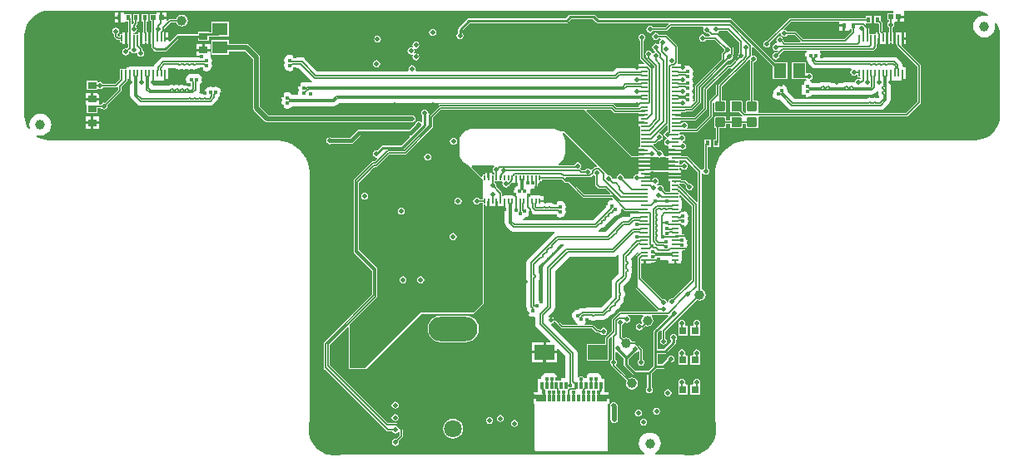
<source format=gbl>
G04*
G04 #@! TF.GenerationSoftware,Altium Limited,Altium Designer,19.1.8 (144)*
G04*
G04 Layer_Physical_Order=4*
G04 Layer_Color=16711680*
%FSLAX44Y44*%
%MOMM*%
G71*
G01*
G75*
%ADD15R,0.4500X0.5500*%
%ADD25R,1.0000X0.9000*%
%ADD32R,0.9000X0.7000*%
%ADD36R,1.3000X1.5000*%
%ADD39R,0.5200X0.5200*%
%ADD40R,1.5000X1.3000*%
%ADD41R,0.9000X1.0000*%
%ADD82C,0.1270*%
%ADD83C,0.1778*%
%ADD87C,1.0000*%
%ADD88C,0.2540*%
%ADD89C,0.3810*%
%ADD90C,0.2032*%
%ADD92C,0.5080*%
%ADD94O,2.5000X4.5000*%
%ADD95O,5.0000X2.5000*%
%ADD96O,4.5000X2.5000*%
%ADD97C,1.8000*%
%ADD98C,5.5000*%
%ADD99R,1.3680X1.3680*%
%ADD100C,1.3680*%
%ADD102O,1.1000X1.9000*%
%ADD103O,1.1000X2.4000*%
%ADD104C,0.5080*%
%ADD105C,0.3000*%
%ADD106C,0.4064*%
%ADD109R,0.1500X0.6500*%
%ADD110R,0.8000X0.8000*%
%ADD111R,2.0000X1.5000*%
%ADD112R,0.7000X0.1800*%
%ADD113R,0.2200X0.5000*%
%ADD114R,0.3000X0.7000*%
%ADD115R,1.0000X0.7000*%
%ADD116C,0.1229*%
%ADD117C,1.0000*%
%ADD118C,0.2500*%
%ADD119C,0.1524*%
%ADD120C,0.1580*%
%ADD121C,5.3000*%
G36*
X471712Y66115D02*
X475106Y65669D01*
X478413Y64783D01*
X481575Y63472D01*
X484168Y61976D01*
X484311Y61631D01*
X483339Y60658D01*
X482904Y60839D01*
X480000Y61221D01*
X477096Y60839D01*
X474389Y59718D01*
X472066Y57934D01*
X470282Y55610D01*
X469161Y52904D01*
X468779Y50000D01*
X469161Y47096D01*
X470282Y44390D01*
X472066Y42066D01*
X474389Y40282D01*
X477096Y39161D01*
X480000Y38779D01*
X482904Y39161D01*
X485611Y40282D01*
X487934Y42066D01*
X489718Y44390D01*
X490839Y47096D01*
X491221Y50000D01*
X490839Y52904D01*
X490658Y53339D01*
X491631Y54311D01*
X491976Y54168D01*
X493473Y51575D01*
X494783Y48413D01*
X495669Y45106D01*
X496115Y41712D01*
Y40000D01*
Y-40000D01*
Y-41712D01*
X495669Y-45106D01*
X494783Y-48413D01*
X493473Y-51575D01*
X491761Y-54540D01*
X489677Y-57256D01*
X487256Y-59677D01*
X484540Y-61761D01*
X481575Y-63472D01*
X478413Y-64783D01*
X475106Y-65669D01*
X471712Y-66115D01*
X470000Y-66115D01*
X240000D01*
X239937Y-66128D01*
X239873Y-66118D01*
X237911Y-66182D01*
X237723Y-66226D01*
X237531Y-66213D01*
X233640Y-66725D01*
X233398Y-66807D01*
X233142Y-66824D01*
X229352Y-67840D01*
X229122Y-67953D01*
X228870Y-68003D01*
X225245Y-69505D01*
X225032Y-69647D01*
X224789Y-69730D01*
X221391Y-71692D01*
X221198Y-71861D01*
X220968Y-71974D01*
X217855Y-74363D01*
X217686Y-74556D01*
X217473Y-74698D01*
X214698Y-77473D01*
X214556Y-77686D01*
X214363Y-77855D01*
X211974Y-80968D01*
X211861Y-81198D01*
X211692Y-81391D01*
X209730Y-84789D01*
X209647Y-85032D01*
X209505Y-85245D01*
X208003Y-88870D01*
X207953Y-89122D01*
X207840Y-89352D01*
X206824Y-93142D01*
X206807Y-93398D01*
X206725Y-93640D01*
X206213Y-97531D01*
X206225Y-97723D01*
X206182Y-97911D01*
X206118Y-99873D01*
X206128Y-99937D01*
X206115Y-100000D01*
Y-360000D01*
X206115Y-361712D01*
X205669Y-365106D01*
X204783Y-368413D01*
X203472Y-371575D01*
X201761Y-374540D01*
X199677Y-377256D01*
X197256Y-379677D01*
X194540Y-381761D01*
X191575Y-383473D01*
X188413Y-384783D01*
X185106Y-385669D01*
X181712Y-386115D01*
X145555D01*
X145302Y-384846D01*
X145611Y-384718D01*
X147934Y-382934D01*
X149718Y-380611D01*
X150839Y-377904D01*
X151221Y-375000D01*
X150839Y-372096D01*
X149718Y-369389D01*
X147934Y-367066D01*
X145611Y-365282D01*
X142904Y-364161D01*
X140000Y-363779D01*
X137096Y-364161D01*
X134389Y-365282D01*
X132066Y-367066D01*
X130282Y-369389D01*
X129161Y-372096D01*
X128779Y-375000D01*
X129161Y-377904D01*
X130282Y-380611D01*
X132066Y-382934D01*
X134389Y-384718D01*
X134698Y-384846D01*
X134445Y-386115D01*
X-181712D01*
X-185106Y-385669D01*
X-188413Y-384783D01*
X-191575Y-383473D01*
X-194540Y-381761D01*
X-197256Y-379677D01*
X-199677Y-377256D01*
X-201761Y-374540D01*
X-203472Y-371575D01*
X-204783Y-368413D01*
X-205669Y-365106D01*
X-206115Y-361712D01*
X-206115Y-360000D01*
Y-100000D01*
X-206128Y-99937D01*
X-206118Y-99873D01*
X-206182Y-97911D01*
X-206225Y-97723D01*
X-206213Y-97531D01*
X-206725Y-93640D01*
X-206807Y-93398D01*
X-206824Y-93142D01*
X-207840Y-89352D01*
X-207953Y-89122D01*
X-208003Y-88870D01*
X-209505Y-85245D01*
X-209647Y-85032D01*
X-209730Y-84789D01*
X-211692Y-81391D01*
X-211861Y-81198D01*
X-211974Y-80968D01*
X-214363Y-77855D01*
X-214556Y-77686D01*
X-214698Y-77473D01*
X-217473Y-74698D01*
X-217686Y-74556D01*
X-217855Y-74363D01*
X-220968Y-71974D01*
X-221198Y-71861D01*
X-221391Y-71692D01*
X-224789Y-69730D01*
X-225032Y-69647D01*
X-225245Y-69505D01*
X-228870Y-68003D01*
X-229122Y-67953D01*
X-229352Y-67840D01*
X-233142Y-66824D01*
X-233398Y-66807D01*
X-233640Y-66725D01*
X-237531Y-66213D01*
X-237723Y-66226D01*
X-237911Y-66182D01*
X-239873Y-66118D01*
X-239937Y-66128D01*
X-240000Y-66115D01*
X-471712D01*
X-475106Y-65669D01*
X-478413Y-64783D01*
X-481575Y-63472D01*
X-484168Y-61976D01*
X-484311Y-61631D01*
X-483340Y-60658D01*
X-482904Y-60839D01*
X-480000Y-61221D01*
X-477096Y-60839D01*
X-474389Y-59718D01*
X-472066Y-57934D01*
X-470282Y-55610D01*
X-469161Y-52904D01*
X-468779Y-50000D01*
X-469161Y-47096D01*
X-470282Y-44390D01*
X-472066Y-42066D01*
X-474389Y-40282D01*
X-477096Y-39161D01*
X-480000Y-38779D01*
X-482904Y-39161D01*
X-485611Y-40282D01*
X-487934Y-42066D01*
X-489718Y-44390D01*
X-490839Y-47096D01*
X-491221Y-50000D01*
X-490839Y-52904D01*
X-490658Y-53340D01*
X-491631Y-54311D01*
X-491976Y-54168D01*
X-493473Y-51575D01*
X-494783Y-48413D01*
X-495669Y-45106D01*
X-496115Y-41712D01*
Y-40000D01*
Y40000D01*
Y41712D01*
X-495669Y45106D01*
X-494783Y48413D01*
X-493473Y51575D01*
X-491761Y54540D01*
X-489677Y57256D01*
X-487256Y59677D01*
X-484540Y61761D01*
X-481575Y63472D01*
X-478413Y64783D01*
X-475106Y65669D01*
X-471712Y66115D01*
X-470000Y66115D01*
X387149D01*
X387860Y65140D01*
X387860Y64870D01*
X387801Y63600D01*
X381400D01*
Y56400D01*
X383333D01*
Y55144D01*
X382448Y54552D01*
X381665Y53381D01*
X381391Y52000D01*
X381665Y50619D01*
X382448Y49448D01*
X383201Y48945D01*
X383158Y48729D01*
Y45271D01*
X383250Y44810D01*
X382819Y43684D01*
X382749Y43540D01*
X382270D01*
Y37750D01*
Y31960D01*
X384290D01*
Y33500D01*
X385710D01*
Y31960D01*
X387730D01*
Y37750D01*
Y43540D01*
X386667D01*
Y45096D01*
X386540Y45734D01*
X386492Y45806D01*
Y48194D01*
X386540Y48267D01*
X386656Y48849D01*
X387552Y49448D01*
X388335Y50619D01*
X388609Y52000D01*
X388335Y53381D01*
X388195Y53590D01*
X388874Y54860D01*
X391730D01*
Y60000D01*
X393000D01*
Y61270D01*
X398140D01*
Y64845D01*
X398140Y65140D01*
X398851Y66115D01*
X470000D01*
X471712Y66115D01*
D02*
G37*
%LPC*%
G36*
X-400770Y64290D02*
X-404290D01*
Y60270D01*
X-400770D01*
Y64290D01*
D02*
G37*
G36*
X-351860Y64140D02*
X-355730D01*
Y60270D01*
X-351860D01*
Y64140D01*
D02*
G37*
G36*
X398140Y58730D02*
X394270D01*
Y54860D01*
X398140D01*
Y58730D01*
D02*
G37*
G36*
X-400770Y57730D02*
X-404290D01*
Y53710D01*
X-400770D01*
Y57730D01*
D02*
G37*
G36*
X82917Y62084D02*
X59083D01*
X58197Y61908D01*
X57446Y61407D01*
X54354Y58314D01*
X-44000D01*
X-44886Y58138D01*
X-45637Y57637D01*
X-54762Y48512D01*
X-55263Y47761D01*
X-55440Y46875D01*
Y43336D01*
X-55677Y43177D01*
X-56460Y42006D01*
X-56734Y40625D01*
X-56460Y39244D01*
X-55677Y38073D01*
X-54506Y37290D01*
X-53125Y37016D01*
X-51744Y37290D01*
X-50573Y38073D01*
X-49790Y39244D01*
X-49516Y40625D01*
X-49790Y42006D01*
X-50573Y43177D01*
X-50810Y43336D01*
Y45916D01*
X-43041Y53685D01*
X55313D01*
X56199Y53862D01*
X56950Y54363D01*
X60042Y57456D01*
X81958D01*
X85050Y54363D01*
X85801Y53862D01*
X86687Y53685D01*
X158923D01*
X159309Y52415D01*
X159271Y52390D01*
X155548Y48667D01*
X143144D01*
X142552Y49552D01*
X141381Y50335D01*
X140000Y50609D01*
X138619Y50335D01*
X137448Y49552D01*
X136665Y48381D01*
X136391Y47000D01*
X136665Y45619D01*
X137448Y44448D01*
X138619Y43665D01*
X140000Y43391D01*
X141381Y43665D01*
X142552Y44448D01*
X143144Y45333D01*
X156238D01*
X156876Y45460D01*
X157417Y45821D01*
X161140Y49545D01*
X194018D01*
X194709Y48293D01*
X194434Y46912D01*
X194709Y45531D01*
X195491Y44360D01*
X196662Y43578D01*
X198044Y43303D01*
X199088Y43511D01*
X201304Y41294D01*
X200778Y40024D01*
X196783D01*
X196191Y40909D01*
X195020Y41692D01*
X193639Y41967D01*
X192258Y41692D01*
X191087Y40909D01*
X190305Y39738D01*
X190030Y38357D01*
X190305Y36976D01*
X191087Y35805D01*
X192258Y35023D01*
X193639Y34748D01*
X195020Y35023D01*
X196191Y35805D01*
X196783Y36690D01*
X205952D01*
X215598Y27044D01*
X215391Y26000D01*
X215598Y24956D01*
X213821Y23179D01*
X213460Y22638D01*
X213333Y22000D01*
Y16901D01*
X186551Y-9881D01*
X186190Y-10422D01*
X186063Y-11060D01*
Y-25369D01*
X184877Y-26555D01*
X183707Y-25929D01*
X183957Y-24675D01*
X183503Y-22396D01*
X183334Y-22143D01*
X183503Y-21890D01*
X183957Y-19611D01*
X183503Y-17332D01*
X182834Y-16330D01*
X183848Y-14812D01*
X184301Y-12532D01*
X183848Y-10253D01*
X183679Y-10000D01*
X183848Y-9747D01*
X184301Y-7468D01*
X183848Y-5189D01*
X182881Y-3742D01*
X183503Y-2811D01*
X183957Y-532D01*
X183503Y1747D01*
X183334Y2000D01*
X183503Y2253D01*
X183957Y4532D01*
X183503Y6811D01*
X182212Y8744D01*
X180280Y10035D01*
X178000Y10488D01*
X175721Y10035D01*
X173927Y8837D01*
X172710Y8710D01*
X172710Y8710D01*
X172710Y8710D01*
X171440D01*
Y11440D01*
X168510D01*
X167913Y12264D01*
X167750Y12710D01*
X167842Y13175D01*
Y29825D01*
X167715Y30463D01*
X167354Y31004D01*
X157179Y41179D01*
X156638Y41540D01*
X156000Y41667D01*
X149144D01*
X148552Y42552D01*
X147381Y43335D01*
X146000Y43609D01*
X144619Y43335D01*
X143448Y42552D01*
X142665Y41381D01*
X142391Y40000D01*
X142665Y38619D01*
X143448Y37448D01*
X144619Y36665D01*
X146000Y36391D01*
X147381Y36665D01*
X148552Y37448D01*
X149144Y38333D01*
X150827D01*
X151212Y37063D01*
X150448Y36552D01*
X149665Y35381D01*
X149391Y34000D01*
X149665Y32619D01*
X149669Y32614D01*
X149557Y32292D01*
X149400Y32176D01*
X148068Y31875D01*
X147381Y32334D01*
X146000Y32609D01*
X144619Y32334D01*
X143448Y31552D01*
X142665Y30381D01*
X142390Y29000D01*
X142665Y27619D01*
X143448Y26448D01*
X144619Y25665D01*
X144674Y25654D01*
X145120Y24392D01*
X144658Y23418D01*
X144524Y23271D01*
X143753Y22756D01*
X142706Y23010D01*
X142366Y23220D01*
X142334Y23381D01*
X141552Y24552D01*
X140381Y25334D01*
X139000Y25609D01*
X137619Y25334D01*
X136447Y24552D01*
X135665Y23381D01*
X135390Y22000D01*
X135665Y20619D01*
X136447Y19448D01*
X137333Y18856D01*
Y18000D01*
X137460Y17362D01*
X137821Y16821D01*
X144833Y9809D01*
Y7981D01*
X143563Y7856D01*
X143545Y7945D01*
X143184Y8486D01*
X140640Y11030D01*
Y11440D01*
X140230D01*
X133667Y18003D01*
Y35856D01*
X134552Y36448D01*
X135334Y37619D01*
X135609Y39000D01*
X135334Y40381D01*
X134552Y41552D01*
X133381Y42334D01*
X132000Y42609D01*
X130618Y42334D01*
X129447Y41552D01*
X128665Y40381D01*
X128390Y39000D01*
X128665Y37619D01*
X129447Y36448D01*
X130333Y35856D01*
Y17313D01*
X130460Y16675D01*
X130821Y16134D01*
X134341Y12613D01*
X133855Y11440D01*
X128560D01*
Y8710D01*
X127290D01*
Y7675D01*
X108143D01*
X106409Y7330D01*
X104938Y6348D01*
X102961Y4371D01*
X-97972D01*
X-98665Y5619D01*
X-98391Y7000D01*
X-98665Y8381D01*
X-99448Y9552D01*
X-100619Y10335D01*
X-102000Y10609D01*
X-103381Y10335D01*
X-104552Y9552D01*
X-105335Y8381D01*
X-105609Y7000D01*
X-105335Y5619D01*
X-106028Y4371D01*
X-197926D01*
X-210781Y17225D01*
X-212251Y18208D01*
X-213985Y18553D01*
X-221074D01*
X-221788Y19621D01*
X-223720Y20913D01*
X-226000Y21366D01*
X-228279Y20913D01*
X-230212Y19621D01*
X-231503Y17689D01*
X-231956Y15410D01*
X-231503Y13130D01*
X-231334Y12878D01*
X-231503Y12625D01*
X-231956Y10346D01*
X-231503Y8066D01*
X-230212Y6134D01*
X-228279Y4843D01*
X-226000Y4389D01*
X-223720Y4843D01*
X-221788Y6134D01*
X-221074Y7203D01*
X-216809D01*
X-203955Y-5652D01*
X-203767Y-5778D01*
X-204152Y-7048D01*
X-208164D01*
X-208998Y-7213D01*
X-209361Y-6970D01*
X-211641Y-6517D01*
X-213920Y-6970D01*
X-215853Y-8262D01*
X-217144Y-10194D01*
X-217597Y-12473D01*
X-217144Y-14753D01*
X-216975Y-15005D01*
X-217144Y-15258D01*
X-217597Y-17537D01*
X-217386Y-18599D01*
X-218428Y-19869D01*
X-223653D01*
X-224578Y-18485D01*
X-226510Y-17193D01*
X-228790Y-16740D01*
X-231069Y-17193D01*
X-233002Y-18485D01*
X-234293Y-20417D01*
X-234746Y-22696D01*
X-234293Y-24976D01*
X-234124Y-25228D01*
X-234293Y-25481D01*
X-234746Y-27760D01*
X-234293Y-30040D01*
X-233002Y-31972D01*
X-231069Y-33263D01*
X-228790Y-33717D01*
X-226510Y-33263D01*
X-224578Y-31972D01*
X-224075Y-31219D01*
X-181454D01*
X-179720Y-30874D01*
X-178249Y-29892D01*
X-176033Y-27675D01*
X127290D01*
Y-28710D01*
X128560D01*
Y-31440D01*
X128072Y-32508D01*
X106512D01*
X103555Y-29551D01*
X103015Y-29190D01*
X102377Y-29063D01*
X-73940D01*
X-74578Y-29190D01*
X-75119Y-29551D01*
X-84227Y-38659D01*
X-85397Y-38033D01*
X-85391Y-38000D01*
X-85665Y-36619D01*
X-86448Y-35448D01*
X-87619Y-34665D01*
X-89000Y-34391D01*
X-90381Y-34665D01*
X-91552Y-35448D01*
X-92334Y-36619D01*
X-92609Y-38000D01*
X-92334Y-39381D01*
X-91552Y-40552D01*
X-91364Y-40678D01*
Y-46784D01*
X-91900Y-47112D01*
X-92634Y-47323D01*
X-93619Y-46665D01*
X-95000Y-46391D01*
X-96381Y-46665D01*
X-97552Y-47448D01*
X-98335Y-48619D01*
X-98465Y-49277D01*
X-104477Y-55288D01*
X-155750D01*
X-156883Y-55514D01*
X-157844Y-56156D01*
X-165227Y-63538D01*
X-183561D01*
X-184119Y-63165D01*
X-185500Y-62891D01*
X-186881Y-63165D01*
X-188052Y-63948D01*
X-188835Y-65119D01*
X-189109Y-66500D01*
X-188835Y-67881D01*
X-188052Y-69052D01*
X-186881Y-69835D01*
X-185500Y-70109D01*
X-184119Y-69835D01*
X-183561Y-69462D01*
X-164000D01*
X-162866Y-69236D01*
X-161906Y-68594D01*
X-154523Y-61212D01*
X-104479D01*
X-103953Y-62482D01*
X-112806Y-71336D01*
X-131650D01*
X-132536Y-71512D01*
X-133287Y-72013D01*
X-137720Y-76446D01*
X-138000Y-76391D01*
X-139381Y-76665D01*
X-140552Y-77448D01*
X-141335Y-78619D01*
X-141609Y-80000D01*
X-141335Y-81381D01*
X-140552Y-82552D01*
X-139381Y-83335D01*
X-138000Y-83609D01*
X-137704Y-83551D01*
X-137078Y-84721D01*
X-139785Y-87428D01*
X-141688D01*
X-142326Y-87555D01*
X-142867Y-87916D01*
X-160901Y-105950D01*
X-161263Y-106491D01*
X-161390Y-107129D01*
Y-179278D01*
X-161263Y-179916D01*
X-160901Y-180456D01*
X-142667Y-198690D01*
Y-223309D01*
X-191384Y-272027D01*
X-191745Y-272567D01*
X-191872Y-273205D01*
Y-297381D01*
X-191745Y-298019D01*
X-191384Y-298560D01*
X-127619Y-362325D01*
X-127079Y-362686D01*
X-126441Y-362813D01*
X-122001D01*
X-121410Y-363698D01*
X-120239Y-364481D01*
X-118857Y-364755D01*
X-117476Y-364481D01*
X-116305Y-363698D01*
X-115709Y-362807D01*
X-114439Y-363096D01*
Y-366903D01*
X-117813Y-370277D01*
X-118857Y-370070D01*
X-120239Y-370344D01*
X-121410Y-371127D01*
X-122192Y-372298D01*
X-122467Y-373679D01*
X-122192Y-375060D01*
X-121410Y-376231D01*
X-120239Y-377013D01*
X-118857Y-377288D01*
X-117476Y-377013D01*
X-116305Y-376231D01*
X-115523Y-375060D01*
X-115248Y-373679D01*
X-115456Y-372635D01*
X-111594Y-368773D01*
X-111232Y-368232D01*
X-111105Y-367594D01*
Y-361101D01*
X-111232Y-360463D01*
X-111594Y-359922D01*
X-116862Y-354654D01*
X-117403Y-354292D01*
X-118041Y-354165D01*
X-126715D01*
X-185929Y-294951D01*
Y-274497D01*
X-167225Y-255793D01*
X-166052Y-256279D01*
Y-297964D01*
X-165735Y-298729D01*
X-164969Y-299046D01*
X-149373D01*
X-149373Y-299046D01*
X-148608Y-298729D01*
X-148608Y-298729D01*
X-92644Y-242765D01*
X-39524D01*
X-39524Y-242765D01*
X-38758Y-242448D01*
X-29265Y-232955D01*
X-28948Y-232190D01*
Y-215237D01*
X-28955Y-215222D01*
X-28949Y-215207D01*
X-29018Y-212780D01*
X-29018Y-131500D01*
X-27640D01*
Y-133040D01*
X-25270D01*
Y-128000D01*
X-22730D01*
Y-133040D01*
X-20360D01*
Y-133040D01*
X-19640D01*
Y-133040D01*
X-17270D01*
Y-128000D01*
X-14730D01*
Y-133040D01*
X-12360D01*
Y-133040D01*
X-11640D01*
Y-133040D01*
X-8910D01*
Y-134310D01*
X-7675D01*
Y-150090D01*
X-7330Y-151824D01*
X-6348Y-153294D01*
X-2152Y-157491D01*
X-681Y-158473D01*
X1053Y-158818D01*
X1053Y-158818D01*
X42920D01*
X43147Y-159208D01*
X43305Y-160088D01*
X42521Y-160612D01*
X15914Y-187219D01*
X14876Y-188773D01*
X14511Y-190607D01*
Y-235441D01*
X14876Y-237275D01*
X15423Y-238093D01*
X15043Y-240000D01*
X15497Y-242279D01*
X16788Y-244211D01*
X18721Y-245503D01*
X21000Y-245956D01*
X22145Y-245728D01*
X23415Y-246770D01*
Y-253206D01*
X23780Y-255039D01*
X24818Y-256594D01*
X39011Y-270787D01*
X38525Y-271960D01*
X34270D01*
Y-280730D01*
X45540D01*
Y-278975D01*
X46713Y-278489D01*
X53911Y-285686D01*
Y-308190D01*
X49690D01*
Y-311000D01*
X47500D01*
Y-311000D01*
X47500D01*
X46354Y-310701D01*
X45794Y-310018D01*
X45996Y-309000D01*
X45543Y-306721D01*
X44252Y-304788D01*
X42319Y-303497D01*
X40040Y-303043D01*
X37761Y-303497D01*
X37500Y-303671D01*
X37239Y-303497D01*
X34960Y-303043D01*
X32681Y-303497D01*
X30748Y-304788D01*
X29457Y-306721D01*
X29004Y-309000D01*
X28626Y-309460D01*
X25960D01*
Y-321540D01*
X25115Y-322460D01*
X21460D01*
Y-327230D01*
X29000D01*
Y-329770D01*
X21460D01*
Y-334540D01*
X22611D01*
X22917Y-334998D01*
Y-381500D01*
X23234Y-382265D01*
X24000Y-382582D01*
X96000D01*
X96765Y-382265D01*
X97082Y-381500D01*
Y-334998D01*
X97388Y-334540D01*
X98540D01*
Y-329770D01*
X91000D01*
Y-327230D01*
X98540D01*
Y-322460D01*
X94885D01*
X94040Y-321540D01*
Y-309460D01*
X91374D01*
X90997Y-309000D01*
X90543Y-306721D01*
X89252Y-304788D01*
X87319Y-303497D01*
X85040Y-303043D01*
X82761Y-303497D01*
X82500Y-303671D01*
X82240Y-303497D01*
X79960Y-303043D01*
X77681Y-303497D01*
X75748Y-304788D01*
X74457Y-306721D01*
X74168Y-308174D01*
X73164Y-308299D01*
X72856Y-308259D01*
X72234Y-307328D01*
X71231Y-306658D01*
X70048Y-306423D01*
X68865Y-306658D01*
X67862Y-307328D01*
X67557Y-307785D01*
X66287Y-307400D01*
Y-282544D01*
X65922Y-280711D01*
X64884Y-279157D01*
X39892Y-254165D01*
X40310Y-252787D01*
X40556Y-252738D01*
X41727Y-251956D01*
X42318Y-251070D01*
X43589D01*
X49594Y-257075D01*
X50135Y-257437D01*
X50773Y-257564D01*
X80937D01*
X84931Y-261558D01*
X85472Y-261920D01*
X86110Y-262047D01*
X88159D01*
X88338Y-262166D01*
X88976Y-262293D01*
X89744D01*
X90336Y-263178D01*
X91507Y-263961D01*
X92888Y-264235D01*
X94269Y-263961D01*
X95440Y-263178D01*
X96222Y-262007D01*
X96497Y-260626D01*
X96222Y-259245D01*
X95440Y-258074D01*
X94269Y-257292D01*
X92888Y-257017D01*
X91507Y-257292D01*
X90336Y-258074D01*
X89368Y-258839D01*
X88730Y-258713D01*
X86801D01*
X82806Y-254718D01*
X82265Y-254356D01*
X81627Y-254230D01*
X73478D01*
X73093Y-252960D01*
X74212Y-252212D01*
X75503Y-250280D01*
X75840Y-248585D01*
X78428D01*
X79637Y-249393D01*
X81768Y-249817D01*
X81956Y-249854D01*
X83023D01*
D01*
X83203Y-249818D01*
X85342Y-249393D01*
X86551Y-248585D01*
X93157D01*
X94991Y-248220D01*
X96545Y-247182D01*
X98352Y-245375D01*
X98352Y-245375D01*
X99252Y-244475D01*
X100678Y-244191D01*
X102485Y-242984D01*
X102644Y-242878D01*
X102644D01*
X103397Y-242125D01*
X103398Y-242123D01*
X103398Y-242123D01*
X104712Y-240157D01*
X104877Y-239327D01*
X105707Y-239162D01*
X107514Y-237955D01*
X107673Y-237848D01*
X107673D01*
X108426Y-237096D01*
X108427Y-237094D01*
X108427Y-237094D01*
X109741Y-235128D01*
X110024Y-233702D01*
X112182Y-231545D01*
X113220Y-229991D01*
X113585Y-228157D01*
Y-226887D01*
X114393Y-225678D01*
X114817Y-223546D01*
X114854Y-223359D01*
Y-222292D01*
D01*
X114818Y-222112D01*
X114393Y-219973D01*
X113585Y-218764D01*
Y-214142D01*
X117925Y-209802D01*
X119182Y-208545D01*
X120220Y-206991D01*
X120585Y-205157D01*
Y-202241D01*
X121393Y-201032D01*
X121817Y-198901D01*
X121854Y-198713D01*
Y-197646D01*
D01*
X121818Y-197466D01*
X121393Y-195327D01*
X120923Y-194623D01*
X121393Y-193920D01*
X121817Y-191789D01*
X121854Y-191601D01*
Y-190534D01*
D01*
X121818Y-190354D01*
X121393Y-188215D01*
X120585Y-187006D01*
Y-185940D01*
X127290Y-179235D01*
X128560Y-179440D01*
X128820Y-180710D01*
X126016Y-183514D01*
X125655Y-184055D01*
X125528Y-184693D01*
Y-215903D01*
X125655Y-216541D01*
X126016Y-217081D01*
X147935Y-239000D01*
X148024Y-239059D01*
X147639Y-240329D01*
X110240D01*
X109603Y-240456D01*
X109062Y-240818D01*
X101996Y-247883D01*
X101635Y-248424D01*
X101508Y-249062D01*
Y-260038D01*
X95186Y-266360D01*
X94825Y-266901D01*
X94698Y-267539D01*
Y-273500D01*
X76000D01*
Y-290500D01*
X98000D01*
Y-275296D01*
X98032Y-275135D01*
Y-268229D01*
X99888Y-266373D01*
X101158Y-266899D01*
Y-279485D01*
X101285Y-280123D01*
X101333Y-280195D01*
Y-288856D01*
X100448Y-289448D01*
X99665Y-290619D01*
X99391Y-292000D01*
X99665Y-293381D01*
X100448Y-294552D01*
X101619Y-295335D01*
X101664Y-295343D01*
Y-295415D01*
X101791Y-296053D01*
X102152Y-296594D01*
X116352Y-310794D01*
X115970Y-311366D01*
X115504Y-313707D01*
X115970Y-316048D01*
X117296Y-318032D01*
X119281Y-319358D01*
X121622Y-319824D01*
X123963Y-319358D01*
X125948Y-318032D01*
X127274Y-316048D01*
X127739Y-313707D01*
X127274Y-311366D01*
X125948Y-309381D01*
X123963Y-308055D01*
X121622Y-307589D01*
X119281Y-308055D01*
X118709Y-308437D01*
X105487Y-295214D01*
X105552Y-294552D01*
X106335Y-293381D01*
X106609Y-292000D01*
X106335Y-290619D01*
X105552Y-289448D01*
X104667Y-288856D01*
Y-281866D01*
X105937Y-281154D01*
X106590Y-281284D01*
X113573Y-288266D01*
Y-294783D01*
X113749Y-295668D01*
X114250Y-296419D01*
X122224Y-304393D01*
X122975Y-304894D01*
X123860Y-305070D01*
X136994D01*
Y-317372D01*
X136856Y-317464D01*
X136074Y-318635D01*
X135799Y-320016D01*
X136074Y-321398D01*
X136856Y-322569D01*
X138027Y-323351D01*
X139408Y-323626D01*
X140789Y-323351D01*
X141960Y-322569D01*
X142743Y-321398D01*
X143018Y-320016D01*
X142743Y-318635D01*
X141960Y-317464D01*
X141623Y-317239D01*
Y-303715D01*
X146497Y-298841D01*
X153454D01*
X154339Y-298665D01*
X155090Y-298163D01*
X160952Y-292301D01*
X161233Y-292357D01*
X162614Y-292082D01*
X163785Y-291299D01*
X164568Y-290129D01*
X164842Y-288747D01*
X164568Y-287366D01*
X163785Y-286195D01*
X162614Y-285413D01*
X161233Y-285138D01*
X159852Y-285413D01*
X158681Y-286195D01*
X157898Y-287366D01*
X157624Y-288747D01*
X157679Y-289028D01*
X152495Y-294212D01*
X148102D01*
Y-283393D01*
X155256D01*
X156142Y-283216D01*
X156892Y-282715D01*
X165791Y-273816D01*
X166293Y-273065D01*
X166469Y-272179D01*
Y-269667D01*
X166707Y-269508D01*
X167489Y-268337D01*
X167764Y-266956D01*
X167489Y-265574D01*
X166707Y-264403D01*
X165536Y-263621D01*
X164155Y-263346D01*
X162773Y-263621D01*
X161602Y-264403D01*
X160820Y-265574D01*
X160545Y-266956D01*
X160820Y-268337D01*
X161602Y-269508D01*
X161840Y-269667D01*
Y-271220D01*
X154297Y-278764D01*
X148102D01*
Y-262080D01*
X150661Y-259521D01*
X151831Y-260146D01*
X151821Y-260199D01*
X151821Y-260199D01*
Y-267720D01*
X151324Y-268052D01*
X150541Y-269223D01*
X150267Y-270604D01*
X150541Y-271986D01*
X151324Y-273157D01*
X152495Y-273939D01*
X153876Y-274214D01*
X155257Y-273939D01*
X156428Y-273157D01*
X157211Y-271986D01*
X157486Y-270604D01*
X157211Y-269223D01*
X156428Y-268052D01*
X155932Y-267720D01*
Y-261050D01*
X188104Y-228878D01*
X188346Y-229039D01*
X190688Y-229505D01*
X193029Y-229039D01*
X195013Y-227713D01*
X196339Y-225728D01*
X196805Y-223387D01*
X196339Y-221046D01*
X195013Y-219062D01*
X193029Y-217736D01*
X192743Y-217679D01*
Y-99349D01*
X194013Y-98964D01*
X194535Y-99745D01*
X195706Y-100528D01*
X197087Y-100802D01*
X198468Y-100528D01*
X199639Y-99745D01*
X200422Y-98574D01*
X200697Y-97193D01*
X200422Y-95812D01*
X199639Y-94641D01*
X198754Y-94049D01*
Y-72750D01*
X201750D01*
Y-65250D01*
X195250D01*
Y-72750D01*
X195420D01*
Y-94049D01*
X194535Y-94641D01*
X193753Y-95812D01*
X193696Y-96097D01*
X193673Y-96106D01*
X192374Y-96231D01*
X192141Y-95882D01*
X178805Y-82547D01*
X178139Y-82101D01*
X177352Y-81945D01*
X177352Y-81945D01*
X171440D01*
Y-81270D01*
X165400D01*
X159360D01*
Y-81473D01*
X159355Y-81487D01*
X159075Y-81834D01*
X158254Y-82371D01*
X158169Y-82406D01*
X158090Y-82402D01*
X158042Y-82392D01*
X157567Y-82487D01*
X156608Y-82296D01*
X156465Y-82200D01*
X156155Y-82138D01*
X155864Y-82018D01*
X154320D01*
X153461Y-80748D01*
X153609Y-80000D01*
X153335Y-78619D01*
X152552Y-77448D01*
X151381Y-76665D01*
X150000Y-76391D01*
X148956Y-76598D01*
X143295Y-70937D01*
X143357Y-70453D01*
X143737Y-69667D01*
X145000D01*
X145638Y-69540D01*
X146179Y-69179D01*
X148872Y-66486D01*
X149507Y-66612D01*
X150889Y-66338D01*
X152059Y-65555D01*
X152842Y-64384D01*
X153117Y-63003D01*
X152842Y-61622D01*
X152059Y-60451D01*
X150889Y-59668D01*
X149718Y-59436D01*
X149354Y-58785D01*
X149197Y-58161D01*
X157063Y-50294D01*
X158333Y-50821D01*
Y-55826D01*
X157894Y-56186D01*
X156513Y-56461D01*
X155342Y-57243D01*
X154560Y-58414D01*
X154285Y-59795D01*
X154560Y-61177D01*
X155342Y-62348D01*
X156513Y-63130D01*
X157170Y-63261D01*
Y-64556D01*
X156618Y-64665D01*
X155448Y-65448D01*
X154665Y-66619D01*
X154390Y-68000D01*
X154665Y-69381D01*
X155448Y-70552D01*
X156618Y-71335D01*
X158000Y-71609D01*
X158246Y-71560D01*
X159295Y-72275D01*
X159360Y-72634D01*
Y-74730D01*
X165400D01*
Y-77270D01*
X159360D01*
Y-78730D01*
X165400D01*
X171440D01*
Y-76594D01*
X172710Y-75552D01*
X173000Y-75609D01*
X174381Y-75335D01*
X175552Y-74552D01*
X176335Y-73381D01*
X176609Y-72000D01*
X176335Y-70619D01*
X175552Y-69448D01*
X174381Y-68665D01*
X173727Y-68535D01*
Y-67240D01*
X173984Y-67189D01*
X175155Y-66407D01*
X175937Y-65236D01*
X176212Y-63855D01*
X175937Y-62474D01*
X175155Y-61302D01*
X173984Y-60520D01*
X172602Y-60245D01*
X171221Y-60520D01*
X171170Y-60554D01*
X169900Y-59875D01*
Y-58100D01*
X170991Y-57667D01*
X187813D01*
X188451Y-57540D01*
X188992Y-57179D01*
X203377Y-42793D01*
X203738Y-42252D01*
X203865Y-41614D01*
Y-27860D01*
X204230Y-27616D01*
X205500Y-28295D01*
Y-37000D01*
X206000D01*
Y-37500D01*
X217000D01*
Y-37000D01*
X217500D01*
Y-26000D01*
X217000D01*
Y-25500D01*
X213167D01*
Y-11286D01*
X236791Y12338D01*
X236848Y12376D01*
X240324Y15852D01*
X241524Y15643D01*
X241747Y15497D01*
X242333Y14620D01*
Y-25500D01*
X238500D01*
Y-26000D01*
X238000D01*
Y-37000D01*
X238000D01*
X238017Y-38252D01*
X236705Y-38347D01*
X234000Y-35642D01*
Y-26000D01*
X233500D01*
Y-25500D01*
X222500D01*
Y-25500D01*
X222000D01*
Y-37500D01*
X231143D01*
X234136Y-40493D01*
X233346Y-41500D01*
X222500D01*
Y-41500D01*
X222000D01*
Y-45833D01*
X217500D01*
Y-42000D01*
X217000D01*
Y-41500D01*
X206000D01*
Y-42000D01*
X205500D01*
Y-53000D01*
X206000D01*
Y-53500D01*
X207448D01*
Y-65250D01*
X204250D01*
Y-72750D01*
X210750D01*
Y-67546D01*
X210782Y-67385D01*
Y-53500D01*
X217000D01*
Y-53000D01*
X217500D01*
Y-49167D01*
X222000D01*
Y-53500D01*
X233000D01*
Y-53500D01*
X233500D01*
Y-53000D01*
X234000D01*
Y-49167D01*
X238000D01*
Y-53000D01*
X238500D01*
Y-53500D01*
X249500D01*
Y-53000D01*
X250000D01*
Y-42000D01*
X251205Y-41842D01*
X400825D01*
X401463Y-41715D01*
X402004Y-41354D01*
X415179Y-28179D01*
X415540Y-27638D01*
X415667Y-27000D01*
Y10000D01*
X415540Y10638D01*
X415179Y11179D01*
X395667Y30690D01*
X395730Y30841D01*
Y37750D01*
Y43540D01*
X393710D01*
Y42000D01*
X392290D01*
Y43540D01*
X390270D01*
Y37750D01*
Y31960D01*
X391333D01*
Y31000D01*
X391460Y30362D01*
X391821Y29821D01*
X412333Y9309D01*
Y-26309D01*
X400135Y-38508D01*
X251158D01*
X249996Y-37294D01*
X250000Y-37000D01*
X250000D01*
Y-26000D01*
X249500D01*
Y-25500D01*
X245667D01*
Y13523D01*
X246381Y13665D01*
X247552Y14448D01*
X248335Y15619D01*
X248609Y17000D01*
X248335Y18381D01*
X247552Y19552D01*
X246381Y20335D01*
X245000Y20609D01*
X244824Y20574D01*
X243842Y21380D01*
Y28725D01*
X245015Y29211D01*
X264633Y9593D01*
X265000Y9348D01*
Y-3500D01*
X280000D01*
Y13500D01*
X267494D01*
X267270Y13544D01*
X267229D01*
X223137Y57637D01*
X222386Y58138D01*
X221500Y58314D01*
X87646D01*
X84553Y61407D01*
X83803Y61908D01*
X82917Y62084D01*
D02*
G37*
G36*
X374750Y60750D02*
X368250D01*
Y53250D01*
X372392D01*
X373333Y52309D01*
Y45000D01*
X373371Y44810D01*
X372720Y43740D01*
X372482Y43540D01*
X369710D01*
Y42000D01*
X367250D01*
Y42000D01*
X366750D01*
Y42000D01*
X363250D01*
X362667Y43029D01*
Y47904D01*
X362540Y48542D01*
X362179Y49083D01*
X359282Y51980D01*
X359808Y53250D01*
X365750D01*
Y60750D01*
X359250D01*
Y58667D01*
X283000D01*
X282362Y58540D01*
X281821Y58179D01*
X259210Y35568D01*
X259000Y35609D01*
X257619Y35335D01*
X256448Y34552D01*
X255665Y33381D01*
X255391Y32000D01*
X255665Y30619D01*
X256448Y29448D01*
X257619Y28665D01*
X259000Y28391D01*
X260381Y28665D01*
X261552Y29448D01*
X262335Y30619D01*
X262609Y32000D01*
X262335Y33381D01*
X262096Y33738D01*
X272279Y43922D01*
X273449Y43296D01*
X273391Y43000D01*
X273665Y41619D01*
X274448Y40448D01*
X275619Y39665D01*
X277000Y39391D01*
X278381Y39665D01*
X279552Y40448D01*
X280144Y41333D01*
X287309D01*
X293296Y35347D01*
X292770Y34077D01*
X277312D01*
X275573Y35816D01*
X275609Y36000D01*
X275335Y37381D01*
X274552Y38552D01*
X273381Y39335D01*
X272000Y39609D01*
X270619Y39335D01*
X269448Y38552D01*
X268665Y37381D01*
X268391Y36000D01*
X268665Y34619D01*
X269318Y33642D01*
X269025Y32905D01*
X268688Y32472D01*
X268000Y32609D01*
X266619Y32335D01*
X265448Y31552D01*
X264665Y30381D01*
X264391Y29000D01*
X264665Y27619D01*
X265448Y26448D01*
X266619Y25665D01*
X268000Y25391D01*
X269381Y25665D01*
X269775Y25928D01*
X270584Y24942D01*
X269044Y23402D01*
X268000Y23609D01*
X266619Y23335D01*
X265448Y22552D01*
X264665Y21381D01*
X264391Y20000D01*
X264665Y18619D01*
X265448Y17448D01*
X266619Y16665D01*
X268000Y16391D01*
X269381Y16665D01*
X270552Y17448D01*
X271335Y18619D01*
X271609Y20000D01*
X271402Y21044D01*
X276046Y25689D01*
X299324D01*
X299709Y24419D01*
X299399Y24212D01*
X298108Y22280D01*
X297655Y20000D01*
X298108Y17721D01*
X299399Y15788D01*
X300468Y15074D01*
Y14767D01*
X300813Y13033D01*
X301795Y11562D01*
X304562Y8795D01*
X306033Y7813D01*
X307767Y7468D01*
X344773D01*
X345159Y6198D01*
X344963Y6067D01*
X344180Y4896D01*
X343906Y3515D01*
X344180Y2134D01*
X344963Y963D01*
X346134Y180D01*
X347515Y-94D01*
X348896Y180D01*
X349980Y904D01*
X350432Y804D01*
X351250Y447D01*
Y-2000D01*
X353739Y-2000D01*
X354595Y-3130D01*
X353381Y-3665D01*
X352000Y-3391D01*
X350619Y-3665D01*
X349448Y-4448D01*
X348665Y-5619D01*
X348543Y-6232D01*
X347422Y-6958D01*
X347205Y-6948D01*
X345770Y-6663D01*
X345301Y-6569D01*
X344539D01*
D01*
X344070Y-6663D01*
X342458Y-6984D01*
X342380Y-7035D01*
X342302Y-6984D01*
X340690Y-6663D01*
X340221Y-6569D01*
X339459D01*
D01*
X338990Y-6663D01*
X337378Y-6984D01*
X336071Y-7857D01*
X324689D01*
X323382Y-6984D01*
X321770Y-6663D01*
X321301Y-6569D01*
X320539D01*
D01*
X320070Y-6663D01*
X318458Y-6984D01*
X318380Y-7035D01*
X318302Y-6984D01*
X316690Y-6663D01*
X316221Y-6569D01*
X315459D01*
D01*
X314990Y-6663D01*
X313378Y-6984D01*
X312071Y-7857D01*
X304926D01*
X304212Y-6788D01*
X302685Y-5768D01*
X302916Y-4427D01*
X303381Y-4335D01*
X304552Y-3552D01*
X305335Y-2381D01*
X305609Y-1000D01*
X305335Y381D01*
X304552Y1552D01*
X303381Y2335D01*
X302000Y2609D01*
X300619Y2335D01*
X300270Y2102D01*
X299000Y2780D01*
Y13500D01*
X284000D01*
Y-3500D01*
X298648D01*
X299098Y-3928D01*
X298700Y-5302D01*
X297721Y-5497D01*
X295788Y-6788D01*
X294497Y-8720D01*
X294044Y-11000D01*
X294497Y-13279D01*
X294666Y-13532D01*
X294497Y-13785D01*
X294044Y-16064D01*
X294497Y-18343D01*
X295788Y-20276D01*
X297721Y-21567D01*
X300000Y-22020D01*
X302279Y-21567D01*
X304212Y-20276D01*
X304926Y-19207D01*
X365558D01*
X367292Y-18862D01*
X368763Y-17880D01*
X370807Y-15835D01*
X372182Y-16257D01*
X372313Y-16779D01*
Y-17541D01*
X372313D01*
X372407Y-18010D01*
X372727Y-19622D01*
X373325Y-20517D01*
Y-22033D01*
X371951Y-23406D01*
X371149Y-22870D01*
X369538Y-22550D01*
X369068Y-22456D01*
X368306D01*
D01*
X367837Y-22550D01*
X366225Y-22870D01*
X366147Y-22922D01*
X366069Y-22870D01*
X364458Y-22550D01*
X363988Y-22456D01*
X363226D01*
D01*
X362757Y-22550D01*
X361145Y-22870D01*
X360251Y-23468D01*
X286913D01*
X279706Y-16261D01*
X279956Y-15000D01*
X279503Y-12721D01*
X278212Y-10788D01*
X276280Y-9497D01*
X274000Y-9043D01*
X271721Y-9497D01*
X269788Y-10788D01*
X268497Y-12721D01*
X268438Y-13018D01*
X268140Y-13078D01*
X266207Y-14369D01*
X264916Y-16301D01*
X264463Y-18581D01*
X264916Y-20860D01*
X266207Y-22793D01*
X268140Y-24084D01*
X270419Y-24537D01*
X271680Y-24286D01*
X280884Y-33491D01*
X280884Y-33491D01*
X282355Y-34473D01*
X284089Y-34818D01*
X284089Y-34818D01*
X374714D01*
X376448Y-34473D01*
X377919Y-33491D01*
X383348Y-28062D01*
X383348Y-28062D01*
X384330Y-26591D01*
X384675Y-24857D01*
X384675Y-24857D01*
Y-4810D01*
X397560D01*
Y-3540D01*
X400290D01*
Y8040D01*
X397560D01*
Y9310D01*
X396836D01*
X396675Y9551D01*
Y10857D01*
X396330Y12591D01*
X395348Y14062D01*
X395348Y14062D01*
X391919Y17491D01*
X390448Y18473D01*
X388714Y18818D01*
X315397D01*
X314592Y19800D01*
X314632Y20000D01*
X314178Y22280D01*
X312887Y24212D01*
X312577Y24419D01*
X312962Y25689D01*
X367098D01*
X367736Y25816D01*
X368276Y26177D01*
X370179Y28079D01*
X370540Y28620D01*
X370667Y29258D01*
Y31960D01*
X371730D01*
Y37750D01*
X374270D01*
Y31960D01*
X376290D01*
Y33500D01*
X377710D01*
Y31960D01*
X379730D01*
Y37750D01*
Y43540D01*
X378560D01*
X378540Y43638D01*
X378179Y44179D01*
X376667Y45690D01*
Y53000D01*
X376540Y53638D01*
X376179Y54179D01*
X374750Y55608D01*
Y60750D01*
D02*
G37*
G36*
X-81000Y47609D02*
X-82381Y47335D01*
X-83552Y46552D01*
X-84335Y45381D01*
X-84609Y44000D01*
X-84335Y42619D01*
X-83552Y41448D01*
X-82381Y40665D01*
X-81000Y40391D01*
X-79619Y40665D01*
X-78448Y41448D01*
X-77665Y42619D01*
X-77391Y44000D01*
X-77665Y45381D01*
X-78448Y46552D01*
X-79619Y47335D01*
X-81000Y47609D01*
D02*
G37*
G36*
X400290Y43540D02*
X398270D01*
Y39020D01*
X400290D01*
Y43540D01*
D02*
G37*
G36*
X-358270Y64140D02*
X-362140D01*
Y62600D01*
X-368600D01*
Y55400D01*
X-366667D01*
Y50905D01*
X-366540Y50267D01*
X-366491Y50194D01*
Y47806D01*
X-366540Y47733D01*
X-366667Y47095D01*
Y43540D01*
X-367730D01*
Y37750D01*
Y31960D01*
X-366667D01*
Y29000D01*
X-366540Y28362D01*
X-366179Y27821D01*
X-365304Y26946D01*
X-365138Y26114D01*
X-364637Y25363D01*
X-363886Y24862D01*
X-363000Y24685D01*
X-353000D01*
X-352114Y24862D01*
X-351363Y25363D01*
X-339041Y37685D01*
X-319500D01*
Y35500D01*
X-308500D01*
Y39685D01*
X-300000D01*
X-299114Y39862D01*
X-298907Y40000D01*
X-288500D01*
Y55000D01*
X-305500D01*
Y44314D01*
X-308500D01*
Y44500D01*
X-319500D01*
Y42315D01*
X-340000D01*
X-340886Y42138D01*
X-341637Y41637D01*
X-348537Y34736D01*
X-349710Y35222D01*
Y36480D01*
X-353000D01*
Y39020D01*
X-349710D01*
Y43540D01*
X-353633D01*
X-353637Y43551D01*
X-353982Y44810D01*
X-353730Y45187D01*
X-353603Y45825D01*
Y47943D01*
X-347213Y54333D01*
X-341786D01*
X-341652Y53659D01*
X-340326Y51674D01*
X-338341Y50348D01*
X-336000Y49882D01*
X-333659Y50348D01*
X-331674Y51674D01*
X-330348Y53659D01*
X-329882Y56000D01*
X-330348Y58341D01*
X-331674Y60326D01*
X-333659Y61652D01*
X-336000Y62118D01*
X-338341Y61652D01*
X-340326Y60326D01*
X-341652Y58341D01*
X-341786Y57667D01*
X-347904D01*
X-348541Y57540D01*
X-349082Y57179D01*
X-350687Y55574D01*
X-351860Y56060D01*
Y57730D01*
X-357000D01*
Y59000D01*
X-358270D01*
Y64140D01*
D02*
G37*
G36*
X-137000Y40609D02*
X-138381Y40335D01*
X-139552Y39552D01*
X-140335Y38381D01*
X-140609Y37000D01*
X-140335Y35619D01*
X-139552Y34448D01*
X-138381Y33665D01*
X-137000Y33391D01*
X-135619Y33665D01*
X-134448Y34448D01*
X-133665Y35619D01*
X-133391Y37000D01*
X-133665Y38381D01*
X-134448Y39552D01*
X-135619Y40335D01*
X-137000Y40609D01*
D02*
G37*
G36*
X400290Y36480D02*
X398270D01*
Y31960D01*
X400290D01*
Y36480D01*
D02*
G37*
G36*
X-370250Y62750D02*
X-376750D01*
Y55250D01*
X-375167D01*
Y44278D01*
X-375730Y43916D01*
Y37750D01*
Y31960D01*
X-373710D01*
Y33500D01*
X-372290D01*
Y31960D01*
X-370270D01*
Y37750D01*
Y43540D01*
X-371333D01*
Y43777D01*
X-371460Y44415D01*
X-371821Y44956D01*
X-371833Y44968D01*
Y55250D01*
X-370250D01*
Y62750D01*
D02*
G37*
G36*
X-403239Y48838D02*
X-404620Y48563D01*
X-405791Y47780D01*
X-406574Y46610D01*
X-406848Y45228D01*
X-406574Y43847D01*
X-405791Y42676D01*
X-404906Y42085D01*
Y40148D01*
X-404779Y39510D01*
X-404418Y38970D01*
X-402020Y36571D01*
X-401479Y36210D01*
X-400841Y36083D01*
X-398750D01*
Y33500D01*
X-396290D01*
Y31960D01*
X-394270D01*
Y37750D01*
Y43540D01*
X-396290D01*
Y42000D01*
X-398750D01*
Y39417D01*
X-400150D01*
X-401572Y40839D01*
Y42085D01*
X-400687Y42676D01*
X-399905Y43847D01*
X-399630Y45228D01*
X-399905Y46610D01*
X-400687Y47780D01*
X-401858Y48563D01*
X-403239Y48838D01*
D02*
G37*
G36*
X-98000Y34609D02*
X-99381Y34335D01*
X-100552Y33552D01*
X-101335Y32381D01*
X-101609Y31000D01*
X-101335Y29619D01*
X-101259Y29505D01*
X-102063Y28423D01*
X-103000Y28609D01*
X-104381Y28335D01*
X-105552Y27552D01*
X-106334Y26381D01*
X-106609Y25000D01*
X-106334Y23619D01*
X-105552Y22448D01*
X-104381Y21665D01*
X-103000Y21391D01*
X-102063Y21577D01*
X-101258Y20495D01*
X-101334Y20381D01*
X-101609Y19000D01*
X-101334Y17619D01*
X-100552Y16448D01*
X-99381Y15665D01*
X-98000Y15391D01*
X-96619Y15665D01*
X-95448Y16448D01*
X-94665Y17619D01*
X-94390Y19000D01*
X-94665Y20381D01*
X-95448Y21552D01*
X-96619Y22335D01*
X-98000Y22609D01*
X-98937Y22423D01*
X-99741Y23505D01*
X-99665Y23619D01*
X-99390Y25000D01*
X-99665Y26381D01*
X-99741Y26495D01*
X-98937Y27577D01*
X-98000Y27391D01*
X-96619Y27665D01*
X-95448Y28448D01*
X-94665Y29619D01*
X-94391Y31000D01*
X-94665Y32381D01*
X-95448Y33552D01*
X-96619Y34335D01*
X-98000Y34609D01*
D02*
G37*
G36*
X-394710Y64290D02*
X-398230D01*
Y59000D01*
Y53710D01*
X-394710D01*
Y54502D01*
X-393750Y55250D01*
X-393440Y55250D01*
X-390667D01*
Y49438D01*
X-390714Y49367D01*
X-390841Y48729D01*
Y45271D01*
X-390750Y44810D01*
X-391186Y43670D01*
X-391250Y43540D01*
X-391730D01*
Y37750D01*
Y31960D01*
X-390667D01*
Y28975D01*
X-392132Y27510D01*
X-393176Y27718D01*
X-394557Y27443D01*
X-395728Y26661D01*
X-396511Y25490D01*
X-396785Y24109D01*
X-396511Y22727D01*
X-395728Y21556D01*
X-394557Y20774D01*
X-393176Y20499D01*
X-391795Y20774D01*
X-390624Y21556D01*
X-389841Y22727D01*
X-389567Y24109D01*
X-389595Y24251D01*
X-389135Y24684D01*
X-389121Y24690D01*
X-387583Y24467D01*
X-387263Y23988D01*
X-386092Y23205D01*
X-384711Y22931D01*
X-383330Y23205D01*
X-382523Y23745D01*
X-381363Y23067D01*
X-381401Y22877D01*
X-381126Y21495D01*
X-380344Y20324D01*
X-379173Y19542D01*
X-377791Y19267D01*
X-376410Y19542D01*
X-375239Y20324D01*
X-374457Y21495D01*
X-374182Y22877D01*
X-374457Y24258D01*
X-375239Y25429D01*
X-376124Y26020D01*
Y27196D01*
X-376251Y27834D01*
X-376613Y28375D01*
X-378927Y30690D01*
X-378401Y31960D01*
X-378270D01*
Y37750D01*
Y43540D01*
X-380290D01*
Y42898D01*
X-381188Y42000D01*
X-382750Y42000D01*
X-384020Y42000D01*
X-385887D01*
X-386247Y42652D01*
X-385477Y43486D01*
X-384999Y43391D01*
X-383618Y43665D01*
X-382447Y44448D01*
X-381665Y45619D01*
X-381390Y47000D01*
X-381665Y48381D01*
X-382447Y49552D01*
X-382535Y51138D01*
X-381321Y52352D01*
X-380960Y52893D01*
X-380833Y53531D01*
Y55250D01*
X-379250D01*
Y62750D01*
X-385750D01*
Y55250D01*
X-384750D01*
X-384408Y53980D01*
X-386063Y52326D01*
X-386544Y52387D01*
X-387333Y52768D01*
Y55250D01*
X-387250D01*
Y62750D01*
X-393440D01*
X-393750Y62750D01*
X-394710Y63498D01*
Y64290D01*
D02*
G37*
G36*
X-306960Y32040D02*
X-312730D01*
Y27270D01*
X-306960D01*
Y32040D01*
D02*
G37*
G36*
X-315270D02*
X-321040D01*
Y27270D01*
X-315270D01*
Y32040D01*
D02*
G37*
G36*
X-306960Y24730D02*
X-321040D01*
Y19960D01*
X-317838D01*
X-317118Y18690D01*
X-317201Y18553D01*
X-354775D01*
X-354775Y18553D01*
X-356509Y18208D01*
X-357979Y17225D01*
X-357979Y17225D01*
X-363348Y11857D01*
X-364330Y10387D01*
X-364544Y9310D01*
X-389560D01*
Y8040D01*
X-392290D01*
Y7398D01*
X-393188Y6500D01*
X-394750Y6500D01*
X-396020Y6500D01*
X-398750D01*
Y-2000D01*
X-398667D01*
Y-3309D01*
X-403690Y-8333D01*
X-415856D01*
X-416448Y-7448D01*
X-417619Y-6665D01*
X-419000Y-6391D01*
X-420230Y-6635D01*
X-420672Y-6510D01*
X-421500Y-6067D01*
Y-5500D01*
X-432500D01*
Y-14500D01*
X-421500D01*
Y-13933D01*
X-420672Y-13490D01*
X-420230Y-13365D01*
X-419000Y-13609D01*
X-417619Y-13335D01*
X-416448Y-12552D01*
X-415856Y-11667D01*
X-403000D01*
X-402362Y-11540D01*
X-401937Y-11256D01*
X-401486Y-11365D01*
X-400667Y-11821D01*
Y-14310D01*
X-413956Y-27598D01*
X-415000Y-27391D01*
X-416381Y-27665D01*
X-417552Y-28448D01*
X-418144Y-29333D01*
X-419960D01*
Y-25270D01*
X-434040D01*
Y-30040D01*
X-432500D01*
Y-38500D01*
X-421500D01*
Y-32667D01*
X-418144D01*
X-417552Y-33552D01*
X-416381Y-34335D01*
X-415000Y-34609D01*
X-413619Y-34335D01*
X-412448Y-33552D01*
X-411665Y-32381D01*
X-411391Y-31000D01*
X-411598Y-29956D01*
X-397821Y-16179D01*
X-397460Y-15638D01*
X-397333Y-15000D01*
Y-11690D01*
X-391821Y-6179D01*
X-391460Y-5638D01*
X-391333Y-5000D01*
Y-3540D01*
X-389560D01*
Y-4810D01*
X-388675D01*
Y-6075D01*
X-388675Y-6076D01*
Y-20090D01*
X-388330Y-21824D01*
X-387348Y-23294D01*
X-381438Y-29205D01*
X-379967Y-30187D01*
X-378233Y-30532D01*
X-307000D01*
X-305266Y-30187D01*
X-303795Y-29205D01*
X-300120Y-25530D01*
X-299138Y-24059D01*
X-298793Y-22325D01*
Y-21926D01*
X-297724Y-21212D01*
X-296433Y-19279D01*
X-295980Y-17000D01*
X-296433Y-14720D01*
X-297724Y-12788D01*
X-299657Y-11497D01*
X-301936Y-11043D01*
X-304216Y-11497D01*
X-304468Y-11666D01*
X-304721Y-11497D01*
X-307000Y-11043D01*
X-309279Y-11497D01*
X-311212Y-12788D01*
X-312503Y-14720D01*
X-312957Y-17000D01*
X-312948Y-17044D01*
X-314000Y-18266D01*
X-315489Y-18563D01*
X-315567Y-18614D01*
X-315645Y-18563D01*
X-317726Y-18148D01*
Y-18148D01*
X-317872D01*
X-318562Y-16926D01*
X-318138Y-16292D01*
X-317793Y-14558D01*
Y-8926D01*
X-316724Y-8212D01*
X-315433Y-6279D01*
X-314979Y-4000D01*
X-315433Y-1720D01*
X-316724Y212D01*
X-318657Y1503D01*
X-320936Y1956D01*
X-323215Y1503D01*
X-323468Y1334D01*
X-323721Y1503D01*
X-326000Y1956D01*
X-328279Y1503D01*
X-330212Y212D01*
X-331503Y-1720D01*
X-331956Y-4000D01*
X-331503Y-6279D01*
X-330212Y-8212D01*
X-330159Y-8247D01*
X-330209Y-8367D01*
X-330699Y-9434D01*
X-331461D01*
Y-9434D01*
X-331930Y-9528D01*
X-333542Y-9848D01*
X-333620Y-9900D01*
X-333698Y-9848D01*
X-335310Y-9528D01*
X-335779Y-9434D01*
X-336541D01*
D01*
X-337010Y-9528D01*
X-338622Y-9848D01*
X-338700Y-9900D01*
X-338778Y-9848D01*
X-340390Y-9528D01*
X-340859Y-9434D01*
X-341621D01*
D01*
X-342090Y-9528D01*
X-343702Y-9848D01*
X-343780Y-9900D01*
X-343858Y-9848D01*
X-345470Y-9528D01*
X-345939Y-9434D01*
X-346701D01*
D01*
X-347170Y-9528D01*
X-348782Y-9848D01*
X-349709Y-10468D01*
X-365325D01*
Y-4810D01*
X-352440D01*
Y-3540D01*
X-349710D01*
Y7203D01*
X-342137D01*
X-341242Y6605D01*
X-339630Y6284D01*
X-339161Y6191D01*
X-338399D01*
D01*
X-337930Y6284D01*
X-336318Y6605D01*
X-336240Y6657D01*
X-336162Y6605D01*
X-334550Y6284D01*
X-334081Y6191D01*
X-333319D01*
D01*
X-332850Y6284D01*
X-331238Y6605D01*
X-331160Y6657D01*
X-331082Y6605D01*
X-329470Y6284D01*
X-329001Y6191D01*
X-328239D01*
D01*
X-327770Y6284D01*
X-326158Y6605D01*
X-326080Y6657D01*
X-326002Y6605D01*
X-324390Y6284D01*
X-323921Y6191D01*
X-323159D01*
D01*
X-322690Y6284D01*
X-321078Y6605D01*
X-320183Y7203D01*
X-315926D01*
X-315212Y6134D01*
X-313279Y4843D01*
X-311000Y4389D01*
X-308720Y4843D01*
X-306788Y6134D01*
X-305497Y8066D01*
X-305044Y10346D01*
X-305497Y12625D01*
X-305666Y12878D01*
X-305497Y13130D01*
X-305044Y15410D01*
X-305497Y17689D01*
X-306338Y18948D01*
X-306960Y19960D01*
Y24730D01*
D02*
G37*
G36*
X-138000Y15609D02*
X-139381Y15335D01*
X-140552Y14552D01*
X-141335Y13381D01*
X-141609Y12000D01*
X-141335Y10619D01*
X-140552Y9448D01*
X-139381Y8665D01*
X-138000Y8391D01*
X-136619Y8665D01*
X-135448Y9448D01*
X-134665Y10619D01*
X-134391Y12000D01*
X-134665Y13381D01*
X-135448Y14552D01*
X-136619Y15335D01*
X-138000Y15609D01*
D02*
G37*
G36*
X-419960Y-17960D02*
X-425730D01*
Y-22730D01*
X-419960D01*
Y-17960D01*
D02*
G37*
G36*
X-428270D02*
X-434040D01*
Y-22730D01*
X-428270D01*
Y-17960D01*
D02*
G37*
G36*
X-419960Y-41960D02*
X-425730D01*
Y-46730D01*
X-419960D01*
Y-41960D01*
D02*
G37*
G36*
X-428270D02*
X-434040D01*
Y-46730D01*
X-428270D01*
Y-41960D01*
D02*
G37*
G36*
X-288500Y36000D02*
X-305500D01*
Y21000D01*
X-288500D01*
Y24891D01*
X-271731D01*
X-263661Y16820D01*
Y-32740D01*
X-263386Y-34121D01*
X-262604Y-35292D01*
X-251343Y-46552D01*
X-250172Y-47335D01*
X-248791Y-47609D01*
X-102000D01*
X-100619Y-47335D01*
X-99448Y-46552D01*
X-98665Y-45381D01*
X-98391Y-44000D01*
X-98665Y-42619D01*
X-99448Y-41448D01*
X-100619Y-40665D01*
X-102000Y-40391D01*
X-247296D01*
X-256442Y-31244D01*
Y18315D01*
X-256717Y19697D01*
X-257499Y20867D01*
X-267684Y31052D01*
X-268855Y31835D01*
X-270236Y32109D01*
X-288500D01*
Y36000D01*
D02*
G37*
G36*
X-419960Y-49270D02*
X-425730D01*
Y-54040D01*
X-419960D01*
Y-49270D01*
D02*
G37*
G36*
X-428270D02*
X-434040D01*
Y-54040D01*
X-428270D01*
Y-49270D01*
D02*
G37*
G36*
X187558Y-249003D02*
X186177Y-249278D01*
X185006Y-250060D01*
X184223Y-251231D01*
X183949Y-252612D01*
X184171Y-253730D01*
X183485Y-255000D01*
X181250D01*
Y-265000D01*
X191250D01*
Y-255000D01*
X191250Y-255000D01*
X190945Y-253730D01*
X191167Y-252612D01*
X190893Y-251231D01*
X190110Y-250060D01*
X188939Y-249278D01*
X187558Y-249003D01*
D02*
G37*
G36*
X172558D02*
X171177Y-249278D01*
X170006Y-250060D01*
X169223Y-251231D01*
X168949Y-252612D01*
X169171Y-253730D01*
X168750Y-255000D01*
X168750D01*
Y-265000D01*
X178750D01*
Y-255000D01*
X176631D01*
X175945Y-253730D01*
X176167Y-252612D01*
X175893Y-251231D01*
X175110Y-250060D01*
X173939Y-249278D01*
X172558Y-249003D01*
D02*
G37*
G36*
X-47500Y-244384D02*
X-72500D01*
X-76024Y-244848D01*
X-79308Y-246208D01*
X-82128Y-248372D01*
X-84292Y-251192D01*
X-85653Y-254476D01*
X-86117Y-258000D01*
X-85653Y-261524D01*
X-84292Y-264808D01*
X-82128Y-267628D01*
X-79308Y-269792D01*
X-76024Y-271152D01*
X-72500Y-271616D01*
X-47500D01*
X-43976Y-271152D01*
X-40692Y-269792D01*
X-37872Y-267628D01*
X-35708Y-264808D01*
X-34348Y-261524D01*
X-33884Y-258000D01*
X-34348Y-254476D01*
X-35708Y-251192D01*
X-37872Y-248372D01*
X-40692Y-246208D01*
X-43976Y-244848D01*
X-47500Y-244384D01*
D02*
G37*
G36*
X31730Y-271960D02*
X20460D01*
Y-280730D01*
X31730D01*
Y-271960D01*
D02*
G37*
G36*
X45540Y-283270D02*
X34270D01*
Y-292040D01*
X45540D01*
Y-283270D01*
D02*
G37*
G36*
X31730D02*
X20460D01*
Y-292040D01*
X31730D01*
Y-283270D01*
D02*
G37*
G36*
X187558Y-279003D02*
X186177Y-279278D01*
X185006Y-280060D01*
X184223Y-281231D01*
X183949Y-282612D01*
X184171Y-283730D01*
X183485Y-285000D01*
X181250D01*
Y-295000D01*
X191250D01*
Y-285000D01*
X191250Y-285000D01*
X190945Y-283730D01*
X191167Y-282612D01*
X190893Y-281231D01*
X190110Y-280060D01*
X188939Y-279278D01*
X187558Y-279003D01*
D02*
G37*
G36*
X172558D02*
X171177Y-279278D01*
X170006Y-280060D01*
X169223Y-281231D01*
X168949Y-282612D01*
X169171Y-283730D01*
X168750Y-285000D01*
X168750D01*
Y-295000D01*
X178750D01*
Y-285000D01*
X176631D01*
X175945Y-283730D01*
X176167Y-282612D01*
X175893Y-281231D01*
X175110Y-280060D01*
X173939Y-279278D01*
X172558Y-279003D01*
D02*
G37*
G36*
X187558Y-309003D02*
X186177Y-309278D01*
X185006Y-310060D01*
X184223Y-311231D01*
X183949Y-312612D01*
X184171Y-313730D01*
X183485Y-315000D01*
X181250D01*
Y-325000D01*
X191250D01*
Y-315000D01*
X191250Y-315000D01*
X190945Y-313730D01*
X191167Y-312612D01*
X190893Y-311231D01*
X190110Y-310060D01*
X188939Y-309278D01*
X187558Y-309003D01*
D02*
G37*
G36*
X172616Y-308945D02*
X171235Y-309220D01*
X170064Y-310002D01*
X169281Y-311173D01*
X169007Y-312554D01*
X169240Y-313730D01*
X168750Y-315000D01*
X168750D01*
Y-325000D01*
X178750D01*
Y-315000D01*
X176614D01*
X175991Y-313730D01*
X176225Y-312554D01*
X175950Y-311173D01*
X175168Y-310002D01*
X173997Y-309220D01*
X172616Y-308945D01*
D02*
G37*
G36*
X158323Y-319651D02*
X156942Y-319926D01*
X155771Y-320708D01*
X154989Y-321879D01*
X154714Y-323260D01*
X154989Y-324642D01*
X155771Y-325813D01*
X156942Y-326595D01*
X158323Y-326870D01*
X159705Y-326595D01*
X160875Y-325813D01*
X161658Y-324642D01*
X161933Y-323260D01*
X161658Y-321879D01*
X160875Y-320708D01*
X159705Y-319926D01*
X158323Y-319651D01*
D02*
G37*
G36*
X-119018Y-332174D02*
X-120399Y-332449D01*
X-121570Y-333231D01*
X-122352Y-334402D01*
X-122627Y-335783D01*
X-122352Y-337164D01*
X-121570Y-338335D01*
X-120399Y-339118D01*
X-119018Y-339393D01*
X-117636Y-339118D01*
X-116465Y-338335D01*
X-115683Y-337164D01*
X-115408Y-335783D01*
X-115683Y-334402D01*
X-116465Y-333231D01*
X-117636Y-332449D01*
X-119018Y-332174D01*
D02*
G37*
G36*
X146677Y-338590D02*
X145295Y-338865D01*
X144125Y-339648D01*
X143342Y-340818D01*
X143067Y-342200D01*
X143342Y-343581D01*
X144125Y-344752D01*
X145295Y-345534D01*
X146677Y-345809D01*
X148058Y-345534D01*
X149229Y-344752D01*
X150011Y-343581D01*
X150286Y-342200D01*
X150011Y-340818D01*
X149229Y-339648D01*
X148058Y-338865D01*
X146677Y-338590D01*
D02*
G37*
G36*
X128236Y-340379D02*
X126854Y-340654D01*
X125683Y-341436D01*
X124901Y-342607D01*
X124626Y-343988D01*
X124901Y-345370D01*
X125683Y-346540D01*
X126854Y-347323D01*
X128236Y-347598D01*
X129617Y-347323D01*
X130788Y-346540D01*
X131570Y-345370D01*
X131845Y-343988D01*
X131570Y-342607D01*
X130788Y-341436D01*
X129617Y-340654D01*
X128236Y-340379D01*
D02*
G37*
G36*
X-119139Y-344877D02*
X-120520Y-345152D01*
X-121691Y-345934D01*
X-122473Y-347105D01*
X-122748Y-348486D01*
X-122473Y-349868D01*
X-121691Y-351039D01*
X-120520Y-351821D01*
X-119139Y-352096D01*
X-117757Y-351821D01*
X-116586Y-351039D01*
X-115804Y-349868D01*
X-115529Y-348486D01*
X-115804Y-347105D01*
X-116586Y-345934D01*
X-117757Y-345152D01*
X-119139Y-344877D01*
D02*
G37*
G36*
X-12045Y-345757D02*
X-13426Y-346032D01*
X-14597Y-346814D01*
X-15379Y-347985D01*
X-15654Y-349367D01*
X-15379Y-350748D01*
X-14597Y-351919D01*
X-13426Y-352701D01*
X-12045Y-352976D01*
X-10663Y-352701D01*
X-9492Y-351919D01*
X-8710Y-350748D01*
X-8435Y-349367D01*
X-8710Y-347985D01*
X-9492Y-346814D01*
X-10663Y-346032D01*
X-12045Y-345757D01*
D02*
G37*
G36*
X103322Y-332829D02*
X101941Y-333103D01*
X100770Y-333886D01*
X99987Y-335057D01*
X99713Y-336438D01*
X99963Y-337694D01*
Y-350554D01*
X100237Y-351935D01*
X101020Y-353106D01*
X102191Y-353888D01*
X103572Y-354163D01*
X104953Y-353888D01*
X106124Y-353106D01*
X106906Y-351935D01*
X107181Y-350554D01*
Y-336688D01*
X106906Y-335307D01*
X106124Y-334136D01*
X105874Y-333886D01*
X105874Y-333886D01*
X104703Y-333103D01*
X103322Y-332829D01*
D02*
G37*
G36*
X-23004Y-347680D02*
X-24385Y-347955D01*
X-25556Y-348737D01*
X-26339Y-349908D01*
X-26613Y-351290D01*
X-26339Y-352671D01*
X-25556Y-353842D01*
X-24385Y-354624D01*
X-23004Y-354899D01*
X-21623Y-354624D01*
X-20452Y-353842D01*
X-19670Y-352671D01*
X-19395Y-351290D01*
X-19670Y-349908D01*
X-20452Y-348737D01*
X-21623Y-347955D01*
X-23004Y-347680D01*
D02*
G37*
G36*
X133547Y-349337D02*
X132166Y-349612D01*
X130995Y-350394D01*
X130213Y-351565D01*
X129938Y-352946D01*
X130213Y-354327D01*
X130995Y-355498D01*
X132166Y-356281D01*
X133547Y-356555D01*
X134929Y-356281D01*
X136100Y-355498D01*
X136882Y-354327D01*
X137157Y-352946D01*
X136882Y-351565D01*
X136100Y-350394D01*
X134929Y-349612D01*
X133547Y-349337D01*
D02*
G37*
G36*
X2236Y-350803D02*
X854Y-351078D01*
X-317Y-351860D01*
X-1099Y-353031D01*
X-1374Y-354412D01*
X-1099Y-355793D01*
X-317Y-356964D01*
X854Y-357747D01*
X2236Y-358022D01*
X3617Y-357747D01*
X4788Y-356964D01*
X5570Y-355793D01*
X5845Y-354412D01*
X5570Y-353031D01*
X4788Y-351860D01*
X3617Y-351078D01*
X2236Y-350803D01*
D02*
G37*
G36*
X-60000Y-349664D02*
X-62611Y-350007D01*
X-65043Y-351015D01*
X-67132Y-352618D01*
X-68735Y-354707D01*
X-69743Y-357140D01*
X-70086Y-359750D01*
X-69743Y-362360D01*
X-68735Y-364793D01*
X-67132Y-366882D01*
X-65043Y-368485D01*
X-62611Y-369493D01*
X-60000Y-369836D01*
X-57389Y-369493D01*
X-54957Y-368485D01*
X-52868Y-366882D01*
X-51265Y-364793D01*
X-50257Y-362360D01*
X-49914Y-359750D01*
X-50257Y-357140D01*
X-51265Y-354707D01*
X-52868Y-352618D01*
X-54957Y-351015D01*
X-57389Y-350007D01*
X-60000Y-349664D01*
D02*
G37*
%LPD*%
G36*
X230604Y34039D02*
Y22657D01*
X230448Y22552D01*
X229665Y21381D01*
X229391Y20000D01*
X229598Y18956D01*
X221810Y11167D01*
X219500D01*
X218862Y11040D01*
X218321Y10679D01*
X194821Y-12821D01*
X194460Y-13362D01*
X194333Y-14000D01*
Y-33310D01*
X185135Y-42508D01*
X171440D01*
Y-41270D01*
X165400D01*
Y-38730D01*
X171440D01*
Y-37667D01*
X175071D01*
X175709Y-37540D01*
X176250Y-37179D01*
X177317Y-36112D01*
X182555D01*
X183193Y-35985D01*
X183734Y-35624D01*
X191179Y-28179D01*
X191540Y-27638D01*
X191667Y-27000D01*
Y-12691D01*
X219956Y15598D01*
X221000Y15391D01*
X222381Y15665D01*
X223552Y16448D01*
X224335Y17619D01*
X224609Y19000D01*
X224335Y20381D01*
X224083Y20757D01*
X224354Y21027D01*
X224715Y21568D01*
X224842Y22206D01*
Y27729D01*
X224715Y28367D01*
X224354Y28908D01*
X210083Y43179D01*
X210005Y43231D01*
X209680Y44222D01*
X209794Y44783D01*
X210186Y45370D01*
X219273D01*
X230604Y34039D01*
D02*
G37*
G36*
X223207Y6679D02*
X208051Y-8477D01*
X207690Y-9018D01*
X207563Y-9655D01*
Y-18588D01*
X201019Y-25132D01*
X200658Y-25673D01*
X200531Y-26310D01*
Y-40924D01*
X187122Y-54333D01*
X178495D01*
X177879Y-53063D01*
X178334Y-52381D01*
X178609Y-51000D01*
X178334Y-49619D01*
X177552Y-48448D01*
X176381Y-47665D01*
X175000Y-47391D01*
X173618Y-47665D01*
X172710Y-48272D01*
X171779Y-47958D01*
X171440Y-47710D01*
Y-45842D01*
X185825D01*
X186463Y-45715D01*
X187004Y-45354D01*
X197179Y-35179D01*
X197540Y-34638D01*
X197667Y-34000D01*
Y-14691D01*
X220191Y7833D01*
X222500D01*
X222581Y7849D01*
X223207Y6679D01*
D02*
G37*
G36*
X103266Y-37624D02*
X103807Y-37985D01*
X104445Y-38112D01*
X128560D01*
Y-38730D01*
X134600D01*
Y-41270D01*
X128560D01*
Y-43440D01*
X128560D01*
Y-44560D01*
X128560D01*
Y-46730D01*
X134600D01*
Y-49270D01*
X128560D01*
Y-51440D01*
X130100D01*
Y-53900D01*
X130100Y-53900D01*
Y-54100D01*
X130100D01*
X130100Y-55170D01*
Y-57900D01*
X130100D01*
Y-58100D01*
X130100D01*
Y-61900D01*
X130100D01*
Y-62100D01*
X130100Y-62100D01*
X130100Y-65900D01*
X130100Y-67170D01*
X130100Y-69900D01*
X130100Y-71170D01*
Y-72560D01*
X128560D01*
Y-74730D01*
X134600D01*
Y-77270D01*
X128560D01*
Y-78730D01*
X134600D01*
Y-81270D01*
X128560D01*
Y-82018D01*
X121719D01*
X75542Y-35840D01*
X76028Y-34667D01*
X100309D01*
X103266Y-37624D01*
D02*
G37*
G36*
X52692Y-58628D02*
X86048Y-91985D01*
X85562Y-93158D01*
X84271D01*
X83633Y-93285D01*
X83092Y-93646D01*
X81207Y-95531D01*
X79572Y-95370D01*
X79542Y-95326D01*
X78372Y-94544D01*
X76990Y-94269D01*
X75609Y-94544D01*
X74438Y-95326D01*
X73847Y-96211D01*
X70738D01*
X70104Y-95577D01*
X69294Y-94679D01*
X70076Y-93508D01*
X70351Y-92127D01*
X70076Y-90745D01*
X69294Y-89574D01*
X68123Y-88792D01*
X66741Y-88517D01*
X65360Y-88792D01*
X64189Y-89574D01*
X63407Y-90745D01*
X63325Y-91158D01*
X47551D01*
X47200Y-89888D01*
X48533Y-88997D01*
X48803Y-88727D01*
X49121Y-88514D01*
X50514Y-87121D01*
X50727Y-86803D01*
X50998Y-86533D01*
X52092Y-84895D01*
X52238Y-84542D01*
X52451Y-84223D01*
X53205Y-82403D01*
X53279Y-82028D01*
X53426Y-81675D01*
X53810Y-79743D01*
Y-79360D01*
X53885Y-78985D01*
Y-67015D01*
X53810Y-66640D01*
Y-66257D01*
X53426Y-64325D01*
X53279Y-63972D01*
X53205Y-63597D01*
X52451Y-61777D01*
X52238Y-61459D01*
X52092Y-61105D01*
X51319Y-59949D01*
X51802Y-58594D01*
X51856Y-58578D01*
X52692Y-58628D01*
D02*
G37*
G36*
X188632Y-98187D02*
Y-128366D01*
X187362Y-128892D01*
X170756Y-112286D01*
X170418Y-112060D01*
X170027Y-111670D01*
X170115Y-110361D01*
X170963Y-109812D01*
X171170Y-109795D01*
X171503Y-109861D01*
X174696D01*
X177066Y-112232D01*
X176859Y-113276D01*
X177134Y-114657D01*
X177916Y-115828D01*
X179087Y-116610D01*
X180468Y-116885D01*
X181849Y-116610D01*
X183020Y-115828D01*
X183803Y-114657D01*
X184077Y-113276D01*
X183803Y-111894D01*
X183020Y-110723D01*
X181849Y-109941D01*
X180468Y-109666D01*
X179424Y-109874D01*
X176565Y-107015D01*
X176025Y-106654D01*
X175387Y-106527D01*
X172048D01*
X171947Y-106460D01*
X171440Y-106359D01*
Y-105270D01*
X165400D01*
X159360D01*
Y-107440D01*
X160900D01*
Y-109900D01*
X160900D01*
Y-110100D01*
X160900D01*
Y-112830D01*
X160900Y-113900D01*
X160900D01*
Y-114100D01*
X160900D01*
Y-117900D01*
X159809Y-118333D01*
X155983D01*
X153834Y-116185D01*
X154042Y-115140D01*
X153767Y-113759D01*
X152985Y-112588D01*
X151814Y-111806D01*
X150433Y-111531D01*
X149052Y-111806D01*
X148734Y-112018D01*
X147314Y-111463D01*
X147179Y-110971D01*
X147275Y-110805D01*
X147982Y-110333D01*
X148764Y-109162D01*
X149039Y-107781D01*
X148764Y-106399D01*
X147982Y-105228D01*
X146811Y-104446D01*
X145430Y-104171D01*
X144049Y-104446D01*
X142878Y-105228D01*
X142140Y-106333D01*
X140640D01*
Y-105270D01*
X134600D01*
Y-102730D01*
X140640D01*
Y-101270D01*
X134600D01*
Y-98730D01*
X140640D01*
Y-97903D01*
X141910Y-97548D01*
X142056Y-97586D01*
X142087Y-97568D01*
X142121Y-97575D01*
X142433Y-97513D01*
X143392Y-97704D01*
X143535Y-97800D01*
X143845Y-97862D01*
X144136Y-97982D01*
X159360D01*
Y-98730D01*
X165400D01*
X171440D01*
Y-96560D01*
X169900D01*
Y-94100D01*
X170991Y-93667D01*
X171931D01*
X172565Y-94615D01*
X173736Y-95398D01*
X175117Y-95672D01*
X176498Y-95398D01*
X177669Y-94615D01*
X178451Y-93444D01*
X178726Y-92063D01*
X178451Y-90682D01*
X177669Y-89511D01*
X176498Y-88729D01*
X175117Y-88454D01*
X173736Y-88729D01*
X172565Y-89511D01*
X172015Y-90333D01*
X170991D01*
X169900Y-89900D01*
Y-86100D01*
X171152Y-86055D01*
X176500D01*
X188632Y-98187D01*
D02*
G37*
G36*
X121270Y-83100D02*
X128560D01*
Y-86730D01*
X134600D01*
X140640D01*
Y-84490D01*
X141910Y-83524D01*
X142433Y-83628D01*
X143814Y-83354D01*
X144193Y-83100D01*
X148268D01*
X148619Y-83335D01*
X150000Y-83609D01*
X151381Y-83335D01*
X151732Y-83100D01*
X155864D01*
X156186Y-83315D01*
X157567Y-83590D01*
X158254Y-83454D01*
X159360Y-84560D01*
Y-86730D01*
X165400D01*
Y-89270D01*
X159360D01*
Y-90730D01*
X165400D01*
Y-93270D01*
X159360D01*
Y-96900D01*
X144136D01*
X143814Y-96685D01*
X142433Y-96410D01*
X141910Y-96514D01*
X140640Y-95548D01*
Y-93270D01*
X134600D01*
X128560D01*
Y-94730D01*
X134600D01*
Y-97270D01*
X128560D01*
Y-99440D01*
X127486Y-100514D01*
X126767Y-100372D01*
X125386Y-100646D01*
X124215Y-101429D01*
X123433Y-102600D01*
X123158Y-103981D01*
X123229Y-104338D01*
X122333Y-105363D01*
X114504D01*
X113483Y-104151D01*
X113513Y-104000D01*
X113238Y-102619D01*
X112456Y-101448D01*
X111285Y-100665D01*
X109904Y-100391D01*
X108523Y-100665D01*
X107352Y-101448D01*
X106569Y-102619D01*
X106294Y-104000D01*
X106370Y-104381D01*
X105565Y-105363D01*
X101907D01*
X101609Y-105000D01*
X101335Y-103619D01*
X100552Y-102448D01*
X99381Y-101665D01*
X98000Y-101391D01*
X97154Y-101559D01*
X52722Y-57127D01*
X48657D01*
X48533Y-57003D01*
X46895Y-55908D01*
X46541Y-55762D01*
X46223Y-55549D01*
X44404Y-54795D01*
X44028Y-54721D01*
X43675Y-54574D01*
X41743Y-54190D01*
X41360D01*
X40985Y-54115D01*
X-40985D01*
X-41360Y-54190D01*
X-41743D01*
X-43675Y-54574D01*
X-44028Y-54721D01*
X-44404Y-54795D01*
X-46223Y-55549D01*
X-46542Y-55762D01*
X-46895Y-55908D01*
X-48533Y-57003D01*
X-48803Y-57273D01*
X-49121Y-57486D01*
X-50514Y-58879D01*
X-50727Y-59197D01*
X-50998Y-59467D01*
X-52092Y-61105D01*
X-52238Y-61459D01*
X-52451Y-61777D01*
X-53205Y-63597D01*
X-53279Y-63972D01*
X-53426Y-64325D01*
X-53810Y-66257D01*
Y-66640D01*
X-53885Y-67015D01*
Y-78985D01*
X-53810Y-79360D01*
Y-79743D01*
X-53426Y-81675D01*
X-53279Y-82028D01*
X-53205Y-82403D01*
X-52451Y-84223D01*
X-52238Y-84542D01*
X-52092Y-84895D01*
X-50998Y-86533D01*
X-50727Y-86803D01*
X-50514Y-87121D01*
X-49121Y-88514D01*
X-48803Y-88727D01*
X-48533Y-88997D01*
X-46895Y-90092D01*
X-46542Y-90238D01*
X-46223Y-90451D01*
X-45238Y-90859D01*
X-30100Y-105996D01*
Y-126333D01*
X-32856D01*
X-33448Y-125448D01*
X-34619Y-124665D01*
X-36000Y-124390D01*
X-37381Y-124665D01*
X-38552Y-125448D01*
X-39334Y-126618D01*
X-39609Y-128000D01*
X-39334Y-129381D01*
X-38552Y-130552D01*
X-37381Y-131334D01*
X-36000Y-131609D01*
X-34619Y-131334D01*
X-33448Y-130552D01*
X-32856Y-129667D01*
X-30100D01*
X-30100Y-212796D01*
X-30031Y-215237D01*
Y-232190D01*
X-39524Y-241683D01*
X-93092D01*
X-149373Y-297964D01*
X-164969D01*
Y-253537D01*
X-137551Y-226119D01*
X-137190Y-225578D01*
X-137063Y-224940D01*
Y-197060D01*
X-137190Y-196422D01*
X-137551Y-195881D01*
X-155785Y-177647D01*
Y-108983D01*
X-139834Y-93032D01*
X-138155D01*
X-137517Y-92905D01*
X-136976Y-92544D01*
X-124924Y-80492D01*
X-108825D01*
X-108187Y-80365D01*
X-107646Y-80004D01*
X-80821Y-53179D01*
X-80460Y-52638D01*
X-80333Y-52000D01*
Y-42691D01*
X-72309Y-34667D01*
X72838D01*
X121270Y-83100D01*
D02*
G37*
G36*
X-18284Y-93155D02*
X-18723Y-93448D01*
X-19505Y-94619D01*
X-19780Y-96000D01*
X-19505Y-97381D01*
X-18723Y-98552D01*
X-17752Y-99201D01*
Y-100500D01*
X-20360D01*
Y-98960D01*
X-22730D01*
Y-104000D01*
X-25270D01*
Y-98960D01*
X-27640D01*
Y-100500D01*
X-30100D01*
Y-102807D01*
X-31273Y-103293D01*
X-41486Y-93080D01*
X-41486Y-93079D01*
X-41081Y-92114D01*
X-40885Y-91885D01*
X-18670D01*
X-18284Y-93155D01*
D02*
G37*
G36*
X53821Y-109179D02*
X54362Y-109540D01*
X55000Y-109667D01*
X57309D01*
X71821Y-124179D01*
X72362Y-124540D01*
X73000Y-124667D01*
X101309D01*
X102431Y-125788D01*
X101805Y-126959D01*
X101000Y-126799D01*
X98721Y-127252D01*
X96788Y-128543D01*
X95497Y-130476D01*
X95044Y-132755D01*
X95367Y-134383D01*
X82283Y-147468D01*
X11121D01*
X10736Y-146198D01*
X12212Y-145212D01*
X13029Y-143989D01*
X14612Y-143674D01*
X16545Y-142383D01*
X17836Y-140451D01*
X17901Y-140127D01*
X19116Y-139758D01*
X19904Y-140546D01*
X19904Y-140546D01*
X21374Y-141528D01*
X23108Y-141873D01*
X43591D01*
X44305Y-142942D01*
X46237Y-144233D01*
X48517Y-144687D01*
X50796Y-144233D01*
X52729Y-142942D01*
X54020Y-141010D01*
X54473Y-138730D01*
X54020Y-136451D01*
X53851Y-136198D01*
X54020Y-135946D01*
X54473Y-133666D01*
X54020Y-131387D01*
X52729Y-129454D01*
X50796Y-128163D01*
X48517Y-127710D01*
X46237Y-128163D01*
X44305Y-129454D01*
X43591Y-130523D01*
X41389D01*
X40082Y-129650D01*
X38470Y-129329D01*
X38001Y-129236D01*
X37239D01*
D01*
X36770Y-129329D01*
X35158Y-129650D01*
X35080Y-129702D01*
X35002Y-129650D01*
X32921Y-129236D01*
Y-129236D01*
X32734D01*
X31640Y-128181D01*
Y-122960D01*
X28910D01*
Y-121690D01*
X18411D01*
X17813Y-120570D01*
X18035Y-120237D01*
X18489Y-117958D01*
X18120Y-116108D01*
X18839Y-115170D01*
X19098Y-115007D01*
X20532Y-115292D01*
X22811Y-114839D01*
X24744Y-113548D01*
X26035Y-111615D01*
X26488Y-109336D01*
X26731Y-109040D01*
X27640D01*
Y-107500D01*
X30100D01*
Y-105667D01*
X50310D01*
X53821Y-109179D01*
D02*
G37*
G36*
X83418Y-101508D02*
X83448Y-101552D01*
X84333Y-102144D01*
Y-111000D01*
X84460Y-111638D01*
X84821Y-112179D01*
X87396Y-114754D01*
X87937Y-115115D01*
X88575Y-115242D01*
X95095D01*
X100012Y-120160D01*
X99526Y-121333D01*
X73691D01*
X59179Y-106821D01*
X58638Y-106460D01*
X58000Y-106333D01*
X55690D01*
X54251Y-104894D01*
X54737Y-103720D01*
X78720D01*
X79358Y-103593D01*
X79898Y-103232D01*
X81783Y-101347D01*
X83418Y-101508D01*
D02*
G37*
G36*
X-9608Y-108770D02*
X-9853Y-109137D01*
X-10128Y-110518D01*
X-9853Y-111900D01*
X-9071Y-113070D01*
X-7900Y-113853D01*
X-6518Y-114128D01*
X-5137Y-113853D01*
X-3966Y-113070D01*
X-3184Y-111900D01*
X-3045Y-111199D01*
X-2698Y-110968D01*
X-869Y-109139D01*
X360Y-109040D01*
X360Y-109040D01*
X3090D01*
Y-110310D01*
X4325D01*
Y-113032D01*
X3256Y-113746D01*
X1965Y-115678D01*
X1512Y-117958D01*
X1965Y-120237D01*
X2187Y-120570D01*
X1589Y-121690D01*
X-8910D01*
Y-122960D01*
X-10333D01*
Y-120000D01*
X-10460Y-119362D01*
X-10821Y-118821D01*
X-16598Y-113044D01*
X-16391Y-112000D01*
X-16665Y-110619D01*
X-17448Y-109448D01*
X-18333Y-108856D01*
Y-107500D01*
X-10287D01*
X-9608Y-108770D01*
D02*
G37*
G36*
X113821Y-137179D02*
X114362Y-137540D01*
X115000Y-137667D01*
X128560D01*
Y-139290D01*
X127290D01*
Y-139812D01*
X122363D01*
X120529Y-140177D01*
X118975Y-141215D01*
X115981Y-144209D01*
X112000D01*
X110167Y-144574D01*
X108612Y-145612D01*
X95015Y-159209D01*
X88026D01*
X87641Y-157939D01*
X88312Y-157491D01*
X90445Y-155358D01*
X91987Y-155051D01*
X93353Y-154138D01*
X93751Y-153872D01*
D01*
X94287Y-153336D01*
X94290Y-153333D01*
X94290Y-153333D01*
X95469Y-151569D01*
X95487Y-151477D01*
X95579Y-151459D01*
X97343Y-150280D01*
X97343Y-150280D01*
X97882Y-149741D01*
X97882Y-149741D01*
X99061Y-147977D01*
X99079Y-147885D01*
X99171Y-147867D01*
X100537Y-146953D01*
X100935Y-146688D01*
X100935Y-146688D01*
X101471Y-146152D01*
X101474Y-146149D01*
X101474Y-146149D01*
X102653Y-144384D01*
X102671Y-144293D01*
X102763Y-144275D01*
X104527Y-143096D01*
X104527Y-143096D01*
X105457Y-142275D01*
X107280Y-141913D01*
X109212Y-140621D01*
X110503Y-138689D01*
X110956Y-136410D01*
X110882Y-136036D01*
X112053Y-135410D01*
X113821Y-137179D01*
D02*
G37*
G36*
X52794Y-172855D02*
X51661Y-173612D01*
X32612Y-192661D01*
X31574Y-194215D01*
X31209Y-196049D01*
Y-230620D01*
X29939Y-231006D01*
X29611Y-230515D01*
X27679Y-229224D01*
X26887Y-229066D01*
Y-208434D01*
X27479Y-207548D01*
X27923Y-205318D01*
X27903D01*
Y-203794D01*
X27923D01*
X27479Y-201564D01*
X26887Y-200678D01*
Y-193748D01*
X30110Y-190526D01*
X31156Y-190317D01*
X33046Y-189054D01*
X33046Y-189055D01*
X33046Y-189054D01*
X33046Y-189026D01*
X34110Y-187963D01*
X34110Y-187963D01*
X34124Y-187977D01*
X35387Y-186086D01*
X35519Y-185421D01*
X36185Y-185289D01*
X38075Y-184025D01*
X38075Y-184025D01*
X38075Y-184025D01*
X38075Y-183997D01*
X39139Y-182934D01*
X39139Y-182934D01*
X39153Y-182948D01*
X40416Y-181057D01*
X40548Y-180392D01*
X41214Y-180260D01*
X43104Y-178997D01*
X43104Y-178997D01*
X43104Y-178997D01*
X43104Y-178968D01*
X44167Y-177905D01*
X44168Y-177905D01*
X44182Y-177919D01*
X45445Y-176028D01*
X45653Y-174983D01*
X49050Y-171585D01*
X52409D01*
X52794Y-172855D01*
D02*
G37*
G36*
X182333Y-132578D02*
Y-208466D01*
X163429Y-227369D01*
X162385Y-227162D01*
X161004Y-227437D01*
X159833Y-228219D01*
X159051Y-229390D01*
X158776Y-230771D01*
X157572Y-230811D01*
X157334Y-229618D01*
X156552Y-228447D01*
X155381Y-227665D01*
X154000Y-227390D01*
X152956Y-227598D01*
X131132Y-205774D01*
Y-191440D01*
X133330D01*
Y-188000D01*
X135870D01*
Y-191440D01*
X140640D01*
Y-191261D01*
X141910Y-190233D01*
X143196Y-190488D01*
X145476Y-190035D01*
X147408Y-188744D01*
X148122Y-187675D01*
X158090D01*
Y-188710D01*
X159360D01*
Y-191440D01*
X171440D01*
Y-188710D01*
X172710D01*
Y-178357D01*
X174506Y-177999D01*
X176439Y-176708D01*
X177730Y-174776D01*
X178183Y-172496D01*
X177730Y-170217D01*
X177561Y-169964D01*
X177730Y-169712D01*
X178183Y-167432D01*
X177730Y-165153D01*
X176439Y-163220D01*
X174506Y-161929D01*
X172710Y-161572D01*
Y-154726D01*
X173000Y-154488D01*
X175280Y-154035D01*
X177212Y-152744D01*
X178503Y-150811D01*
X178957Y-148532D01*
X178503Y-146252D01*
X178334Y-146000D01*
X178503Y-145747D01*
X178957Y-143468D01*
X178503Y-141188D01*
X177212Y-139256D01*
X175280Y-137965D01*
X173000Y-137512D01*
X172710Y-136274D01*
Y-127290D01*
X171440D01*
Y-124560D01*
X169900D01*
Y-122100D01*
X169900D01*
Y-121900D01*
X170950Y-121370D01*
X171073Y-121319D01*
X182333Y-132578D01*
D02*
G37*
G36*
X108209Y-183363D02*
Y-202015D01*
X102612Y-207612D01*
X101574Y-209167D01*
X101209Y-211000D01*
Y-225016D01*
X90015Y-236209D01*
X71444D01*
X69610Y-236574D01*
X68056Y-237612D01*
X67075Y-238593D01*
X66419Y-238463D01*
X64140Y-238916D01*
X62207Y-240207D01*
X60916Y-242140D01*
X60463Y-244419D01*
X60916Y-246699D01*
X62207Y-248631D01*
X64140Y-249922D01*
X64438Y-249981D01*
X64497Y-250280D01*
X65788Y-252212D01*
X66907Y-252960D01*
X66522Y-254230D01*
X51463D01*
X45458Y-248225D01*
X44918Y-247863D01*
X44280Y-247736D01*
X42318D01*
X41727Y-246851D01*
X40556Y-246069D01*
X39174Y-245794D01*
X37793Y-246069D01*
X37435Y-246308D01*
X36626Y-245322D01*
X42182Y-239765D01*
X43220Y-238211D01*
X43585Y-236378D01*
Y-199191D01*
X58190Y-184585D01*
X103206D01*
X105040Y-184220D01*
X106594Y-183182D01*
X106939Y-182837D01*
X108209Y-183363D01*
D02*
G37*
G36*
X158702Y-244933D02*
X144151Y-259484D01*
X143649Y-260235D01*
X143473Y-261121D01*
Y-281078D01*
Y-295319D01*
X138350Y-300441D01*
X124819D01*
X118201Y-293824D01*
Y-289029D01*
X118329Y-288944D01*
X124720Y-282554D01*
X125000Y-282609D01*
X126381Y-282335D01*
X127552Y-281552D01*
X128063Y-280788D01*
X129333Y-281173D01*
Y-288856D01*
X128448Y-289448D01*
X127665Y-290619D01*
X127391Y-292000D01*
X127665Y-293381D01*
X128448Y-294552D01*
X129619Y-295335D01*
X131000Y-295609D01*
X132381Y-295335D01*
X133552Y-294552D01*
X134335Y-293381D01*
X134609Y-292000D01*
X134335Y-290619D01*
X133552Y-289448D01*
X132667Y-288856D01*
Y-279096D01*
X132540Y-278458D01*
X132179Y-277917D01*
X126083Y-271821D01*
X125542Y-271460D01*
X124904Y-271333D01*
X121786D01*
X121652Y-270659D01*
X120326Y-268674D01*
X118341Y-267348D01*
X116000Y-266882D01*
X113659Y-267348D01*
X113088Y-267730D01*
X111815Y-266458D01*
Y-254347D01*
X112700Y-253756D01*
X113483Y-252585D01*
X113570Y-252147D01*
X114981Y-251562D01*
X115218Y-251721D01*
X116600Y-251996D01*
X117981Y-251721D01*
X119152Y-250939D01*
X119934Y-249768D01*
X120209Y-248386D01*
X119934Y-247005D01*
X119152Y-245834D01*
X117981Y-245052D01*
X117385Y-244933D01*
X117510Y-243664D01*
X133033D01*
X133418Y-244933D01*
X133154Y-245110D01*
X131828Y-247095D01*
X131362Y-249436D01*
X131828Y-251777D01*
X132093Y-252174D01*
X131177Y-253089D01*
X130791Y-252831D01*
X129410Y-252556D01*
X128028Y-252831D01*
X126857Y-253613D01*
X126075Y-254784D01*
X125800Y-256166D01*
X126075Y-257547D01*
X126857Y-258718D01*
X128028Y-259500D01*
X129410Y-259775D01*
X130791Y-259500D01*
X131962Y-258718D01*
X132744Y-257547D01*
X132843Y-257052D01*
X133091Y-257003D01*
X133632Y-256642D01*
X135178Y-255096D01*
X137480Y-255553D01*
X139821Y-255088D01*
X141805Y-253762D01*
X143132Y-251777D01*
X143597Y-249436D01*
X143132Y-247095D01*
X141805Y-245110D01*
X141541Y-244933D01*
X141926Y-243664D01*
X158175D01*
X158702Y-244933D01*
D02*
G37*
%LPC*%
G36*
X171440Y-101270D02*
X165400D01*
X159360D01*
Y-102730D01*
X165400D01*
X171440D01*
Y-101270D01*
D02*
G37*
G36*
X-59750Y-63391D02*
X-61131Y-63665D01*
X-62302Y-64448D01*
X-63085Y-65619D01*
X-63359Y-67000D01*
X-63085Y-68381D01*
X-62302Y-69552D01*
X-61131Y-70335D01*
X-59750Y-70609D01*
X-58369Y-70335D01*
X-57198Y-69552D01*
X-56415Y-68381D01*
X-56141Y-67000D01*
X-56415Y-65619D01*
X-57198Y-64448D01*
X-58369Y-63665D01*
X-59750Y-63391D01*
D02*
G37*
G36*
X-86000Y-79391D02*
X-87381Y-79665D01*
X-88552Y-80448D01*
X-89335Y-81619D01*
X-89609Y-83000D01*
X-89335Y-84381D01*
X-88552Y-85552D01*
X-87381Y-86335D01*
X-86000Y-86609D01*
X-84619Y-86335D01*
X-83448Y-85552D01*
X-82665Y-84381D01*
X-82391Y-83000D01*
X-82665Y-81619D01*
X-83448Y-80448D01*
X-84619Y-79665D01*
X-86000Y-79391D01*
D02*
G37*
G36*
X140640Y-89270D02*
X134600D01*
X128560D01*
Y-90730D01*
X134600D01*
X140640D01*
Y-89270D01*
D02*
G37*
G36*
X-150000Y-119391D02*
X-151381Y-119665D01*
X-152552Y-120448D01*
X-153335Y-121619D01*
X-153609Y-123000D01*
X-153335Y-124381D01*
X-152552Y-125552D01*
X-151381Y-126335D01*
X-150000Y-126609D01*
X-148619Y-126335D01*
X-147448Y-125552D01*
X-146665Y-124381D01*
X-146391Y-123000D01*
X-146665Y-121619D01*
X-147448Y-120448D01*
X-148619Y-119665D01*
X-150000Y-119391D01*
D02*
G37*
G36*
X-55000Y-124391D02*
X-56381Y-124665D01*
X-57552Y-125448D01*
X-58335Y-126619D01*
X-58609Y-128000D01*
X-58335Y-129381D01*
X-57552Y-130552D01*
X-56381Y-131335D01*
X-55000Y-131609D01*
X-53619Y-131335D01*
X-52448Y-130552D01*
X-51665Y-129381D01*
X-51391Y-128000D01*
X-51665Y-126619D01*
X-52448Y-125448D01*
X-53619Y-124665D01*
X-55000Y-124391D01*
D02*
G37*
G36*
X-112750Y-134641D02*
X-114131Y-134915D01*
X-115302Y-135698D01*
X-116085Y-136869D01*
X-116359Y-138250D01*
X-116085Y-139631D01*
X-115302Y-140802D01*
X-114131Y-141585D01*
X-112750Y-141859D01*
X-111369Y-141585D01*
X-110198Y-140802D01*
X-109415Y-139631D01*
X-109141Y-138250D01*
X-109415Y-136869D01*
X-110198Y-135698D01*
X-111369Y-134915D01*
X-112750Y-134641D01*
D02*
G37*
G36*
X-60000Y-160391D02*
X-61381Y-160665D01*
X-62552Y-161448D01*
X-63335Y-162619D01*
X-63609Y-164000D01*
X-63335Y-165381D01*
X-62552Y-166552D01*
X-61381Y-167335D01*
X-60000Y-167609D01*
X-58619Y-167335D01*
X-57448Y-166552D01*
X-56665Y-165381D01*
X-56391Y-164000D01*
X-56665Y-162619D01*
X-57448Y-161448D01*
X-58619Y-160665D01*
X-60000Y-160391D01*
D02*
G37*
G36*
X-111000Y-204391D02*
X-112381Y-204665D01*
X-113552Y-205448D01*
X-114335Y-206619D01*
X-114609Y-208000D01*
X-114335Y-209381D01*
X-113552Y-210552D01*
X-112381Y-211335D01*
X-111000Y-211609D01*
X-109619Y-211335D01*
X-108448Y-210552D01*
X-107665Y-209381D01*
X-107391Y-208000D01*
X-107665Y-206619D01*
X-108448Y-205448D01*
X-109619Y-204665D01*
X-111000Y-204391D01*
D02*
G37*
G36*
X-93000Y-204391D02*
X-94381Y-204665D01*
X-95552Y-205448D01*
X-96335Y-206619D01*
X-96609Y-208000D01*
X-96335Y-209381D01*
X-95552Y-210552D01*
X-94381Y-211335D01*
X-93000Y-211609D01*
X-91619Y-211335D01*
X-90448Y-210552D01*
X-89665Y-209381D01*
X-89391Y-208000D01*
X-89665Y-206619D01*
X-90448Y-205448D01*
X-91619Y-204665D01*
X-93000Y-204391D01*
D02*
G37*
%LPD*%
G36*
X332710Y52270D02*
X337500D01*
Y51000D01*
X338770D01*
Y45710D01*
X342290D01*
Y46502D01*
X343250Y47250D01*
X343560Y47250D01*
X344833D01*
Y44541D01*
X337785Y37493D01*
X295864D01*
X289179Y44179D01*
X288638Y44540D01*
X288000Y44667D01*
X280144D01*
X279552Y45552D01*
X278381Y46335D01*
X277000Y46609D01*
X276704Y46550D01*
X276078Y47721D01*
X283690Y55333D01*
X332710D01*
Y52270D01*
D02*
G37*
%LPC*%
G36*
X336230Y49730D02*
X332710D01*
Y45710D01*
X336230D01*
Y49730D01*
D02*
G37*
%LPD*%
D15*
X337500Y51000D02*
D03*
X346500D02*
D03*
X362500Y57000D02*
D03*
X371500D02*
D03*
X198500Y-69000D02*
D03*
X207500D02*
D03*
X-399500Y59000D02*
D03*
X-390500D02*
D03*
X-382500D02*
D03*
X-373500D02*
D03*
D25*
X244000Y-31500D02*
D03*
Y-47500D02*
D03*
X228000Y-31500D02*
D03*
Y-47500D02*
D03*
X211500Y-31500D02*
D03*
Y-47500D02*
D03*
D32*
X-427000Y-34000D02*
D03*
Y-48000D02*
D03*
Y-10000D02*
D03*
Y-24000D02*
D03*
X-314000Y40000D02*
D03*
Y26000D02*
D03*
D36*
X291500Y5000D02*
D03*
X272500D02*
D03*
D39*
X393000Y60000D02*
D03*
X385000D02*
D03*
X-357000Y59000D02*
D03*
X-365000D02*
D03*
D40*
X-297000Y28500D02*
D03*
Y47500D02*
D03*
D41*
X244000Y-31500D02*
D03*
X228000D02*
D03*
X211500Y-31500D02*
D03*
X227500D02*
D03*
X228000Y-47500D02*
D03*
X244000D02*
D03*
X227500Y-47500D02*
D03*
X211500D02*
D03*
D82*
X146381Y-163970D02*
X146000Y-164351D01*
X146381Y-163970D02*
X147270Y-163081D01*
Y-162319D02*
X146381Y-161430D01*
X146000Y-161049D02*
X146381Y-161430D01*
Y-158890D02*
X146000Y-159271D01*
X146381Y-158890D02*
X147270Y-158001D01*
Y-157239D02*
X146381Y-156350D01*
X146000Y-155969D02*
X146381Y-156350D01*
Y-153810D02*
X146000Y-154191D01*
X146381Y-153810D02*
X147270Y-152921D01*
Y-152159D02*
X146381Y-151270D01*
X146000Y-150889D02*
X146381Y-151270D01*
X38890Y-134674D02*
X38001Y-133785D01*
X37239D02*
X36350Y-134674D01*
X35969Y-135055D02*
X36350Y-134674D01*
X33810D02*
X34191Y-135055D01*
X33810Y-134674D02*
X32921Y-133785D01*
X32159D02*
X31270Y-134674D01*
X30889Y-135055D02*
X31270Y-134674D01*
X150381Y-135524D02*
X150000Y-135143D01*
X150381Y-135524D02*
X151271Y-136413D01*
X152032D02*
X152921Y-135524D01*
X153302Y-135143D02*
X152921Y-135524D01*
X155462D02*
X155080Y-135143D01*
X155462Y-135524D02*
X156350Y-136413D01*
X157113D02*
X158001Y-135524D01*
X158383Y-135143D02*
X158001Y-135524D01*
X146381Y-148430D02*
X146000Y-148811D01*
X146381Y-148430D02*
X147270Y-147541D01*
Y-146779D02*
X146381Y-145890D01*
X146000Y-145509D02*
X146381Y-145890D01*
Y-143350D02*
X146000Y-143731D01*
X146381Y-143350D02*
X147270Y-142461D01*
Y-141699D02*
X146381Y-140810D01*
X146000Y-140429D02*
X146381Y-140810D01*
X89277Y-150655D02*
X88738D01*
X89277D02*
X90534D01*
X91073Y-150116D02*
Y-148859D01*
X91073Y-148320D02*
X91073Y-148859D01*
X92869Y-147063D02*
X92330Y-147063D01*
X92869D02*
X94126D01*
X94665Y-146524D02*
Y-145267D01*
Y-144728D02*
Y-145267D01*
X96461Y-143471D02*
X95922Y-143471D01*
X96461D02*
X97718D01*
X98257Y-142932D02*
Y-141675D01*
Y-141136D02*
X98257Y-141675D01*
X100053Y-139879D02*
X99514D01*
X100053D02*
X101310D01*
X101849Y-139340D02*
Y-138083D01*
Y-137544D02*
X101849Y-138083D01*
X314189Y-12389D02*
X314570Y-12008D01*
X315459Y-11119D02*
X314570Y-12008D01*
X317110D02*
X316221Y-11119D01*
X317110Y-12008D02*
X317491Y-12389D01*
X319269D02*
X319650Y-12008D01*
X320539Y-11119D02*
X319650Y-12008D01*
X322190D02*
X321301Y-11119D01*
X322190Y-12008D02*
X322571Y-12389D01*
X338189D02*
X338570Y-12008D01*
X339459Y-11119D02*
X338570Y-12008D01*
X341110D02*
X340221Y-11119D01*
X341110Y-12008D02*
X341491Y-12389D01*
X343269D02*
X343650Y-12008D01*
X344539Y-11119D02*
X343650Y-12008D01*
X346190D02*
X345301Y-11119D01*
X346190Y-12008D02*
X346571Y-12389D01*
X376863Y-17541D02*
X377752Y-18430D01*
Y-15890D02*
X376863Y-16779D01*
Y-12461D02*
X377752Y-13350D01*
Y-10810D02*
X376863Y-11699D01*
X363226Y-27006D02*
X362337Y-27895D01*
X364877D02*
X363988Y-27006D01*
X368306D02*
X367417Y-27895D01*
X369957D02*
X369068Y-27006D01*
X363637Y11895D02*
X364526Y11006D01*
X365288D02*
X366177Y11895D01*
X368717Y11895D02*
X369606Y11006D01*
X370368D02*
X371257Y11895D01*
X373797D02*
X374686Y11006D01*
X375448D02*
X376337Y11895D01*
X378877D02*
X379766Y11006D01*
X380528D02*
X381417Y11895D01*
X-328648Y-22698D02*
X-329537Y-23587D01*
X-326997D02*
X-327886Y-22698D01*
X-323568D02*
X-324457Y-23587D01*
X-321917D02*
X-322806Y-22698D01*
X-318488D02*
X-319377Y-23587D01*
X-316837D02*
X-317726Y-22698D01*
X-313408D02*
X-314297Y-23587D01*
X-311757D02*
X-312646Y-22698D01*
X-346701Y-13984D02*
X-347590Y-14873D01*
X-345050D02*
X-345939Y-13984D01*
X-341621D02*
X-342510Y-14873D01*
X-339970D02*
X-340859Y-13984D01*
X-336541D02*
X-337430Y-14873D01*
X-334890D02*
X-335779Y-13984D01*
X-331461D02*
X-332350Y-14873D01*
X-329810D02*
X-330699Y-13984D01*
X-340050Y11629D02*
X-339161Y10740D01*
X-338399D02*
X-337510Y11629D01*
X-334970D02*
X-334081Y10740D01*
X-333319D02*
X-332430Y11629D01*
X-329890D02*
X-329001Y10740D01*
X-328239D02*
X-327350Y11629D01*
X-324810D02*
X-323921Y10740D01*
X-323159D02*
X-322270Y11629D01*
X178748Y-223155D02*
X187000Y-214904D01*
X-108825Y-78825D02*
X-82000Y-52000D01*
X134335Y-36265D02*
X134600Y-36000D01*
X130945Y-36265D02*
X134335D01*
X-73000Y-33000D02*
X101000D01*
X130765Y-36445D02*
X130945Y-36265D01*
X104445Y-36445D02*
X130765D01*
X101000Y-33000D02*
X104445Y-36445D01*
X-82000Y-42000D02*
X-73000Y-33000D01*
X-82000Y-52000D02*
Y-42000D01*
X-125615Y-78825D02*
X-108825D01*
X-138155Y-91365D02*
X-125615Y-78825D01*
X129713Y-34175D02*
X130423Y-33465D01*
X-118857Y-373679D02*
X-112773Y-367594D01*
Y-361101D01*
X-118041Y-355832D02*
X-112773Y-361101D01*
X-127405Y-355832D02*
X-118041D01*
X-187596Y-295641D02*
X-127405Y-355832D01*
X-187596Y-295641D02*
Y-273807D01*
X-138730Y-224940D01*
Y-197060D01*
X-157452Y-178337D02*
X-138730Y-197060D01*
X-157452Y-178337D02*
Y-108069D01*
X-140748Y-91365D01*
X-138155D01*
X-126441Y-361146D02*
X-118857D01*
X-190205Y-297381D02*
X-126441Y-361146D01*
X-190205Y-297381D02*
Y-273205D01*
X-141000Y-224000D01*
Y-198000D01*
X-159722Y-179278D02*
X-141000Y-198000D01*
X-159722Y-179278D02*
Y-107129D01*
X-141688Y-89095D01*
X-139095D01*
X-126555Y-76555D01*
X-109765D01*
X-84270Y-51060D01*
Y-41060D01*
X-73940Y-30730D01*
X102377D01*
X105822Y-34175D01*
X129713D01*
X132000Y-32000D02*
X134600D01*
X130535Y-33465D02*
X132000Y-32000D01*
X130423Y-33465D02*
X130535D01*
X122000Y-84000D02*
X134600D01*
X361000Y36400D02*
Y37750D01*
X347675Y52175D02*
X356729D01*
X346500Y51000D02*
X347675Y52175D01*
X346500Y43850D02*
Y51000D01*
X338476Y35826D02*
X346500Y43850D01*
X295174Y35826D02*
X338476D01*
X288000Y43000D02*
X295174Y35826D01*
X277000Y43000D02*
X288000D01*
X361000Y37750D02*
Y47904D01*
X356729Y52175D02*
X361000Y47904D01*
X283000Y57000D02*
X362500D01*
X259000Y33000D02*
X283000Y57000D01*
X357000Y-4859D02*
Y3600D01*
X285036Y-28000D02*
X359000D01*
X284089Y-30286D02*
X374714D01*
X380143Y-24857D02*
Y-707D01*
X272915Y-19112D02*
X284089Y-30286D01*
X377857Y-7000D02*
Y-707D01*
X377000Y150D02*
X377857Y-707D01*
X274532Y-17496D02*
X285036Y-28000D01*
X32000Y-294000D02*
X36000Y-298000D01*
X43256D01*
X44000Y-298744D01*
Y-302000D02*
Y-298744D01*
Y-302000D02*
X47474Y-305474D01*
Y-306526D02*
Y-305474D01*
X45248Y-308752D02*
X47474Y-306526D01*
X45156Y-308752D02*
X45248D01*
X40000Y-126000D02*
X44000Y-130000D01*
X39526Y-125526D02*
X40000Y-126000D01*
X38000Y-128000D02*
X40000Y-126000D01*
X33600Y-128000D02*
X38000D01*
X40000Y-126000D02*
X44000Y-122000D01*
X56000D01*
X64476Y-130476D01*
X95497D01*
X18514Y-142514D02*
X19000Y-143000D01*
X18514Y-142514D02*
Y-140514D01*
X18000Y-140000D02*
X18514Y-140514D01*
X19000Y-143000D02*
X44000D01*
X23108Y-137341D02*
X46376D01*
X102000Y-123000D02*
X115000Y-136000D01*
X110210Y-128000D02*
X134600D01*
X95785Y-113575D02*
X110210Y-128000D01*
X38474Y-125526D02*
X39526D01*
X36673Y-127327D02*
X38474Y-125526D01*
X34273Y-127327D02*
X36673D01*
X33600Y-128000D02*
X34273Y-127327D01*
X270859Y-7000D02*
X272859Y-9000D01*
X273000D01*
X267000Y-7000D02*
X270859D01*
X263526Y-10474D02*
X267000Y-7000D01*
X263526Y-11526D02*
Y-10474D01*
Y-11526D02*
X264000Y-12000D01*
Y-17000D02*
Y-12000D01*
X294244Y-8000D02*
X295000D01*
X280000D02*
X294244D01*
X275141Y-7000D02*
X279000D01*
X273141Y-9000D02*
X275141Y-7000D01*
X273000Y-9000D02*
X273141D01*
X279000Y-7000D02*
X280000Y-8000D01*
X290526Y-12526D02*
X291000Y-13000D01*
X290526Y-12526D02*
Y-11474D01*
X292986Y-9014D01*
X293230D01*
X294244Y-8000D01*
X291000Y-20000D02*
Y-13000D01*
Y-20000D02*
X292000Y-21000D01*
X297000D01*
X-353000Y-7000D02*
Y3600D01*
X-333172Y-9322D02*
X-332849Y-9000D01*
X-334224Y-9322D02*
X-333172D01*
X-336546Y-7000D02*
X-334224Y-9322D01*
X-353000Y-7000D02*
X-336546D01*
X-332849Y-9000D02*
X-329000D01*
X-314000Y-3244D02*
X-313000Y-2244D01*
X-314000Y-4000D02*
Y-3244D01*
X-313000Y-2244D02*
Y0D01*
X-316000Y3000D02*
X-313000Y0D01*
X-316000Y3000D02*
Y7000D01*
X-313000Y-8000D02*
Y-5756D01*
X-314000Y-4756D02*
X-313000Y-5756D01*
X-314000Y-4756D02*
Y-4000D01*
X-315000Y-10000D02*
X-313000Y-8000D01*
X-315000Y-16000D02*
Y-10000D01*
Y-16000D02*
X-313000Y-18000D01*
X-238000Y-23000D02*
X-236014Y-21014D01*
X-235770D01*
X-234756Y-20000D01*
X-234000D01*
X-238000Y-28000D02*
Y-23000D01*
Y-28000D02*
X-236014Y-29986D01*
X-235770D01*
X-234756Y-31000D01*
X-234000D01*
X78720Y-102053D02*
X81494Y-99279D01*
Y-97602D02*
X84271Y-94825D01*
X131000Y-292000D02*
Y-279096D01*
X124904Y-273000D02*
X131000Y-279096D01*
X116000Y-273000D02*
X124904D01*
X81494Y-99279D02*
Y-97602D01*
X0Y-105400D02*
Y-102600D01*
X92730Y-105730D02*
X111000Y-124000D01*
X105250Y-109479D02*
X109000Y-113228D01*
X102479Y-109479D02*
X105250D01*
X98000Y-105000D02*
X102479Y-109479D01*
X92730Y-105730D02*
Y-99825D01*
X87729Y-94825D02*
X92730Y-99825D01*
X84271Y-94825D02*
X87729D01*
X52263Y-102053D02*
X78720D01*
X50075Y-99865D02*
X52263Y-102053D01*
X2223Y-99865D02*
X50075D01*
X110148Y-267148D02*
Y-251204D01*
Y-267148D02*
X116000Y-273000D01*
X165768Y-76000D02*
X165943Y-76175D01*
X165400Y-76000D02*
X165768D01*
X158731Y-100271D02*
X159002Y-100000D01*
X156729Y-100271D02*
X158731D01*
X156000Y-101000D02*
X156729Y-100271D01*
X109000Y-116000D02*
Y-113228D01*
X165943Y-76175D02*
X171782D01*
X159002Y-100000D02*
X165400D01*
X-200750Y-2447D02*
X105785D01*
X160000Y9312D02*
X161513Y10825D01*
X160000Y-57690D02*
Y9312D01*
X157894Y-59795D02*
X160000Y-57690D01*
X157000Y-48000D02*
Y19000D01*
X141000Y-64000D02*
X157000Y-48000D01*
X153500Y-46500D02*
Y14946D01*
X140005Y-59995D02*
X153500Y-46500D01*
X163825Y10825D02*
X166175Y13175D01*
X161513Y10825D02*
X163825D01*
X166175Y13175D02*
Y29825D01*
X156000Y40000D02*
X166175Y29825D01*
X151825Y24175D02*
X157000Y19000D01*
X142000Y-72000D02*
X150000Y-80000D01*
X134600Y-72000D02*
X142000D01*
X132000Y17313D02*
Y39000D01*
Y17313D02*
X142005Y7307D01*
X137200Y-44000D02*
X138665Y-42535D01*
X134600Y-44000D02*
X137200D01*
X139265Y-51735D02*
X146500Y-44500D01*
X139265Y-55735D02*
X150000Y-45000D01*
X113000Y-120000D02*
X134600D01*
X109000Y-116000D02*
X113000Y-120000D01*
X111000Y-124000D02*
X134600D01*
X88575Y-113575D02*
X95785D01*
X73000Y-123000D02*
X102000D01*
X115000Y-136000D02*
X134600D01*
X86000Y-111000D02*
X88575Y-113575D01*
X58000Y-108000D02*
X73000Y-123000D01*
X55000Y-108000D02*
X58000D01*
X51000Y-104000D02*
X55000Y-108000D01*
X28000Y-104000D02*
X51000D01*
X86000Y-111000D02*
Y-99000D01*
X126767Y-103981D02*
X134581D01*
X121904Y-116000D02*
X134600D01*
X109904Y-104000D02*
X121904Y-116000D01*
X171782Y-76175D02*
X174000Y-78393D01*
X397000Y-7000D02*
Y3600D01*
X381000Y36400D02*
Y47000D01*
X372000Y43174D02*
Y48000D01*
X357000Y36400D02*
Y47000D01*
X-353000Y36400D02*
Y47000D01*
X-361000Y37750D02*
Y47000D01*
X-370000Y48000D02*
X-369000Y47000D01*
X-399500Y53500D02*
X-394000Y48000D01*
X-369000Y36400D02*
Y47000D01*
X-377000Y37750D02*
Y47000D01*
X-393000Y36400D02*
Y47000D01*
X158000Y-68000D02*
X158000Y-68000D01*
X165400D02*
X165400Y-68000D01*
X158000Y-68000D02*
X165400D01*
X365000Y150D02*
Y2250D01*
Y150D02*
X365857Y-707D01*
X162800Y-184000D02*
X165400D01*
X161943Y-183143D02*
X162800Y-184000D01*
X171979Y-172248D02*
X172227Y-172496D01*
X165648Y-172248D02*
X171979D01*
X165400Y-172000D02*
X165648Y-172248D01*
X221693Y51212D02*
X242175Y30729D01*
X160450Y51212D02*
X221693D01*
X156238Y47000D02*
X160450Y51212D01*
X207042Y47037D02*
X219963D01*
X202956Y42000D02*
X208904D01*
X232271Y20729D02*
Y34729D01*
X219963Y47037D02*
X232271Y34729D01*
X222500Y9500D02*
X233000Y20000D01*
X219500Y9500D02*
X222500D01*
X196000Y-14000D02*
X219500Y9500D01*
X187730Y-11060D02*
X215000Y16210D01*
X187730Y-26060D02*
Y-11060D01*
X181615Y-32175D02*
X187730Y-26060D01*
X190000Y-12000D02*
X221000Y19000D01*
X190000Y-27000D02*
Y-12000D01*
X182555Y-34445D02*
X190000Y-27000D01*
X202198Y-26310D02*
X209230Y-19279D01*
X202198Y-41614D02*
Y-26310D01*
X187813Y-56000D02*
X202198Y-41614D01*
X196000Y-34000D02*
Y-14000D01*
X185825Y-44175D02*
X196000Y-34000D01*
X239445Y17330D02*
Y17349D01*
X235670Y13555D02*
X239445Y17330D01*
X235651Y13555D02*
X235670D01*
X211500Y-10596D02*
X235651Y13555D01*
X237175Y18290D02*
X238000Y19115D01*
X237175Y18271D02*
Y18290D01*
X234729Y15825D02*
X237175Y18271D01*
X234710Y15825D02*
X234729D01*
X209230Y-9655D02*
X234710Y15825D01*
X238000Y19115D02*
Y29000D01*
X211500Y-31500D02*
Y-10596D01*
X209230Y-19279D02*
Y-9655D01*
X215000Y22000D02*
X219000Y26000D01*
X215000Y16210D02*
Y22000D01*
X165575Y-32175D02*
X181615D01*
X176626Y-34445D02*
X182555D01*
X165575Y-44175D02*
X185825D01*
X-369000Y150D02*
Y2250D01*
X-207217Y-13866D02*
X113490D01*
X-209026Y-15675D02*
X-207217Y-13866D01*
X-209657Y-15675D02*
X-209026D01*
X-210122Y-16140D02*
X-209657Y-15675D01*
X-210244Y-16140D02*
X-210122D01*
X-211641Y-17537D02*
X-210244Y-16140D01*
X113490Y-13866D02*
X116212Y-11143D01*
X127195Y-215903D02*
Y-184693D01*
X157567Y-79981D02*
X157586Y-80000D01*
X149507Y-63493D02*
Y-63003D01*
X145000Y-68000D02*
X149507Y-63493D01*
X150175Y18271D02*
X153500Y14946D01*
X134605Y-59995D02*
X140005D01*
X139000Y18000D02*
X146500Y10500D01*
Y-44500D02*
Y10500D01*
X134865Y-51735D02*
X139265D01*
X138777Y-42535D02*
X142005Y-39307D01*
Y7307D01*
X138665Y-42535D02*
X138777D01*
X139735Y-4000D02*
Y5577D01*
X138777Y6535D02*
X139735Y5577D01*
X150000Y-45000D02*
Y12000D01*
X134865Y-55735D02*
X139265D01*
X151825Y24175D02*
Y31794D01*
X155725Y26725D02*
X156000Y27000D01*
X153000Y32969D02*
Y34000D01*
X146729Y25176D02*
X150175Y21729D01*
Y18271D02*
Y21729D01*
X146000Y16000D02*
X150000Y12000D01*
X146000Y16000D02*
Y20000D01*
X134600Y-68000D02*
X145000D01*
X134600Y-60000D02*
X134605Y-59995D01*
X134600Y-64000D02*
X141000D01*
X146349Y29000D02*
X146729Y28621D01*
Y25176D02*
Y28621D01*
X151825Y31794D02*
X153000Y32969D01*
X146000Y40000D02*
X156000D01*
X-385000Y26829D02*
X-384711Y26540D01*
X-393176Y24109D02*
X-389000Y28285D01*
Y37750D01*
X-377791Y22877D02*
Y27196D01*
X-381000Y30405D02*
X-377791Y27196D01*
X139000Y18000D02*
Y22000D01*
X139000Y22000D02*
X139000Y22000D01*
X124000Y-41000D02*
X125000Y-40000D01*
X124000Y-52000D02*
X128000Y-48000D01*
X134600D01*
X125000Y-40000D02*
X134600D01*
Y-52000D02*
X134865Y-51735D01*
X223175Y22206D02*
Y27729D01*
X208904Y42000D02*
X223175Y27729D01*
X198044Y46912D02*
X202956Y42000D01*
X206643Y38357D02*
X219000Y26000D01*
X193639Y38357D02*
X206643D01*
X393000Y31000D02*
Y37750D01*
X393000Y37750D02*
X393000Y37750D01*
X236175Y-40175D02*
X400825D01*
X228000Y-32000D02*
X236175Y-40175D01*
X227500Y-32000D02*
X228000D01*
X127000Y-4160D02*
X134440D01*
X134600Y-4000D01*
X127000Y8000D02*
X134600D01*
X140000Y47000D02*
X156238D01*
X139735Y-27093D02*
Y-16000D01*
X138991Y-27837D02*
X139735Y-27093D01*
X134763Y-27837D02*
X138991D01*
X134600Y-28000D02*
X134763Y-27837D01*
X134600Y-56000D02*
X134865Y-55735D01*
X139735Y-16000D02*
Y-4000D01*
X134600D02*
X139735D01*
X134600Y-16000D02*
X139735D01*
X138209Y6535D02*
X138777D01*
X137465Y7279D02*
X138209Y6535D01*
X137465Y7279D02*
Y7735D01*
X137200Y8000D02*
X137465Y7735D01*
X134600Y8000D02*
X137200D01*
X172175Y-46825D02*
X181203D01*
X171000Y-48000D02*
X172175Y-46825D01*
X165400Y-48000D02*
X171000D01*
X165400Y-56000D02*
X187813D01*
X181203Y-46825D02*
X185000Y-50622D01*
X145000Y-128000D02*
X157000D01*
X149000Y-178000D02*
X159000D01*
X146057Y-175057D02*
X149000Y-178000D01*
X143813Y-175057D02*
X146057D01*
X159000Y-178000D02*
X161000Y-176000D01*
X165400D01*
X142756Y-174000D02*
X143813Y-175057D01*
X142000Y-174000D02*
X142756D01*
X152000Y-150000D02*
Y-143000D01*
Y-162244D02*
Y-150000D01*
X157000D01*
X155000Y-140000D02*
X165400D01*
X152000Y-143000D02*
X155000Y-140000D01*
X152000Y-162244D02*
X153000Y-163244D01*
Y-164000D02*
Y-163244D01*
X140000Y-164000D02*
Y-152000D01*
Y-171859D02*
Y-164000D01*
X134600D02*
X140000D01*
Y-152000D02*
Y-141000D01*
X134600Y-152000D02*
X140000D01*
Y-171859D02*
X142000Y-173859D01*
Y-174000D02*
Y-173859D01*
X143714Y-168947D02*
Y-136053D01*
Y-168947D02*
X147442Y-172675D01*
X146000Y-168000D02*
Y-165000D01*
Y-168000D02*
X148389Y-170389D01*
X153859D01*
X147442Y-172675D02*
X153859D01*
X139077Y-140077D02*
X140000Y-141000D01*
X134677Y-140077D02*
X139077D01*
X134600Y-140000D02*
X134677Y-140077D01*
X118000Y-142000D02*
X118141D01*
X120141Y-140000D01*
X134600D01*
X127000Y-164000D02*
X134600D01*
X127000Y-152000D02*
X134600D01*
X141000Y-132000D02*
X145000Y-128000D01*
X134600Y-132000D02*
X141000D01*
X157000Y-150000D02*
X157340D01*
X159141Y-151801D01*
X165201D01*
X165400Y-152000D01*
X157000Y-128000D02*
X165400D01*
Y-140000D02*
X170000D01*
X173000Y-137000D01*
X172859Y-154000D02*
X173000D01*
X170859Y-152000D02*
X172859Y-154000D01*
X165400Y-152000D02*
X170859D01*
X173909Y-176000D02*
X180000D01*
X173746Y-176163D02*
X173909Y-176000D01*
X170708Y-176163D02*
X173746D01*
X170545Y-176000D02*
X170708Y-176163D01*
X165400Y-176000D02*
X170545D01*
X165400Y-190400D02*
Y-188000D01*
Y-190400D02*
X169000Y-194000D01*
X177859Y-166000D02*
X178000D01*
X175624Y-163765D02*
X177859Y-166000D01*
X165635Y-163765D02*
X175624D01*
X165400Y-164000D02*
X165635Y-163765D01*
X153000Y-164000D02*
X153122Y-164122D01*
X155905D01*
X155982Y-164199D01*
X159020D01*
X159219Y-164000D01*
X165400D01*
X148244Y-187000D02*
X149000D01*
X147244Y-188000D02*
X148244Y-187000D01*
X144914Y-188000D02*
X147244D01*
X144715Y-188199D02*
X144914Y-188000D01*
X141677Y-188199D02*
X144715D01*
X141478Y-188000D02*
X141677Y-188199D01*
X134600Y-188000D02*
X141478D01*
X141859Y-174000D02*
X142000D01*
X139859Y-176000D02*
X141859Y-174000D01*
X134600Y-176000D02*
X139859D01*
X146000Y-165000D02*
Y-164351D01*
X147270Y-163081D02*
Y-162319D01*
X146000Y-161049D02*
Y-159271D01*
X147270Y-158001D02*
Y-157239D01*
X146000Y-155969D02*
Y-154191D01*
X147270Y-152921D02*
Y-152159D01*
X146000Y-150889D02*
Y-150000D01*
X39000Y-135055D02*
X46376D01*
X24055D02*
X30000D01*
X38890D02*
X39000D01*
X38890D02*
Y-134674D01*
X37239Y-133785D02*
X38001D01*
X34191Y-135055D02*
X35969D01*
X32159Y-133785D02*
X32921D01*
X30000Y-135055D02*
X30889D01*
X23143Y-134143D02*
X24055Y-135055D01*
X23143Y-134143D02*
Y-130257D01*
X147857Y-135143D02*
X150000D01*
X151271Y-136413D02*
X152032D01*
X153302Y-135143D02*
X155080D01*
X156350Y-136413D02*
X157113D01*
X158383Y-135143D02*
X159271D01*
X146000Y-137000D02*
X147857Y-135143D01*
X146000Y-150000D02*
Y-148811D01*
X147270Y-147541D02*
Y-146779D01*
X146000Y-145509D02*
Y-143731D01*
X147270Y-142461D02*
Y-141699D01*
X146000Y-140429D02*
Y-138270D01*
Y-137000D01*
X85107Y-154286D02*
X85415Y-153977D01*
X87211Y-152182D01*
X88738Y-150655D01*
X90534D02*
X91073Y-150116D01*
X91073Y-148320D02*
X92330Y-147063D01*
X94126Y-147063D02*
X94665Y-146524D01*
Y-144728D02*
X95922Y-143471D01*
X97718D02*
X98257Y-142932D01*
Y-141136D02*
X99514Y-139879D01*
X101310D02*
X101849Y-139340D01*
X101849Y-137544D02*
X102478Y-136915D01*
X1053Y-154286D02*
X82000D01*
X83837D01*
X85107D01*
X-3143Y-150090D02*
X1053Y-154286D01*
X-3143Y-150090D02*
Y-130257D01*
X20857Y-135090D02*
X23108Y-137341D01*
X20857Y-135090D02*
Y-130257D01*
X143714Y-136053D02*
X146910Y-132857D01*
X155248Y-174064D02*
X156000D01*
X153859Y-172675D02*
X155248Y-174064D01*
X153859Y-170389D02*
X155248Y-169000D01*
X156000D01*
X162800Y-136000D02*
X165400D01*
X161943Y-135143D02*
X162800Y-136000D01*
X159271Y-135143D02*
X161943D01*
X159271Y-135143D02*
X159271Y-135143D01*
X162800Y-132000D02*
X165400D01*
X161943Y-132857D02*
X162800Y-132000D01*
X158325Y-132857D02*
X161943D01*
X158325Y-132857D02*
X158325Y-132857D01*
X146910Y-132857D02*
X158325D01*
X2000Y-152000D02*
X84160D01*
X-857Y-149143D02*
X2000Y-152000D01*
X-857Y-149143D02*
Y-130257D01*
X84160Y-152000D02*
X100689Y-135471D01*
X1265Y-100823D02*
X2223Y-99865D01*
X1265Y-101335D02*
Y-100823D01*
X0Y-102600D02*
X1265Y-101335D01*
X16981Y-122402D02*
Y-121646D01*
X16000Y-123383D02*
X16981Y-122402D01*
X145337Y-180857D02*
X161943D01*
X145337Y-183143D02*
X161943D01*
X143196Y-179468D02*
X143948D01*
X145337Y-180857D01*
X143196Y-184532D02*
X143948D01*
X24199Y-114625D02*
Y-107817D01*
X20266Y-109070D02*
X20532Y-109336D01*
X11143Y-115817D02*
X12532Y-117206D01*
Y-117958D02*
Y-117206D01*
X7468Y-117958D02*
Y-117206D01*
X2683Y-122140D02*
Y-121384D01*
X24043Y-107661D02*
X24199Y-107817D01*
X100689Y-133067D02*
X101000Y-132755D01*
X102478Y-136915D02*
X104494D01*
X170859Y-147143D02*
X172248Y-148532D01*
X173000D01*
X168857Y-147143D02*
X170859D01*
X168000Y-148000D02*
X168857Y-147143D01*
X165400Y-148000D02*
X168000D01*
X172248Y-143468D02*
X173000D01*
X170859Y-144857D02*
X172248Y-143468D01*
X168857Y-144857D02*
X170859D01*
X168000Y-144000D02*
X168857Y-144857D01*
X165400Y-144000D02*
X168000D01*
X169577Y-117465D02*
X184000Y-131888D01*
Y-209156D02*
Y-131888D01*
X162385Y-230771D02*
X184000Y-209156D01*
X169577Y-113465D02*
X187000Y-130888D01*
Y-214904D02*
Y-130888D01*
X104494Y-136915D02*
X105000Y-136410D01*
X100689Y-135471D02*
Y-133067D01*
X143948Y-184532D02*
X145337Y-183143D01*
X70047Y-97878D02*
X76990D01*
X68471Y-96302D02*
X70047Y-97878D01*
X-8302Y-96302D02*
X68471D01*
X16000Y-134000D02*
Y-128000D01*
Y-134000D02*
X18000Y-136000D01*
Y-140000D02*
Y-136000D01*
X326000Y-12389D02*
X336000D01*
X302141D02*
X313000D01*
X314189D01*
X315459Y-11119D02*
X316221D01*
X317491Y-12389D02*
X319269D01*
X320539Y-11119D02*
X321301D01*
X322571Y-12389D02*
X324730D01*
X326000D01*
X365857Y-11143D02*
Y-707D01*
X364611Y-12389D02*
X365857Y-11143D01*
X350000Y-12389D02*
X364611D01*
X336000D02*
X336030D01*
X338189D01*
X339459Y-11119D02*
X340221D01*
X341491Y-12389D02*
X343269D01*
X344539Y-11119D02*
X345301D01*
X346571Y-12389D02*
X348730D01*
X350000D01*
X368143Y-12090D02*
Y-707D01*
X365558Y-14675D02*
X368143Y-12090D01*
X302141Y-14675D02*
X365558D01*
X369000Y150D02*
Y2250D01*
X377857Y-23910D02*
Y-23510D01*
Y-20970D01*
Y-18430D01*
X377752D02*
X377857D01*
X376863Y-17541D02*
Y-16779D01*
X377752Y-15890D02*
X377857D01*
Y-13350D01*
X377752D02*
X377857D01*
X376863Y-12461D02*
Y-11699D01*
X377752Y-10810D02*
X377857D01*
Y-8270D01*
Y-7000D01*
X373767Y-28000D02*
X377857Y-23910D01*
X359000Y-28000D02*
X359797D01*
X362337D01*
Y-27895D01*
X363226Y-27006D02*
X363988D01*
X364877Y-28000D02*
Y-27895D01*
Y-28000D02*
X367417D01*
Y-27895D01*
X368306Y-27006D02*
X369068D01*
X369957Y-28000D02*
Y-27895D01*
Y-28000D02*
X372497D01*
X373767D01*
X381000Y150D02*
Y2250D01*
X374714Y-30286D02*
X380143Y-24857D01*
X400825Y-40175D02*
X414000Y-27000D01*
X377000Y150D02*
Y2250D01*
X389857Y7907D02*
Y9910D01*
X387767Y12000D02*
X389857Y9910D01*
X307767Y12000D02*
X359000D01*
X363637D01*
Y11895D02*
Y12000D01*
X364526Y11006D02*
X365288D01*
X366177Y11895D02*
Y12000D01*
X368717D01*
Y11895D02*
Y12000D01*
X369606Y11006D02*
X370368D01*
X371257Y11895D02*
Y12000D01*
X373797D01*
Y11895D02*
Y12000D01*
X374686Y11006D02*
X375448D01*
X376337Y11895D02*
Y12000D01*
X378877D01*
Y11895D02*
Y12000D01*
X379766Y11006D02*
X380528D01*
X381417Y11895D02*
Y12000D01*
X383957D01*
X386497D01*
X387767D01*
X305000Y14767D02*
X307767Y12000D01*
X305000Y14767D02*
Y17859D01*
X392143Y7907D02*
Y10857D01*
X388714Y14286D02*
X392143Y10857D01*
X308714Y14286D02*
X388714D01*
X389000Y7050D02*
X389857Y7907D01*
X389000Y2250D02*
Y7050D01*
X307286Y15714D02*
X308714Y14286D01*
X307286Y15714D02*
Y17859D01*
X365000Y2250D02*
Y3600D01*
X-305611Y-21378D02*
Y-19141D01*
X-307947Y-23714D02*
X-305611Y-21378D01*
X-377286Y-23714D02*
X-330000D01*
X-329537D01*
Y-23587D01*
X-328648Y-22698D02*
X-327886D01*
X-326997Y-23714D02*
Y-23587D01*
Y-23714D02*
X-324457D01*
Y-23587D01*
X-323568Y-22698D02*
X-322806D01*
X-321917Y-23714D02*
Y-23587D01*
Y-23714D02*
X-319377D01*
Y-23587D01*
X-318488Y-22698D02*
X-317726D01*
X-316837Y-23714D02*
Y-23587D01*
Y-23714D02*
X-314297D01*
Y-23587D01*
X-313408Y-22698D02*
X-312646D01*
X-311757Y-23714D02*
Y-23587D01*
Y-23714D02*
X-309217D01*
X-307947D01*
X-381857Y-19143D02*
X-377286Y-23714D01*
X-381857Y-19143D02*
Y-5128D01*
X-324611Y-13611D02*
Y-6141D01*
X-326000Y-15000D02*
X-324611Y-13611D01*
X-368000Y-15000D02*
X-349000D01*
X-347590D01*
Y-14873D01*
X-346701Y-13984D02*
X-345939D01*
X-345050Y-15000D02*
Y-14873D01*
Y-15000D02*
X-342510D01*
Y-14873D01*
X-341621Y-13984D02*
X-340859D01*
X-339970Y-15000D02*
Y-14873D01*
Y-15000D02*
X-337430D01*
Y-14873D01*
X-336541Y-13984D02*
X-335779D01*
X-334890Y-15000D02*
Y-14873D01*
Y-15000D02*
X-332350D01*
Y-14873D01*
X-331461Y-13984D02*
X-330699D01*
X-329810Y-15000D02*
Y-14873D01*
Y-15000D02*
X-327270D01*
X-326000D01*
X-369857Y-13143D02*
X-368000Y-15000D01*
X-369857Y-13143D02*
Y-707D01*
X-321000Y11735D02*
X-313141D01*
X-353828D02*
X-343000D01*
X-340050D01*
Y11629D02*
Y11735D01*
X-339161Y10740D02*
X-338399D01*
X-337510Y11629D02*
Y11735D01*
X-334970D01*
Y11629D02*
Y11735D01*
X-334081Y10740D02*
X-333319D01*
X-332430Y11629D02*
Y11735D01*
X-329890D01*
Y11629D02*
Y11735D01*
X-329001Y10740D02*
X-328239D01*
X-327350Y11629D02*
Y11735D01*
X-324810D01*
Y11629D02*
Y11735D01*
X-323921Y10740D02*
X-323159D01*
X-322270Y11629D02*
Y11735D01*
X-321000D01*
X-357857Y7705D02*
X-353828Y11735D01*
X-357857Y5607D02*
Y7705D01*
X-372143Y-14090D02*
X-368947Y-17286D01*
X-372143Y-14090D02*
Y-707D01*
X-325053Y-17286D02*
X-322325Y-14558D01*
X-368947Y-17286D02*
X-325053D01*
X-381000Y150D02*
Y2250D01*
X-384143Y-20090D02*
X-378233Y-26000D01*
X-384143Y-20090D02*
Y-6075D01*
X-360143Y8652D02*
X-354775Y14021D01*
X-378233Y-26000D02*
X-307000D01*
X-303325Y-22325D01*
X-385000Y150D02*
Y2250D01*
X-177910Y-23143D02*
X131143D01*
X-181454Y-26687D02*
X-177910Y-23143D01*
X-226964Y-26687D02*
X-181454D01*
X-178857Y-20857D02*
X131143D01*
X-182401Y-24401D02*
X-178857Y-20857D01*
X-226333Y-24401D02*
X-182401D01*
X-373000Y2250D02*
Y3600D01*
Y150D02*
Y2250D01*
X109090Y857D02*
X131143D01*
X105785Y-2447D02*
X109090Y857D01*
X108143Y3143D02*
X131143D01*
X104838Y-161D02*
X108143Y3143D01*
X-199803Y-161D02*
X104838D01*
X-311752Y15410D02*
X-311000D01*
X-311752Y10346D02*
X-311000D01*
X-313141Y11735D02*
X-311752Y10346D01*
X-313141Y14021D02*
X-311752Y15410D01*
X-360143Y5607D02*
Y8652D01*
X-354775Y14021D02*
X-313141D01*
X-214932Y11735D02*
X-200750Y-2447D01*
X-225248Y10346D02*
X-223859Y11735D01*
X-226000Y15410D02*
X-225248D01*
X-223859Y14021D01*
Y11735D02*
X-214932D01*
X-213985Y14021D02*
X-199803Y-161D01*
X187442Y-320058D02*
X187558Y-319942D01*
Y-312612D01*
X207500Y-69000D02*
X209115Y-67385D01*
Y-50385D01*
X212000Y-47500D01*
X227500Y-47500D02*
X228000D01*
X227500Y-47500D02*
X227500Y-47500D01*
X197087Y-97193D02*
Y-70413D01*
X198500Y-69000D01*
X-357000Y44095D02*
X-355270Y45825D01*
Y48633D02*
X-347904Y56000D01*
X-336000D01*
X-355270Y45825D02*
Y48633D01*
X-357000Y36400D02*
Y44095D01*
X110240Y-241996D02*
X159007D01*
X39174Y-249403D02*
X44280D01*
X50773Y-255897D01*
X300000Y-11000D02*
X300752D01*
X302141Y-12389D01*
X300000Y-16064D02*
X300752D01*
X103000Y-292000D02*
X103331Y-292331D01*
Y-295415D02*
Y-292331D01*
Y-295415D02*
X121622Y-313707D01*
X351339Y32410D02*
X353000Y34071D01*
X276621Y32410D02*
X351339D01*
X273031Y36000D02*
X276621Y32410D01*
X369000Y29258D02*
Y36400D01*
X367098Y27356D02*
X369000Y29258D01*
X275356Y27356D02*
X367098D01*
X365000Y31210D02*
Y36400D01*
X363415Y29626D02*
X365000Y31210D01*
X377000Y37750D02*
Y43000D01*
Y36400D02*
Y37750D01*
X375000Y45000D02*
Y53000D01*
Y45000D02*
X377000Y43000D01*
X372000Y43174D02*
X373000Y42174D01*
Y37750D02*
Y42174D01*
Y36400D02*
Y37750D01*
X384825Y48729D02*
X385000Y48904D01*
X384825Y45271D02*
Y48729D01*
Y45271D02*
X385000Y45096D01*
Y37750D02*
Y45096D01*
Y36400D02*
Y37750D01*
Y48904D02*
Y52000D01*
X393000Y31000D02*
X414000Y10000D01*
X347600Y3600D02*
X353000D01*
X347515Y3515D02*
X347600Y3600D01*
X397000Y37750D02*
Y47000D01*
Y36400D02*
Y37750D01*
X389000D02*
Y47000D01*
Y36400D02*
Y37750D01*
X385000Y2250D02*
Y3600D01*
Y-7000D02*
Y2250D01*
X361000D02*
Y3600D01*
Y-7000D02*
Y2250D01*
X373000D02*
Y3600D01*
Y-7000D02*
Y2250D01*
X-361000Y36400D02*
Y37750D01*
X-377000Y36400D02*
Y37750D01*
X-365000Y2250D02*
Y3600D01*
Y-7000D02*
Y2250D01*
X-377000D02*
Y3600D01*
Y-7000D02*
Y2250D01*
X-389000D02*
Y3600D01*
Y-7000D02*
Y2250D01*
X397000Y36400D02*
X397000Y36400D01*
X-403239Y40148D02*
X-400841Y37750D01*
X-403239Y40148D02*
Y45228D01*
X-400841Y37750D02*
X-397000D01*
X-365000D02*
Y47095D01*
Y29000D02*
Y37750D01*
Y50905D02*
X-364824Y50729D01*
Y47271D02*
Y50729D01*
X-365000Y47095D02*
X-364824Y47271D01*
X-373000Y37750D02*
Y43777D01*
Y36400D02*
Y37750D01*
X-373500Y44277D02*
X-373000Y43777D01*
X-373500Y44277D02*
Y59000D01*
X-381000Y30405D02*
Y36400D01*
X-389000Y37750D02*
Y45096D01*
X-389174Y48729D02*
X-389000Y48903D01*
X-389174Y45271D02*
Y48729D01*
Y45271D02*
X-389000Y45096D01*
X103175Y-249062D02*
X110240Y-241996D01*
X103175Y-260729D02*
Y-249062D01*
X130113Y-255463D02*
X132453D01*
X129410Y-256166D02*
X130113Y-255463D01*
X132453D02*
X137480Y-250436D01*
X165400Y-92000D02*
X175054D01*
X175117Y-92063D01*
X148000Y-92000D02*
X165400D01*
X173214Y-104000D02*
X173233Y-104019D01*
X165400Y-108000D02*
X171309D01*
X171503Y-108194D01*
X165400Y-104000D02*
X173214D01*
X165400Y-108000D02*
X165594Y-108194D01*
X175387D02*
X180468Y-113276D01*
X171503Y-108194D02*
X175387D01*
X178748Y-223155D02*
X178799D01*
X177849D02*
X178748D01*
X149114Y-237822D02*
X153983D01*
X127195Y-215903D02*
X149114Y-237822D01*
X159007Y-241996D02*
X177849Y-223155D01*
X132000Y-184000D02*
X134600D01*
X127195Y-184693D02*
X130423Y-181465D01*
X129465Y-206465D02*
X154000Y-231000D01*
X130423Y-185465D02*
X130535D01*
X177593Y-12532D02*
X178345D01*
X176204Y-11143D02*
X177593Y-12532D01*
X168857Y-11143D02*
X176204D01*
X177593Y-7468D02*
X178345D01*
X176204Y-8857D02*
X177593Y-7468D01*
X168857Y-8857D02*
X176204D01*
X165400Y-4000D02*
X173000D01*
X244000Y-31500D02*
Y14969D01*
X168000Y-12000D02*
X168857Y-11143D01*
X165400Y-12000D02*
X168000D01*
Y-8000D02*
X168857Y-8857D01*
X165400Y-8000D02*
X168000D01*
X177248Y-532D02*
X178000D01*
X177248Y4532D02*
X178000D01*
X173000Y-16000D02*
X173000Y-16000D01*
X270951Y-19112D02*
X272915D01*
X165400Y-16000D02*
X173000D01*
X175071Y-36000D02*
X176626Y-34445D01*
X165400Y-36000D02*
X175071D01*
X130535Y-181465D02*
X132000Y-180000D01*
X130423Y-181465D02*
X130535D01*
X129465Y-206465D02*
Y-186423D01*
X130423Y-185465D01*
X132000Y-180000D02*
X134600D01*
X130535Y-185465D02*
X132000Y-184000D01*
X169465Y-113465D02*
X169577D01*
X180483Y-40000D02*
X181793Y-38690D01*
X165400Y-40000D02*
X180483D01*
X174204Y-52000D02*
X175000Y-51205D01*
Y-51000D01*
X-228038Y-27760D02*
X-226964Y-26687D01*
X-228038Y-22696D02*
X-226333Y-24401D01*
X112543Y-11580D02*
X115265Y-8857D01*
X-208164Y-11580D02*
X112543D01*
X-209973Y-13389D02*
X-208164Y-11580D01*
X-209973Y-13389D02*
X-209973D01*
X-210889Y-12473D02*
X-209973Y-13389D01*
X-226000Y10346D02*
X-225248D01*
X157894Y-59795D02*
X158099Y-60000D01*
X165400D01*
X127000Y-16000D02*
X134600D01*
X127000Y-30000D02*
X128031D01*
X134794Y-84194D02*
X147194D01*
X134600Y-84000D02*
X134794Y-84194D01*
X147194D02*
X151000Y-88000D01*
X-12996Y-92825D02*
X66043D01*
X66741Y-92127D01*
X140595Y-112000D02*
X143053Y-114458D01*
X134600Y-112000D02*
X140595D01*
X134600Y-108000D02*
X145211D01*
X143053Y-114458D02*
X144084D01*
X165400Y-52000D02*
X174204D01*
X165400Y-72000D02*
X173000D01*
X172457Y-64000D02*
X172602Y-63855D01*
X165400Y-64000D02*
X172457D01*
X227500Y-32000D02*
Y-31500D01*
X239445Y17349D02*
X242175Y20079D01*
Y30729D01*
X414000Y-27000D02*
Y10000D01*
X128031Y-30000D02*
X129766Y-28265D01*
X134335D01*
X134600Y-28000D01*
X-301936Y-17752D02*
Y-17000D01*
X-307000Y-17752D02*
Y-17000D01*
Y-17752D02*
X-305611Y-19141D01*
X-303325D02*
X-301936Y-17752D01*
X-303325Y-22325D02*
Y-19141D01*
X-228790Y-27760D02*
X-228038D01*
X-228790Y-22696D02*
X-228038D01*
X-211641Y-12473D02*
X-210889D01*
X171924Y-167735D02*
X172227Y-167432D01*
X165665Y-167735D02*
X171924D01*
X165400Y-168000D02*
X165665Y-167735D01*
X81627Y-255897D02*
X86110Y-260380D01*
X88730D01*
X88976Y-260626D01*
X92888D01*
X50773Y-255897D02*
X81627D01*
X134581Y-103981D02*
X134600Y-104000D01*
X102825Y-279485D02*
Y-266054D01*
X105445Y-263434D01*
Y-250002D01*
X108419Y-247029D01*
X111877D01*
X112506Y-247658D01*
X115871D01*
X116600Y-248386D01*
X96365Y-267539D02*
X103175Y-260729D01*
X96365Y-275135D02*
Y-267539D01*
X102825Y-279485D02*
X103000Y-279660D01*
Y-292000D02*
Y-279660D01*
X-9000Y-97000D02*
X-8302Y-96302D01*
X187558Y-259942D02*
Y-252612D01*
Y-289942D02*
Y-282612D01*
X187442Y-290058D02*
X187558Y-289942D01*
X187442Y-260058D02*
X187558Y-259942D01*
X172442Y-260058D02*
X172558Y-259942D01*
Y-252612D01*
X172442Y-290058D02*
X172558Y-289942D01*
Y-282612D01*
X172616Y-319884D02*
Y-312554D01*
X172500Y-320000D02*
X172616Y-319884D01*
X232271Y20729D02*
X233000Y20000D01*
X-16171Y-96000D02*
X-12996Y-92825D01*
X-6518Y-110518D02*
X-5789Y-109789D01*
X-3877D01*
X-1265Y-107177D01*
X24000Y-104000D02*
X24043Y-104043D01*
Y-107661D02*
Y-104043D01*
X16000Y-128000D02*
Y-123383D01*
X2683Y-122140D02*
X4000Y-123457D01*
Y-128000D02*
Y-123457D01*
X7468Y-117206D02*
X8857Y-115817D01*
X4000Y-111157D02*
X4192Y-111349D01*
X4000Y-111157D02*
Y-104000D01*
X8857Y-109836D02*
Y-106257D01*
Y-109836D02*
X8857Y-109836D01*
Y-115817D02*
Y-109836D01*
X11143Y-108890D02*
Y-106257D01*
Y-108890D02*
X11143Y-108890D01*
Y-115817D02*
Y-108890D01*
X8000Y-105400D02*
X8857Y-106257D01*
X11143Y-106257D02*
X12000Y-105400D01*
Y-104000D01*
X-1265Y-107177D02*
Y-106665D01*
X0Y-105400D01*
X145211Y-108000D02*
X145430Y-107781D01*
X-16171Y-96000D02*
X-16085Y-96085D01*
X-9000Y-98031D02*
Y-97000D01*
X-11535Y-100566D02*
X-9000Y-98031D01*
X-11535Y-103535D02*
Y-100566D01*
X-12000Y-104000D02*
X-11535Y-103535D01*
X150031Y-122000D02*
X152031Y-124000D01*
X149000Y-122000D02*
X150031D01*
X152031Y-124000D02*
X165400D01*
X150433Y-115140D02*
X155292Y-120000D01*
X165400D01*
X168000Y-112000D02*
X169465Y-113465D01*
X165400Y-112000D02*
X168000D01*
Y-116000D02*
X169465Y-117465D01*
X89500Y-282000D02*
X96365Y-275135D01*
X126786Y-76000D02*
X134600D01*
X126767Y-75981D02*
X126786Y-76000D01*
X134600Y-80000D02*
X142414D01*
X142433Y-80019D01*
X157586Y-80000D02*
X165400D01*
X142414Y-100000D02*
X142433Y-100019D01*
X134600Y-100000D02*
X142414D01*
X165244Y-95844D02*
X165400Y-96000D01*
X134756Y-95844D02*
X165244D01*
X134600Y-96000D02*
X134756Y-95844D01*
X169465Y-117465D02*
X169577D01*
X15468Y-109336D02*
X15734Y-109070D01*
X162800Y-180000D02*
X165400D01*
X161943Y-180857D02*
X162800Y-180000D01*
X157501Y-155468D02*
X158253D01*
X157501Y-160532D02*
X158253D01*
X162800Y-160000D02*
X165400D01*
X161943Y-159143D02*
X162800Y-160000D01*
X159642Y-159143D02*
X161943D01*
X158253Y-160532D02*
X159642Y-159143D01*
X162800Y-156000D02*
X165400D01*
X161943Y-156857D02*
X162800Y-156000D01*
X159642Y-156857D02*
X161943D01*
X158253Y-155468D02*
X159642Y-156857D01*
X46376Y-135055D02*
X47765Y-133666D01*
X48517D01*
X46376Y-137341D02*
X47765Y-138730D01*
X48517D01*
X24000Y-129400D02*
Y-128000D01*
X23143Y-130257D02*
X24000Y-129400D01*
X20000D02*
Y-128000D01*
Y-129400D02*
X20857Y-130257D01*
X8000Y-133912D02*
Y-128000D01*
X7881Y-134031D02*
X8000Y-133912D01*
X12000Y-129400D02*
Y-128000D01*
X11143Y-130257D02*
X12000Y-129400D01*
X11143Y-136981D02*
Y-130257D01*
Y-136981D02*
X12333Y-138171D01*
X20000Y-104000D02*
X20266Y-104266D01*
Y-109070D02*
Y-104266D01*
X15734Y-104266D02*
X16000Y-104000D01*
X15734Y-109070D02*
Y-104266D01*
X8000Y-105400D02*
Y-104000D01*
X7881Y-140881D02*
X8000Y-141000D01*
X7881Y-140881D02*
Y-134031D01*
X0Y-129400D02*
Y-128000D01*
X-857Y-130257D02*
X0Y-129400D01*
X-4000D02*
Y-128000D01*
Y-129400D02*
X-3143Y-130257D01*
X-8000Y-136000D02*
Y-128000D01*
X122000Y-96000D02*
X134600D01*
X121744Y-92000D02*
X134600D01*
X221000Y20031D02*
X223175Y22206D01*
X221000Y19000D02*
Y20031D01*
X-384999Y51032D02*
X-382500Y53531D01*
X-389000Y48903D02*
Y57500D01*
X-384999Y47000D02*
Y51032D01*
X268626Y29626D02*
X363415D01*
X-385000Y26829D02*
Y36400D01*
X268000Y29000D02*
X268626Y29626D01*
X-399500Y53500D02*
Y59000D01*
X268000Y20000D02*
X275356Y27356D01*
X-223859Y14021D02*
X-213985D01*
X116212Y-11143D02*
X131143D01*
X115265Y-8857D02*
X131143D01*
X121000Y-91256D02*
Y-87256D01*
Y-95000D02*
Y-91256D01*
Y-95000D02*
X122000Y-96000D01*
X121000Y-91256D02*
X121744Y-92000D01*
Y-88000D02*
X134600D01*
X121000Y-87256D02*
X121744Y-88000D01*
X121000Y-87256D02*
Y-85000D01*
X122000Y-84000D01*
X4000Y-137000D02*
Y-128000D01*
X259000Y32000D02*
Y33000D01*
X272000Y36000D02*
X273031D01*
X353000Y34071D02*
Y36400D01*
X371500Y56500D02*
X375000Y53000D01*
X371500Y56500D02*
Y57000D01*
X165400Y-32000D02*
X165575Y-32175D01*
X165400Y-28000D02*
X173000D01*
X168857Y-20857D02*
X176002D01*
X168857Y-23143D02*
X175716D01*
X177248Y-24675D01*
X165400Y-24000D02*
X168000D01*
Y-20000D02*
X168857Y-20857D01*
X177248Y-24675D02*
X178000D01*
X176002Y-20857D02*
X177248Y-19611D01*
X168000Y-24000D02*
X168857Y-23143D01*
X165400Y8000D02*
X173000D01*
X168857Y3143D02*
X175859D01*
X168000Y0D02*
X168857Y857D01*
X175859D01*
X177248Y-532D01*
X168000Y4000D02*
X168857Y3143D01*
X165400Y0D02*
X168000D01*
X175859Y3143D02*
X177248Y4532D01*
X165400Y4000D02*
X168000D01*
X245000Y15969D02*
Y17000D01*
X244000Y14969D02*
X245000Y15969D01*
X227500Y-47500D02*
X244000D01*
X212000D02*
X227500D01*
X211500D02*
X212000D01*
X244000D02*
X244000Y-47500D01*
X165400Y-44000D02*
X165575Y-44175D01*
X87000Y-282000D02*
X89500D01*
X-365000Y29000D02*
X-363000Y27000D01*
X-382500Y53531D02*
Y59000D01*
X-357761Y53237D02*
Y58239D01*
X-359999Y50999D02*
X-357761Y53237D01*
X-353000Y47000D02*
X-350999D01*
X-353000Y47000D02*
X-353000Y47000D01*
X-359999D02*
Y50999D01*
X-361000Y47000D02*
X-359999D01*
X-361000Y47000D02*
X-361000Y47000D01*
X-365000Y50905D02*
Y59000D01*
X-369000Y49000D02*
X-368999D01*
X-370000Y48000D02*
X-369000Y49000D01*
X-377999Y47000D02*
X-377000D01*
X-365000Y59000D02*
X-365000Y59000D01*
X134600Y-92000D02*
X148000D01*
X144000Y-88000D02*
X148000Y-92000D01*
X134600Y-88000D02*
X144000D01*
X151000D02*
X165400D01*
X177248Y-19611D02*
X178000D01*
X-427000Y-10000D02*
X-403000D01*
X-399000Y-11000D02*
X-393000Y-5000D01*
X-399000Y-15000D02*
Y-11000D01*
X-415000Y-31000D02*
X-399000Y-15000D01*
X-393000Y-5000D02*
Y3600D01*
X-377000Y47000D02*
X-377000Y47000D01*
X-395000Y48000D02*
X-394000D01*
X-393000Y47000D01*
X354859Y-7000D02*
X357000Y-4859D01*
X352000Y-7000D02*
X354859D01*
X355000Y48000D02*
X356000D01*
X357000Y47000D01*
X379999Y47000D02*
X381000D01*
X381000Y47000D01*
X370000Y48000D02*
X372000D01*
X-28000Y-128000D02*
X-28000Y-128000D01*
X-36000Y-128000D02*
X-28000D01*
X-20000Y-112000D02*
X-12000Y-120000D01*
X-24000Y-143000D02*
Y-128000D01*
X-16000Y-143000D02*
Y-128000D01*
X-20000D02*
Y-121000D01*
X-12000Y-128000D02*
Y-120000D01*
X-20000Y-112000D02*
Y-104000D01*
X-24000D02*
Y-96000D01*
X385000Y52000D02*
Y58000D01*
X361000Y-7000D02*
X361000Y-7000D01*
X373000Y-7000D02*
X373000Y-7000D01*
X385000Y-7000D02*
X385000Y-7000D01*
X397000Y-7000D02*
X397000Y-7000D01*
X-357761Y58239D02*
X-357000Y59000D01*
X-390500D02*
X-389000Y57500D01*
X-427000Y-34000D02*
X-424000Y-31000D01*
X-415000D01*
X-427000Y-48000D02*
X-417000D01*
X-417000Y-48000D01*
X-417000Y-24000D02*
X-417000Y-24000D01*
X-427000Y-24000D02*
X-417000D01*
X-353000Y-7000D02*
X-353000Y-7000D01*
X-365000Y-7000D02*
X-365000Y-7000D01*
X-377000Y-7000D02*
X-377000Y-7000D01*
X-389000Y-7000D02*
X-389000Y-7000D01*
X-384143Y-6075D02*
Y-707D01*
Y-6075D02*
X-384143Y-6075D01*
X-381857Y-5128D02*
Y-707D01*
Y-5128D02*
X-381857Y-5128D01*
X-385000Y150D02*
X-384143Y-707D01*
X-381857Y-707D02*
X-381000Y150D01*
X-397000Y-4000D02*
Y3600D01*
X-403000Y-10000D02*
X-397000Y-4000D01*
X132000Y-12000D02*
X134600D01*
X131143Y-11143D02*
X132000Y-12000D01*
Y-8000D02*
X134600D01*
X131143Y-8857D02*
X132000Y-8000D01*
Y-24000D02*
X134600D01*
X131143Y-23143D02*
X132000Y-24000D01*
Y-20000D02*
X134600D01*
X131143Y-20857D02*
X132000Y-20000D01*
Y0D02*
X134600D01*
X131143Y857D02*
X132000Y0D01*
Y4000D02*
X134600D01*
X131143Y3143D02*
X132000Y4000D01*
X-16085Y-103915D02*
Y-96085D01*
Y-103915D02*
X-16000Y-104000D01*
X28000Y-128000D02*
X33600D01*
X-326000Y-4752D02*
X-324611Y-6141D01*
X-326000Y-4752D02*
Y-4000D01*
X-322325Y-14558D02*
Y-6141D01*
X-320936Y-4752D01*
Y-4000D01*
X-369857Y-707D02*
X-369000Y150D01*
X-373000D02*
X-372143Y-707D01*
X-357000Y2250D02*
Y4750D01*
X-357857Y5607D02*
X-357000Y4750D01*
X-361000Y4750D02*
X-360143Y5607D01*
X308675Y19248D02*
Y20000D01*
X307286Y17859D02*
X308675Y19248D01*
X303611D02*
Y20000D01*
Y19248D02*
X305000Y17859D01*
X165400Y-20000D02*
X168000D01*
X270419Y-18581D02*
X270951Y-19112D01*
X274532Y-17496D02*
Y-15532D01*
X274000Y-15000D02*
X274532Y-15532D01*
X300752Y-16064D02*
X302141Y-14675D01*
X392143Y7907D02*
X393000Y7050D01*
Y2250D02*
Y7050D01*
X380143Y-707D02*
X381000Y150D01*
X368143Y-707D02*
X369000Y150D01*
D83*
X115794Y-199957D02*
X117039Y-198713D01*
Y-197646D02*
X115794Y-196401D01*
Y-192845D02*
X117039Y-191601D01*
Y-190534D02*
X115794Y-189289D01*
X108794Y-224603D02*
X110039Y-223359D01*
Y-222292D02*
X108794Y-221047D01*
X97479Y-239472D02*
X99239D01*
X99993Y-238718D02*
Y-236958D01*
X102508Y-234443D02*
X104268D01*
X105022Y-233689D02*
Y-231929D01*
X80711Y-243794D02*
X81956Y-245039D01*
X83023D02*
X84267Y-243794D01*
X22096Y-206334D02*
X23112Y-205318D01*
Y-203794D02*
X22096Y-202778D01*
X28207Y-185653D02*
X29644D01*
X30722Y-184575D02*
Y-183138D01*
X33236Y-180624D02*
X34673D01*
X35751Y-179546D02*
Y-178109D01*
X38265Y-175595D02*
X39702D01*
X40780Y-174517D02*
Y-173080D01*
X104357Y-160595D02*
X105794D01*
X106871Y-159517D02*
Y-158080D01*
X58389Y-319623D02*
X60326D01*
X58389Y-319782D02*
Y-319623D01*
X57500Y-320671D02*
X58389Y-319782D01*
X57500Y-328500D02*
Y-320671D01*
X60326Y-319623D02*
X60822Y-319127D01*
X63873D02*
X65000Y-318000D01*
X60822Y-319127D02*
X63873D01*
X97000Y-164000D02*
X112000Y-149000D01*
X45909Y-164000D02*
X97000D01*
X125875Y-173875D02*
X128352Y-171397D01*
X115794Y-183955D02*
X117074Y-182675D01*
X119588Y-180161D01*
X122103Y-177646D01*
X124618Y-175132D01*
X125875Y-173875D01*
X115794Y-205157D02*
Y-203513D01*
Y-199957D01*
X117039Y-198713D02*
Y-197646D01*
X115794Y-196401D02*
Y-192845D01*
X117039Y-191601D02*
Y-190534D01*
X115794Y-189289D02*
Y-185733D01*
Y-183955D01*
X108794Y-212157D02*
X109508Y-211444D01*
X112022Y-208929D01*
X114537Y-206415D01*
X115794Y-205157D01*
X108794Y-228157D02*
Y-224603D01*
X110039Y-223359D02*
Y-222292D01*
X108794Y-221047D02*
Y-217491D01*
Y-213935D01*
Y-212157D01*
X93157Y-243794D02*
X94964Y-241987D01*
X97479Y-239472D01*
X99239D02*
X99993Y-238718D01*
Y-236958D02*
X102508Y-234443D01*
X104268Y-234443D02*
X105022Y-233689D01*
X105022Y-231929D02*
X107537Y-229415D01*
X108794Y-228157D01*
X72601Y-243794D02*
X73599D01*
X77155D01*
X80711D01*
X81956Y-245039D02*
X83023D01*
X84267Y-243794D02*
X87823D01*
X91379D01*
X93157D01*
X70437Y-245958D02*
X72601Y-243794D01*
X61496Y-311996D02*
X65000Y-315500D01*
X61496Y-311996D02*
Y-282544D01*
X22096Y-201000D02*
Y-191764D01*
Y-234284D02*
Y-209000D01*
Y-206334D01*
X23112Y-205318D02*
Y-203794D01*
X22096Y-202778D02*
Y-201000D01*
X98157Y-166794D02*
X100976Y-163976D01*
X47066Y-166794D02*
X98157D01*
X22096Y-191764D02*
X22430Y-191430D01*
X23179Y-190681D01*
X25693Y-188167D01*
X28207Y-185653D01*
X29644D02*
X30722Y-184575D01*
Y-183138D02*
X33236Y-180624D01*
X34673D02*
X35751Y-179546D01*
Y-178109D02*
X38265Y-175595D01*
X39702D02*
X40780Y-174517D01*
Y-173080D02*
X43294Y-170566D01*
X45809Y-168051D01*
X47066Y-166794D01*
X123520Y-147397D02*
X129825D01*
X119123Y-151794D02*
X123520Y-147397D01*
X113157Y-151794D02*
X119123D01*
X100976Y-163976D02*
X101842Y-163109D01*
X104357Y-160595D01*
X105794D02*
X106871Y-159517D01*
Y-158080D02*
X109386Y-155566D01*
X111900Y-153051D01*
X113157Y-151794D01*
X102049Y-177000D02*
X122446Y-156603D01*
X55049Y-177000D02*
X102049D01*
X123603Y-159397D02*
X129825D01*
X103206Y-179794D02*
X123603Y-159397D01*
X56206Y-179794D02*
X103206D01*
X106000Y-227000D02*
Y-211000D01*
X92000Y-241000D02*
X106000Y-227000D01*
X71444Y-241000D02*
X92000D01*
X106000Y-211000D02*
X113000Y-204000D01*
Y-182798D01*
X127195Y-168603D01*
X68462Y-243982D02*
X71444Y-241000D01*
X117966Y-149000D02*
X122363Y-144603D01*
X112000Y-149000D02*
X117966D01*
X122363Y-144603D02*
X129825D01*
X130417Y-159989D02*
X134589D01*
X129825Y-159397D02*
X130417Y-159989D01*
X130417Y-147989D02*
X134589D01*
X129825Y-147397D02*
X130417Y-147989D01*
Y-144011D02*
X134589D01*
X129825Y-144603D02*
X130417Y-144011D01*
X19302Y-190607D02*
X45909Y-164000D01*
X38794Y-197206D02*
X56206Y-179794D01*
X36000Y-196049D02*
X55049Y-177000D01*
X122446Y-156603D02*
X129825D01*
X128352Y-171397D02*
X129825D01*
X130417Y-171989D01*
X31000Y-252049D02*
X61496Y-282544D01*
X31000Y-252049D02*
Y-244172D01*
X58702Y-315702D02*
Y-283702D01*
X28206Y-253206D02*
X58702Y-283702D01*
X28206Y-253206D02*
Y-243014D01*
X31000Y-244172D02*
X38794Y-236378D01*
X36000Y-235220D02*
Y-196049D01*
X28206Y-243014D02*
X36000Y-235220D01*
X38794Y-236378D02*
Y-197206D01*
X70437Y-247563D02*
Y-245958D01*
X66857Y-243982D02*
X68462D01*
X25285Y-234612D02*
X25399Y-234727D01*
X19302Y-235441D02*
Y-190607D01*
X22424Y-234612D02*
X25285D01*
X22096Y-234284D02*
X22424Y-234612D01*
X19302Y-235441D02*
X20886Y-237025D01*
Y-239885D02*
Y-237025D01*
Y-239885D02*
X21000Y-240000D01*
X127195Y-168603D02*
X129825D01*
X66419Y-244419D02*
X66857Y-243982D01*
X70000Y-248000D02*
X70437Y-247563D01*
X130417Y-156011D02*
X134589D01*
X129825Y-156603D02*
X130417Y-156011D01*
X65000Y-318000D02*
Y-315500D01*
X134589Y-156011D02*
X134600Y-156000D01*
X134589Y-159989D02*
X134600Y-160000D01*
X134589Y-144011D02*
X134600Y-144000D01*
X134589Y-147989D02*
X134600Y-148000D01*
X129825Y-168603D02*
X130417Y-168011D01*
X134589D01*
X134600Y-168000D01*
X130417Y-171989D02*
X134589D01*
X134600Y-172000D01*
X55202Y-315702D02*
X58702D01*
X55000Y-315500D02*
X55202Y-315702D01*
X42500Y-328500D02*
Y-322658D01*
X37500Y-328500D02*
Y-322658D01*
X77500Y-328500D02*
Y-322658D01*
X82500Y-328500D02*
Y-322658D01*
X35000Y-315500D02*
Y-309040D01*
X34960Y-309000D02*
X35000Y-309040D01*
X40000Y-315500D02*
Y-309040D01*
X40040Y-309000D01*
X79960D02*
X80000Y-309040D01*
Y-315500D02*
Y-309040D01*
X85000Y-309040D02*
X85040Y-309000D01*
X85000Y-315500D02*
Y-309040D01*
X62500Y-328500D02*
Y-323048D01*
D87*
X121622Y-313707D02*
D03*
X-480000Y-50000D02*
D03*
X-336000Y56000D02*
D03*
X190688Y-223387D02*
D03*
X480000Y50000D02*
D03*
X140000Y-375000D02*
D03*
X137480Y-249436D02*
D03*
X116000Y-273000D02*
D03*
D88*
X296730Y-1000D02*
X302000D01*
X291500Y4230D02*
X296730Y-1000D01*
X291500Y4230D02*
Y5000D01*
X59083Y59770D02*
X82917D01*
X86687Y56000D01*
X55313D02*
X59083Y59770D01*
X-89050Y-50852D02*
Y-37950D01*
X86687Y56000D02*
X221500D01*
X-44000D02*
X55313D01*
X221500D02*
X266270Y11230D01*
X-53125Y46875D02*
X-44000Y56000D01*
X-53125Y40625D02*
Y46875D01*
X153454Y-296527D02*
X161233Y-288747D01*
X145538Y-296527D02*
X153454D01*
X145787Y-296278D02*
Y-281078D01*
X145538Y-296527D02*
X145787Y-296278D01*
X-89050Y-37950D02*
X-89000Y-38000D01*
X-111848Y-73650D02*
X-89050Y-50852D01*
X-131650Y-73650D02*
X-111848D01*
X139309Y-319917D02*
Y-302756D01*
Y-319917D02*
X139408Y-320016D01*
X145787Y-281078D02*
Y-261121D01*
Y-281078D02*
X155256D01*
X164155Y-272179D01*
X145787Y-261121D02*
X164980Y-241928D01*
X139309Y-302756D02*
X145538Y-296527D01*
X-138000Y-80000D02*
X-131650Y-73650D01*
X32000Y-283000D02*
X33000Y-282000D01*
X32000Y-294000D02*
Y-283000D01*
X115887Y-287307D02*
X116692D01*
X125000Y-279000D01*
X107000Y-278421D02*
X115887Y-287307D01*
X107000Y-278421D02*
Y-277756D01*
X115887Y-294783D02*
Y-287307D01*
Y-294783D02*
X123860Y-302756D01*
X139309D01*
X164155Y-272179D02*
Y-266956D01*
X266270Y11230D02*
X267270D01*
X272500Y6000D01*
Y5000D02*
Y6000D01*
X-363000Y27000D02*
X-353000D01*
X-340000Y40000D01*
X-314000D01*
X-312000Y42000D01*
X-300000D01*
X-297000Y45000D01*
Y47500D01*
D89*
X-185500Y-66500D02*
X-164000D01*
X-155750Y-58250D01*
X-103250D01*
X-95000Y-50000D01*
D90*
X165400Y-84000D02*
X177352D01*
X190688Y-223387D02*
Y-97336D01*
X177352Y-84000D02*
X190688Y-97336D01*
X153876Y-260199D02*
X190688Y-223387D01*
X153876Y-270604D02*
Y-260199D01*
D92*
X-260051Y-32740D02*
Y18315D01*
X-270236Y28500D02*
X-260051Y18315D01*
Y-32740D02*
X-248791Y-44000D01*
X-102000D01*
X-297000Y28500D02*
X-270236D01*
X103572Y-350554D02*
Y-336688D01*
X103322Y-336438D02*
X103572Y-336688D01*
X103322Y-336438D02*
X103322Y-336438D01*
X7800Y-373200D02*
X16800D01*
X7800Y-319600D02*
X16800D01*
X103200Y-373200D02*
X112200D01*
D94*
X-108250Y-287750D02*
D03*
D95*
X-60000Y-258000D02*
D03*
D96*
X-60000Y-318000D02*
D03*
D97*
X-60000Y-359750D02*
D03*
D98*
X465000Y0D02*
D03*
X-180000Y-360000D02*
D03*
X180000D02*
D03*
X-465000Y0D02*
D03*
D99*
X-175000Y-285000D02*
D03*
D100*
X-155000D02*
D03*
D102*
X103200Y-319600D02*
D03*
X16800D02*
D03*
D103*
X103200Y-373200D02*
D03*
X16800D02*
D03*
D104*
X-23004Y-351290D02*
D03*
X-95609Y-313715D02*
D03*
X-118857Y-373679D02*
D03*
X-119018Y-335783D02*
D03*
X-118857Y-361146D02*
D03*
X-119139Y-348486D02*
D03*
X-150623Y-323574D02*
D03*
X-113250Y-379250D02*
D03*
X333000Y42000D02*
D03*
X350000Y62000D02*
D03*
X302000Y-1000D02*
D03*
X330000Y-7000D02*
D03*
X-418000Y-38000D02*
D03*
X-415000Y-31000D02*
D03*
X-419000Y-10000D02*
D03*
Y-18000D02*
D03*
X50250Y-211000D02*
D03*
X91750D02*
D03*
X71000Y-231750D02*
D03*
Y-190250D02*
D03*
X85672Y16328D02*
D03*
X56328Y45672D02*
D03*
Y16328D02*
D03*
X85672Y45672D02*
D03*
X-156328D02*
D03*
X-185672Y16328D02*
D03*
Y45672D02*
D03*
X-156328Y16328D02*
D03*
X-171000Y-190250D02*
D03*
Y-231750D02*
D03*
X-150250Y-211000D02*
D03*
X-191750D02*
D03*
X2236Y-354412D02*
D03*
X131000Y-292000D02*
D03*
X110148Y-251204D02*
D03*
X156000Y-101000D02*
D03*
X-81000Y44000D02*
D03*
X-137000Y37000D02*
D03*
X-103000Y25000D02*
D03*
X-98000Y19000D02*
D03*
X-98000Y31000D02*
D03*
X-138000Y12000D02*
D03*
X-30000Y20000D02*
D03*
Y30000D02*
D03*
X-102000Y7000D02*
D03*
X162000Y15000D02*
D03*
X98000Y-105000D02*
D03*
X86000Y-99000D02*
D03*
X126767Y-103981D02*
D03*
X109904Y-104000D02*
D03*
X173000Y-72000D02*
D03*
X174000Y-78393D02*
D03*
X25000Y-269000D02*
D03*
X-7000Y63000D02*
D03*
X101000D02*
D03*
X207042Y47037D02*
D03*
X-178000Y-58000D02*
D03*
X-279000Y40000D02*
D03*
X-60000Y-164000D02*
D03*
X275000Y-46000D02*
D03*
X227000Y-19000D02*
D03*
X222000Y36000D02*
D03*
X-40000Y40000D02*
D03*
X40000Y30000D02*
D03*
Y20000D02*
D03*
Y40000D02*
D03*
X30000Y30000D02*
D03*
Y20000D02*
D03*
Y40000D02*
D03*
X-30000D02*
D03*
X-20000D02*
D03*
X-10000D02*
D03*
X0D02*
D03*
X10000D02*
D03*
X20000D02*
D03*
X-20000Y20000D02*
D03*
X-10000D02*
D03*
X0D02*
D03*
X10000D02*
D03*
X20000D02*
D03*
Y30000D02*
D03*
X10000D02*
D03*
X0D02*
D03*
X-10000D02*
D03*
X-20000D02*
D03*
X-53125Y40625D02*
D03*
X-40000Y30000D02*
D03*
X171750Y44000D02*
D03*
X248000Y58500D02*
D03*
X-247000Y61500D02*
D03*
X-94500Y61250D02*
D03*
X-390500Y-59500D02*
D03*
X439500Y58500D02*
D03*
X491250Y-31750D02*
D03*
X404000Y-55750D02*
D03*
X344000Y-56000D02*
D03*
X218750Y-61750D02*
D03*
X13250Y-177000D02*
D03*
X119750Y-225250D02*
D03*
X87000Y-117750D02*
D03*
X-59750Y-67000D02*
D03*
X-112750Y-138250D02*
D03*
X-24250Y-376750D02*
D03*
X-194750Y-256250D02*
D03*
X-193000Y-110250D02*
D03*
X-236000Y-62000D02*
D03*
X-356750Y-59500D02*
D03*
X-454000Y-59750D02*
D03*
X-455750Y61000D02*
D03*
X158000Y-68000D02*
D03*
X157567Y-79981D02*
D03*
X149507Y-63003D02*
D03*
X156000Y27000D02*
D03*
X153000Y34000D02*
D03*
X150000Y-80000D02*
D03*
X-384711Y26540D02*
D03*
X-377791Y22877D02*
D03*
X132000Y39000D02*
D03*
X139000Y22000D02*
D03*
X146000Y29000D02*
D03*
X124000Y-52000D02*
D03*
X124000Y-41000D02*
D03*
X146000Y20000D02*
D03*
X127000Y-4160D02*
D03*
Y8000D02*
D03*
X146000Y40000D02*
D03*
X140000Y47000D02*
D03*
X185000Y-50622D02*
D03*
X161233Y-288747D02*
D03*
X182050Y-301157D02*
D03*
X141000Y-237000D02*
D03*
X39174Y-249403D02*
D03*
X83790Y-39028D02*
D03*
X-89000Y-38000D02*
D03*
X129410Y-256166D02*
D03*
X197087Y-97193D02*
D03*
X173233Y-104019D02*
D03*
X175117Y-92063D02*
D03*
X-95000Y-50000D02*
D03*
X128236Y-343988D02*
D03*
X139408Y-320016D02*
D03*
X153983Y-237822D02*
D03*
X162385Y-230771D02*
D03*
X154000Y-231000D02*
D03*
X173000Y-4000D02*
D03*
X173000Y-16000D02*
D03*
X146677Y-342200D02*
D03*
X180468Y-113276D02*
D03*
X164980Y-241928D02*
D03*
X-12045Y-349367D02*
D03*
X158323Y-323260D02*
D03*
X133547Y-352946D02*
D03*
X103572Y-350554D02*
D03*
X181793Y-38690D02*
D03*
X175000Y-51000D02*
D03*
X-124000Y-68000D02*
D03*
X157894Y-59795D02*
D03*
X127000Y-16000D02*
D03*
X127000Y-30000D02*
D03*
X-80320Y-29611D02*
D03*
X-119320D02*
D03*
X-134659Y23828D02*
D03*
X74536Y-90483D02*
D03*
X144084Y-114458D02*
D03*
X172602Y-63855D02*
D03*
X164155Y-266956D02*
D03*
X92888Y-260626D02*
D03*
X153876Y-270604D02*
D03*
X178799Y-223155D02*
D03*
X99000Y-259000D02*
D03*
X122680Y-250799D02*
D03*
X116600Y-248386D02*
D03*
X87000Y-264555D02*
D03*
X181050Y-271157D02*
D03*
Y-241157D02*
D03*
X187558Y-282612D02*
D03*
Y-252612D02*
D03*
X172558D02*
D03*
Y-282612D02*
D03*
X187558Y-312612D02*
D03*
X172616Y-312554D02*
D03*
X-6518Y-110518D02*
D03*
X76990Y-97878D02*
D03*
X-9000Y-97000D02*
D03*
X66741Y-92127D02*
D03*
X149000Y-122000D02*
D03*
X150433Y-115140D02*
D03*
X-16171Y-96000D02*
D03*
X145430Y-107781D02*
D03*
X126767Y-75981D02*
D03*
X142433Y-80019D02*
D03*
Y-100019D02*
D03*
X193639Y38357D02*
D03*
X-393176Y24109D02*
D03*
X198044Y46912D02*
D03*
X-384999Y47000D02*
D03*
X-403239Y45228D02*
D03*
X-60000Y-220000D02*
D03*
X-50000D02*
D03*
X-40000D02*
D03*
Y-230000D02*
D03*
X-50000D02*
D03*
X-60000D02*
D03*
X-138000Y-80000D02*
D03*
X-121000Y-83000D02*
D03*
X-102000Y-44000D02*
D03*
X268000Y20000D02*
D03*
Y29000D02*
D03*
X272000Y36000D02*
D03*
X277000Y43000D02*
D03*
X259000Y32000D02*
D03*
X238000Y29000D02*
D03*
X173000Y-28000D02*
D03*
Y8000D02*
D03*
X245000Y17000D02*
D03*
X233000Y20000D02*
D03*
X221000Y19000D02*
D03*
X219000Y26000D02*
D03*
X-140000Y-158750D02*
D03*
X-138000Y-98000D02*
D03*
X138000Y-292000D02*
D03*
X-350999Y47000D02*
D03*
X-359999D02*
D03*
X-368999Y49000D02*
D03*
X-377999Y47000D02*
D03*
X-93000Y-208000D02*
D03*
X-111000Y-208000D02*
D03*
X-185500Y-66500D02*
D03*
X-178000Y-96000D02*
D03*
X60000Y-248000D02*
D03*
X-86000Y-83000D02*
D03*
X-150000Y-123000D02*
D03*
X-165000Y-161000D02*
D03*
X-395000Y48000D02*
D03*
X352000Y-7000D02*
D03*
X355000Y48000D02*
D03*
X389000Y47000D02*
D03*
X379999Y47000D02*
D03*
X370000Y48000D02*
D03*
X-11500Y-199500D02*
D03*
X13050Y-210050D02*
D03*
X15000Y-242000D02*
D03*
X-27000Y-241000D02*
D03*
X-55000Y-128000D02*
D03*
X-36000Y-128000D02*
D03*
X-24000Y-143000D02*
D03*
X-16000D02*
D03*
X-20000Y-121000D02*
D03*
Y-112000D02*
D03*
X-24000Y-96000D02*
D03*
X385000Y52000D02*
D03*
X347515Y3515D02*
D03*
X397000Y47000D02*
D03*
X361000Y-7000D02*
D03*
X373000D02*
D03*
X385000D02*
D03*
X397000D02*
D03*
X-417000Y-48000D02*
D03*
Y-24000D02*
D03*
X-353000Y-7000D02*
D03*
X-365000D02*
D03*
X-377000D02*
D03*
X-389000D02*
D03*
X103000Y-292000D02*
D03*
X33600Y-128000D02*
D03*
X103322Y-336438D02*
D03*
X7800Y-319600D02*
D03*
Y-373200D02*
D03*
X112200D02*
D03*
X107000Y-277756D02*
D03*
X125000Y-279000D02*
D03*
X32000Y-294000D02*
D03*
X72000Y-293000D02*
D03*
D105*
X-23500Y-176500D02*
D03*
Y-186500D02*
D03*
D106*
X108000Y-144000D02*
D03*
X95497Y-130476D02*
D03*
X-234000Y-31000D02*
D03*
X118000Y-142000D02*
D03*
X127000Y-164000D02*
D03*
Y-152000D02*
D03*
X145000Y-128000D02*
D03*
X157000Y-150000D02*
D03*
Y-128000D02*
D03*
X173000Y-137000D02*
D03*
Y-154000D02*
D03*
X180000Y-176000D02*
D03*
X169000Y-194000D02*
D03*
X178000Y-166000D02*
D03*
X153000Y-164000D02*
D03*
X149000Y-187000D02*
D03*
X142000Y-174000D02*
D03*
X156000Y-174064D02*
D03*
Y-169000D02*
D03*
X16981Y-121646D02*
D03*
X143196Y-179468D02*
D03*
Y-184532D02*
D03*
X24199Y-114625D02*
D03*
X20532Y-109336D02*
D03*
X12532Y-117958D02*
D03*
X7468D02*
D03*
X2683Y-121384D02*
D03*
X173000Y-148532D02*
D03*
Y-143468D02*
D03*
X101000Y-132755D02*
D03*
X105000Y-136410D02*
D03*
X76000Y-249000D02*
D03*
X44000Y-130000D02*
D03*
Y-143000D02*
D03*
X18000Y-140000D02*
D03*
X-296000Y-19000D02*
D03*
X-313000Y-18000D02*
D03*
X-329000Y-9000D02*
D03*
X-314000Y-4000D02*
D03*
X-316000Y7000D02*
D03*
Y19000D02*
D03*
X-234000Y-20000D02*
D03*
X-217000Y-9000D02*
D03*
X-205000Y-19000D02*
D03*
X-221000Y19000D02*
D03*
Y7000D02*
D03*
X264000Y-17000D02*
D03*
X273000Y-9000D02*
D03*
X297000Y-21000D02*
D03*
X295000Y-8000D02*
D03*
X298000Y18000D02*
D03*
X315000Y19000D02*
D03*
X-311000Y10346D02*
D03*
Y15410D02*
D03*
X-226000Y10346D02*
D03*
Y15410D02*
D03*
X29000Y-230000D02*
D03*
X25399Y-234727D02*
D03*
X300000Y-11000D02*
D03*
Y-16064D02*
D03*
X178345Y-12532D02*
D03*
Y-7468D02*
D03*
X178000Y-532D02*
D03*
Y4532D02*
D03*
X-301936Y-17000D02*
D03*
X-307000D02*
D03*
X-228790Y-22696D02*
D03*
Y-27760D02*
D03*
X-211641Y-12473D02*
D03*
Y-17537D02*
D03*
X21000Y-240000D02*
D03*
X4192Y-111349D02*
D03*
X15468Y-109336D02*
D03*
X157501Y-155468D02*
D03*
Y-160532D02*
D03*
X172227Y-167432D02*
D03*
Y-172496D02*
D03*
X48517Y-133666D02*
D03*
Y-138730D02*
D03*
X8000Y-141000D02*
D03*
X12333Y-138171D02*
D03*
X-8000Y-136000D02*
D03*
X66419Y-244419D02*
D03*
X70000Y-248000D02*
D03*
X4000Y-137000D02*
D03*
X178000Y-24675D02*
D03*
Y-19611D02*
D03*
X77500Y-322658D02*
D03*
X82500D02*
D03*
X-326000Y-4000D02*
D03*
X-320936D02*
D03*
X308675Y20000D02*
D03*
X303611D02*
D03*
X270419Y-18581D02*
D03*
X274000Y-15000D02*
D03*
X34960Y-309000D02*
D03*
X40040D02*
D03*
X87828Y-322722D02*
D03*
X70048Y-309514D02*
D03*
X79960Y-309000D02*
D03*
X85040D02*
D03*
X47500Y-322658D02*
D03*
X52522Y-322722D02*
D03*
X42500Y-322658D02*
D03*
X37500D02*
D03*
X74644Y-306188D02*
D03*
X32202Y-322722D02*
D03*
X72500Y-322658D02*
D03*
X45156Y-308752D02*
D03*
X58702Y-315702D02*
D03*
X62500Y-323048D02*
D03*
D109*
X397000Y37750D02*
D03*
X393000D02*
D03*
X389000D02*
D03*
X385000D02*
D03*
X381000D02*
D03*
X377000D02*
D03*
X373000D02*
D03*
X369000D02*
D03*
X365000D02*
D03*
X361000D02*
D03*
X357000D02*
D03*
X353000D02*
D03*
X397000Y2250D02*
D03*
X393000D02*
D03*
X389000D02*
D03*
X385000D02*
D03*
X381000D02*
D03*
X377000D02*
D03*
X373000D02*
D03*
X369000D02*
D03*
X365000D02*
D03*
X361000D02*
D03*
X357000D02*
D03*
X353000D02*
D03*
X-397000D02*
D03*
X-393000D02*
D03*
X-389000D02*
D03*
X-385000D02*
D03*
X-381000D02*
D03*
X-377000D02*
D03*
X-373000D02*
D03*
X-369000D02*
D03*
X-365000D02*
D03*
X-361000D02*
D03*
X-357000D02*
D03*
X-353000D02*
D03*
X-397000Y37750D02*
D03*
X-393000D02*
D03*
X-389000D02*
D03*
X-385000D02*
D03*
X-381000D02*
D03*
X-377000D02*
D03*
X-373000D02*
D03*
X-369000D02*
D03*
X-365000D02*
D03*
X-361000D02*
D03*
X-357000D02*
D03*
X-353000D02*
D03*
D110*
X186250Y-260000D02*
D03*
X173750D02*
D03*
X186250Y-320000D02*
D03*
X173750D02*
D03*
X186250Y-290000D02*
D03*
X173750D02*
D03*
D111*
X33000Y-282000D02*
D03*
X87000D02*
D03*
D112*
X134600Y8000D02*
D03*
Y-4000D02*
D03*
Y-12000D02*
D03*
Y-16000D02*
D03*
Y-20000D02*
D03*
Y-24000D02*
D03*
Y-28000D02*
D03*
Y-32000D02*
D03*
Y-36000D02*
D03*
Y-40000D02*
D03*
Y-44000D02*
D03*
Y-48000D02*
D03*
Y-52000D02*
D03*
Y-56000D02*
D03*
Y-60000D02*
D03*
Y-64000D02*
D03*
Y-68000D02*
D03*
Y-72000D02*
D03*
Y-76000D02*
D03*
Y-80000D02*
D03*
Y-84000D02*
D03*
Y-88000D02*
D03*
Y-92000D02*
D03*
Y-96000D02*
D03*
Y-100000D02*
D03*
Y-104000D02*
D03*
Y-108000D02*
D03*
Y-112000D02*
D03*
Y-116000D02*
D03*
Y-120000D02*
D03*
Y-124000D02*
D03*
Y-128000D02*
D03*
Y-132000D02*
D03*
Y-136000D02*
D03*
Y-140000D02*
D03*
Y-152000D02*
D03*
Y-164000D02*
D03*
Y-168000D02*
D03*
Y-172000D02*
D03*
Y-176000D02*
D03*
Y-180000D02*
D03*
Y-184000D02*
D03*
Y-188000D02*
D03*
X165400Y8000D02*
D03*
Y-4000D02*
D03*
Y-12000D02*
D03*
Y-16000D02*
D03*
Y-20000D02*
D03*
Y-24000D02*
D03*
Y-28000D02*
D03*
Y-32000D02*
D03*
Y-36000D02*
D03*
Y-40000D02*
D03*
Y-44000D02*
D03*
Y-48000D02*
D03*
Y-52000D02*
D03*
Y-56000D02*
D03*
Y-60000D02*
D03*
Y-64000D02*
D03*
Y-68000D02*
D03*
Y-72000D02*
D03*
Y-76000D02*
D03*
Y-80000D02*
D03*
Y-84000D02*
D03*
Y-88000D02*
D03*
Y-92000D02*
D03*
Y-96000D02*
D03*
Y-100000D02*
D03*
Y-104000D02*
D03*
Y-108000D02*
D03*
Y-112000D02*
D03*
Y-116000D02*
D03*
Y-120000D02*
D03*
Y-124000D02*
D03*
Y-128000D02*
D03*
Y-140000D02*
D03*
Y-144000D02*
D03*
Y-148000D02*
D03*
Y-152000D02*
D03*
Y-164000D02*
D03*
Y-168000D02*
D03*
Y-172000D02*
D03*
Y-176000D02*
D03*
Y-188000D02*
D03*
X134600Y-144000D02*
D03*
Y-148000D02*
D03*
X165400Y4000D02*
D03*
Y0D02*
D03*
X134600Y4000D02*
D03*
Y0D02*
D03*
Y-8000D02*
D03*
Y-156000D02*
D03*
Y-160000D02*
D03*
X165400Y-156000D02*
D03*
Y-160000D02*
D03*
Y-180000D02*
D03*
Y-184000D02*
D03*
Y-8000D02*
D03*
Y-132000D02*
D03*
Y-136000D02*
D03*
D113*
X16000Y-104000D02*
D03*
X20000D02*
D03*
X8000D02*
D03*
X12000D02*
D03*
X8000Y-128000D02*
D03*
X12000D02*
D03*
X28000D02*
D03*
X24000D02*
D03*
X20000D02*
D03*
X16000D02*
D03*
X4000D02*
D03*
X0D02*
D03*
X-4000D02*
D03*
X-8000D02*
D03*
X-12000D02*
D03*
X-16000D02*
D03*
X-20000D02*
D03*
X-24000D02*
D03*
X-28000D02*
D03*
Y-104000D02*
D03*
X-24000D02*
D03*
X-20000D02*
D03*
X-16000D02*
D03*
X-12000D02*
D03*
X-8000D02*
D03*
X-4000D02*
D03*
X0D02*
D03*
X4000D02*
D03*
X24000D02*
D03*
X28000D02*
D03*
D114*
X37500Y-328500D02*
D03*
X42500D02*
D03*
X90000Y-315500D02*
D03*
X85000D02*
D03*
X80000D02*
D03*
X75000D02*
D03*
X70000D02*
D03*
X65000D02*
D03*
X55000D02*
D03*
X50000D02*
D03*
X45000D02*
D03*
X40000D02*
D03*
X35000D02*
D03*
X30000D02*
D03*
X47500Y-328500D02*
D03*
X52500D02*
D03*
X57500D02*
D03*
X62500D02*
D03*
X67500D02*
D03*
X72500D02*
D03*
X77500D02*
D03*
X82500D02*
D03*
D115*
X29000D02*
D03*
X91000D02*
D03*
D116*
X-361000Y2250D02*
Y4750D01*
D117*
X65000Y-43000D02*
X117000Y-95000D01*
X-55000Y-43000D02*
X65000D01*
X-73000Y-61000D02*
X-55000Y-43000D01*
X-132000Y-262000D02*
Y-193000D01*
X-155000Y-285000D02*
X-132000Y-262000D01*
X-140000Y-185000D02*
X-132000Y-193000D01*
X-140000Y-185000D02*
Y-158750D01*
Y-100000D01*
X-73000Y-91000D02*
Y-61000D01*
X117000Y-95000D02*
X121000D01*
X-140000Y-100000D02*
X-138000Y-98000D01*
X-134000Y-102000D02*
X-84000D01*
X-138000Y-98000D02*
X-134000Y-102000D01*
X-84000D02*
X-73000Y-91000D01*
D118*
X98250Y-326250D02*
X103200Y-321300D01*
Y-319600D01*
X26750Y-326250D02*
X29000Y-328499D01*
X21750Y-326250D02*
X26750D01*
X16800Y-321300D02*
X21750Y-326250D01*
X16800Y-321300D02*
Y-319600D01*
X91000Y-328500D02*
X93250Y-326250D01*
X96214D01*
X96215Y-326250D01*
X98250D01*
X90078Y-328500D02*
X91000D01*
X87828Y-326250D02*
X90078Y-328500D01*
X87828Y-326250D02*
Y-322722D01*
X89750Y-315750D02*
X90000Y-315500D01*
X89750Y-320476D02*
Y-315750D01*
X87828Y-322397D02*
X89750Y-320476D01*
X87828Y-322722D02*
Y-322397D01*
X29000Y-328499D02*
X32202Y-325298D01*
Y-322722D01*
Y-320906D01*
X30000Y-318704D02*
X32202Y-320906D01*
X30000Y-318704D02*
Y-315500D01*
D119*
X45000D02*
X45738Y-316238D01*
X47500Y-328500D02*
X47516Y-328516D01*
X47500Y-328500D02*
Y-322658D01*
X45000Y-317500D02*
Y-315500D01*
Y-317500D02*
X45738Y-318238D01*
X45787D01*
X46680Y-319131D01*
Y-321151D02*
Y-319131D01*
Y-321151D02*
X47500Y-321971D01*
Y-322658D02*
Y-321971D01*
X52500Y-328500D02*
X52511Y-328489D01*
Y-322733D01*
X52522Y-322722D01*
D120*
X74290Y-316210D02*
X75000Y-315500D01*
X74290Y-318764D02*
Y-316210D01*
X72975Y-320079D02*
X74290Y-318764D01*
X70000Y-315500D02*
X70024Y-315476D01*
Y-309538D01*
X70048Y-309514D01*
X72975Y-322183D02*
Y-320079D01*
X72500Y-328500D02*
Y-322658D01*
X72975Y-322183D01*
D121*
X71000Y-211000D02*
D03*
Y31000D02*
D03*
X-171000D02*
D03*
Y-211000D02*
D03*
M02*

</source>
